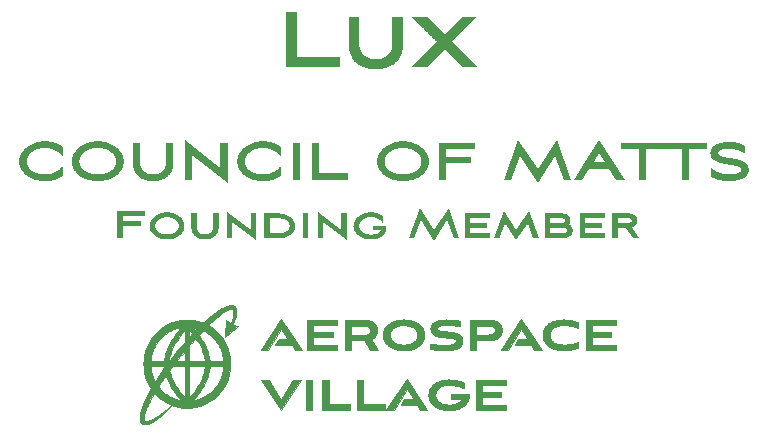
<source format=gbr>
G04 #@! TF.GenerationSoftware,KiCad,Pcbnew,(6.99.0-2452-gdb4f2d9dd8)*
G04 #@! TF.CreationDate,2022-08-01T20:20:20-05:00*
G04 #@! TF.ProjectId,council of matts,636f756e-6369-46c2-906f-66206d617474,rev?*
G04 #@! TF.SameCoordinates,Original*
G04 #@! TF.FileFunction,Legend,Top*
G04 #@! TF.FilePolarity,Positive*
%FSLAX46Y46*%
G04 Gerber Fmt 4.6, Leading zero omitted, Abs format (unit mm)*
G04 Created by KiCad (PCBNEW (6.99.0-2452-gdb4f2d9dd8)) date 2022-08-01 20:20:20*
%MOMM*%
%LPD*%
G01*
G04 APERTURE LIST*
%ADD10C,0.040000*%
%ADD11C,0.150000*%
%ADD12R,1.700000X1.700000*%
%ADD13O,1.700000X1.700000*%
G04 APERTURE END LIST*
D10*
G36*
X85964983Y-97803052D02*
G01*
X85894623Y-97897778D01*
X85824683Y-97992800D01*
X85755216Y-98088050D01*
X85753850Y-98082507D01*
X85720527Y-97897981D01*
X85720331Y-97896716D01*
X85720165Y-97895517D01*
X85699268Y-97708614D01*
X86035764Y-97708614D01*
X85964983Y-97803052D01*
G37*
X85964983Y-97803052D02*
X85894623Y-97897778D01*
X85824683Y-97992800D01*
X85755216Y-98088050D01*
X85753850Y-98082507D01*
X85720527Y-97897981D01*
X85720331Y-97896716D01*
X85720165Y-97895517D01*
X85699268Y-97708614D01*
X86035764Y-97708614D01*
X85964983Y-97803052D01*
G36*
X112909170Y-93806315D02*
G01*
X112975377Y-93807647D01*
X113038980Y-93811580D01*
X113100014Y-93818016D01*
X113158510Y-93826858D01*
X113214502Y-93838009D01*
X113268022Y-93851371D01*
X113319103Y-93866848D01*
X113367777Y-93884342D01*
X113414078Y-93903756D01*
X113458039Y-93924993D01*
X113499691Y-93947956D01*
X113539068Y-93972547D01*
X113576203Y-93998669D01*
X113611128Y-94026225D01*
X113643876Y-94055119D01*
X113674479Y-94085252D01*
X113702971Y-94116528D01*
X113729385Y-94148849D01*
X113753752Y-94182118D01*
X113776106Y-94216238D01*
X113796480Y-94251112D01*
X113814905Y-94286643D01*
X113831416Y-94322733D01*
X113846045Y-94359286D01*
X113858824Y-94396203D01*
X113869786Y-94433389D01*
X113878964Y-94470745D01*
X113886391Y-94508175D01*
X113896122Y-94582866D01*
X113899241Y-94656686D01*
X113896035Y-94730558D01*
X113886239Y-94805401D01*
X113869589Y-94880422D01*
X113845820Y-94954830D01*
X113814670Y-95027833D01*
X113796243Y-95063560D01*
X113775872Y-95098640D01*
X113753523Y-95132973D01*
X113729163Y-95166460D01*
X113702760Y-95199002D01*
X113674279Y-95230501D01*
X113643689Y-95260857D01*
X113610955Y-95289971D01*
X113576046Y-95317746D01*
X113538927Y-95344080D01*
X113499566Y-95368877D01*
X113457930Y-95392036D01*
X113413986Y-95413459D01*
X113367701Y-95433048D01*
X113319042Y-95450702D01*
X113267975Y-95466323D01*
X113214468Y-95479812D01*
X113158487Y-95491071D01*
X113100000Y-95500000D01*
X113038974Y-95506500D01*
X112975375Y-95510473D01*
X112909170Y-95511819D01*
X111728599Y-95511819D01*
X111728599Y-96317211D01*
X111183558Y-96317211D01*
X111183558Y-95036627D01*
X111729129Y-95036627D01*
X112794339Y-95036627D01*
X112834999Y-95036019D01*
X112873572Y-95034227D01*
X112910111Y-95031294D01*
X112944666Y-95027269D01*
X112977291Y-95022195D01*
X113008038Y-95016120D01*
X113036958Y-95009089D01*
X113064105Y-95001148D01*
X113089531Y-94992343D01*
X113113287Y-94982719D01*
X113135426Y-94972323D01*
X113155999Y-94961199D01*
X113175061Y-94949395D01*
X113192661Y-94936956D01*
X113208854Y-94923927D01*
X113223690Y-94910355D01*
X113237223Y-94896285D01*
X113249504Y-94881763D01*
X113260586Y-94866836D01*
X113270521Y-94851548D01*
X113279361Y-94835946D01*
X113287158Y-94820075D01*
X113293964Y-94803982D01*
X113299833Y-94787712D01*
X113304815Y-94771311D01*
X113308964Y-94754825D01*
X113314969Y-94721780D01*
X113318266Y-94688945D01*
X113319272Y-94656686D01*
X113318266Y-94625265D01*
X113314969Y-94593163D01*
X113308964Y-94560754D01*
X113299833Y-94528412D01*
X113287158Y-94496511D01*
X113270521Y-94465423D01*
X113260586Y-94450301D01*
X113249504Y-94435523D01*
X113237223Y-94421135D01*
X113223690Y-94407184D01*
X113208854Y-94393716D01*
X113192661Y-94380779D01*
X113175061Y-94368419D01*
X113155999Y-94356683D01*
X113135426Y-94345618D01*
X113113287Y-94335269D01*
X113089531Y-94325685D01*
X113064105Y-94316911D01*
X113036958Y-94308994D01*
X113008038Y-94301982D01*
X112977291Y-94295920D01*
X112944666Y-94290856D01*
X112910111Y-94286835D01*
X112873572Y-94283906D01*
X112834999Y-94282114D01*
X112794339Y-94281506D01*
X111729129Y-94281506D01*
X111729129Y-95036627D01*
X111183558Y-95036627D01*
X111183558Y-93806315D01*
X112909170Y-93806315D01*
G37*
X112909170Y-93806315D02*
X112975377Y-93807647D01*
X113038980Y-93811580D01*
X113100014Y-93818016D01*
X113158510Y-93826858D01*
X113214502Y-93838009D01*
X113268022Y-93851371D01*
X113319103Y-93866848D01*
X113367777Y-93884342D01*
X113414078Y-93903756D01*
X113458039Y-93924993D01*
X113499691Y-93947956D01*
X113539068Y-93972547D01*
X113576203Y-93998669D01*
X113611128Y-94026225D01*
X113643876Y-94055119D01*
X113674479Y-94085252D01*
X113702971Y-94116528D01*
X113729385Y-94148849D01*
X113753752Y-94182118D01*
X113776106Y-94216238D01*
X113796480Y-94251112D01*
X113814905Y-94286643D01*
X113831416Y-94322733D01*
X113846045Y-94359286D01*
X113858824Y-94396203D01*
X113869786Y-94433389D01*
X113878964Y-94470745D01*
X113886391Y-94508175D01*
X113896122Y-94582866D01*
X113899241Y-94656686D01*
X113896035Y-94730558D01*
X113886239Y-94805401D01*
X113869589Y-94880422D01*
X113845820Y-94954830D01*
X113814670Y-95027833D01*
X113796243Y-95063560D01*
X113775872Y-95098640D01*
X113753523Y-95132973D01*
X113729163Y-95166460D01*
X113702760Y-95199002D01*
X113674279Y-95230501D01*
X113643689Y-95260857D01*
X113610955Y-95289971D01*
X113576046Y-95317746D01*
X113538927Y-95344080D01*
X113499566Y-95368877D01*
X113457930Y-95392036D01*
X113413986Y-95413459D01*
X113367701Y-95433048D01*
X113319042Y-95450702D01*
X113267975Y-95466323D01*
X113214468Y-95479812D01*
X113158487Y-95491071D01*
X113100000Y-95500000D01*
X113038974Y-95506500D01*
X112975375Y-95510473D01*
X112909170Y-95511819D01*
X111728599Y-95511819D01*
X111728599Y-96317211D01*
X111183558Y-96317211D01*
X111183558Y-95036627D01*
X111729129Y-95036627D01*
X112794339Y-95036627D01*
X112834999Y-95036019D01*
X112873572Y-95034227D01*
X112910111Y-95031294D01*
X112944666Y-95027269D01*
X112977291Y-95022195D01*
X113008038Y-95016120D01*
X113036958Y-95009089D01*
X113064105Y-95001148D01*
X113089531Y-94992343D01*
X113113287Y-94982719D01*
X113135426Y-94972323D01*
X113155999Y-94961199D01*
X113175061Y-94949395D01*
X113192661Y-94936956D01*
X113208854Y-94923927D01*
X113223690Y-94910355D01*
X113237223Y-94896285D01*
X113249504Y-94881763D01*
X113260586Y-94866836D01*
X113270521Y-94851548D01*
X113279361Y-94835946D01*
X113287158Y-94820075D01*
X113293964Y-94803982D01*
X113299833Y-94787712D01*
X113304815Y-94771311D01*
X113308964Y-94754825D01*
X113314969Y-94721780D01*
X113318266Y-94688945D01*
X113319272Y-94656686D01*
X113318266Y-94625265D01*
X113314969Y-94593163D01*
X113308964Y-94560754D01*
X113299833Y-94528412D01*
X113287158Y-94496511D01*
X113270521Y-94465423D01*
X113260586Y-94450301D01*
X113249504Y-94435523D01*
X113237223Y-94421135D01*
X113223690Y-94407184D01*
X113208854Y-94393716D01*
X113192661Y-94380779D01*
X113175061Y-94368419D01*
X113155999Y-94356683D01*
X113135426Y-94345618D01*
X113113287Y-94335269D01*
X113089531Y-94325685D01*
X113064105Y-94316911D01*
X113036958Y-94308994D01*
X113008038Y-94301982D01*
X112977291Y-94295920D01*
X112944666Y-94290856D01*
X112910111Y-94286835D01*
X112873572Y-94283906D01*
X112834999Y-94282114D01*
X112794339Y-94281506D01*
X111729129Y-94281506D01*
X111729129Y-95036627D01*
X111183558Y-95036627D01*
X111183558Y-93806315D01*
X112909170Y-93806315D01*
G36*
X102175025Y-100926252D02*
G01*
X104005413Y-100926252D01*
X104005413Y-101396153D01*
X101629983Y-101396153D01*
X101629983Y-98885256D01*
X102175025Y-98885256D01*
X102175025Y-100926252D01*
G37*
X102175025Y-100926252D02*
X104005413Y-100926252D01*
X104005413Y-101396153D01*
X101629983Y-101396153D01*
X101629983Y-98885256D01*
X102175025Y-98885256D01*
X102175025Y-100926252D01*
G36*
X96982842Y-96317211D02*
G01*
X96372713Y-96317211D01*
X96092254Y-95891761D01*
X94725946Y-95891761D01*
X95018575Y-95446731D01*
X95802271Y-95446731D01*
X95242413Y-94591598D01*
X94682025Y-95446731D01*
X94682554Y-95446731D01*
X94389925Y-95891761D01*
X94386750Y-95891761D01*
X94111583Y-96317211D01*
X93501454Y-96317211D01*
X95242413Y-93766098D01*
X96982842Y-96317211D01*
G37*
X96982842Y-96317211D02*
X96372713Y-96317211D01*
X96092254Y-95891761D01*
X94725946Y-95891761D01*
X95018575Y-95446731D01*
X95802271Y-95446731D01*
X95242413Y-94591598D01*
X94682025Y-95446731D01*
X94682554Y-95446731D01*
X94389925Y-95891761D01*
X94386750Y-95891761D01*
X94111583Y-96317211D01*
X93501454Y-96317211D01*
X95242413Y-93766098D01*
X96982842Y-96317211D01*
G36*
X109501694Y-98846205D02*
G01*
X109589622Y-98849679D01*
X109676654Y-98855424D01*
X109762695Y-98863403D01*
X109847651Y-98873581D01*
X109931427Y-98885921D01*
X110013929Y-98900386D01*
X110095062Y-98916940D01*
X110174731Y-98935547D01*
X110252842Y-98956170D01*
X110329301Y-98978772D01*
X110404013Y-99003318D01*
X110476883Y-99029771D01*
X110547816Y-99058094D01*
X110616719Y-99088251D01*
X110683496Y-99120206D01*
X110683496Y-99605452D01*
X110550297Y-99545158D01*
X110412447Y-99488919D01*
X110341502Y-99462705D01*
X110269065Y-99437964D01*
X110195024Y-99414852D01*
X110119271Y-99393521D01*
X110041694Y-99374124D01*
X109962184Y-99356816D01*
X109880631Y-99341749D01*
X109796925Y-99329078D01*
X109710955Y-99318955D01*
X109622612Y-99311535D01*
X109531785Y-99306970D01*
X109438365Y-99305414D01*
X109341155Y-99307648D01*
X109241611Y-99314603D01*
X109140919Y-99326661D01*
X109040267Y-99344201D01*
X108940843Y-99367604D01*
X108891963Y-99381623D01*
X108843834Y-99397250D01*
X108796607Y-99414534D01*
X108750429Y-99433522D01*
X108705448Y-99454261D01*
X108661813Y-99476798D01*
X108619673Y-99501182D01*
X108579176Y-99527460D01*
X108540470Y-99555679D01*
X108503704Y-99585888D01*
X108469026Y-99618133D01*
X108436585Y-99652463D01*
X108406529Y-99688924D01*
X108379006Y-99727565D01*
X108354166Y-99768433D01*
X108332156Y-99811576D01*
X108313125Y-99857040D01*
X108297221Y-99904874D01*
X108284593Y-99955126D01*
X108275389Y-100007843D01*
X108269758Y-100063071D01*
X108267848Y-100120860D01*
X108269288Y-100170369D01*
X108273568Y-100218574D01*
X108280631Y-100265456D01*
X108290417Y-100311000D01*
X108302869Y-100355186D01*
X108317927Y-100397998D01*
X108335534Y-100439418D01*
X108355632Y-100479428D01*
X108378160Y-100518012D01*
X108403062Y-100555151D01*
X108430279Y-100590827D01*
X108459752Y-100625024D01*
X108491423Y-100657724D01*
X108525234Y-100688909D01*
X108561126Y-100718562D01*
X108599040Y-100746665D01*
X108638918Y-100773201D01*
X108680703Y-100798152D01*
X108769755Y-100843229D01*
X108865730Y-100881756D01*
X108968159Y-100913592D01*
X109076575Y-100938598D01*
X109190512Y-100956634D01*
X109309501Y-100967558D01*
X109433075Y-100971230D01*
X109507382Y-100969839D01*
X109583633Y-100965512D01*
X109661188Y-100958013D01*
X109739412Y-100947112D01*
X109817667Y-100932573D01*
X109895316Y-100914164D01*
X109971722Y-100891651D01*
X110046247Y-100864802D01*
X110082605Y-100849678D01*
X110118254Y-100833382D01*
X110153114Y-100815885D01*
X110187106Y-100797158D01*
X110220150Y-100777172D01*
X110252167Y-100755898D01*
X110283076Y-100733306D01*
X110312798Y-100709367D01*
X110341254Y-100684053D01*
X110368363Y-100657333D01*
X110394047Y-100629179D01*
X110418224Y-100599562D01*
X110440817Y-100568453D01*
X110461745Y-100535821D01*
X110480928Y-100501639D01*
X110498288Y-100465876D01*
X109633098Y-100465876D01*
X109633098Y-100060534D01*
X111108415Y-100060534D01*
X111108642Y-100076794D01*
X111109242Y-100092185D01*
X111111060Y-100122447D01*
X111112031Y-100138359D01*
X111112879Y-100155487D01*
X111113478Y-100174351D01*
X111113705Y-100195472D01*
X111111367Y-100270804D01*
X111104439Y-100343896D01*
X111093051Y-100414739D01*
X111077330Y-100483323D01*
X111057408Y-100549638D01*
X111033411Y-100613673D01*
X111005471Y-100675419D01*
X110973716Y-100734866D01*
X110938275Y-100792004D01*
X110899277Y-100846823D01*
X110856852Y-100899313D01*
X110811129Y-100949463D01*
X110762236Y-100997264D01*
X110710303Y-101042707D01*
X110655460Y-101085780D01*
X110597834Y-101126474D01*
X110474755Y-101200686D01*
X110342099Y-101265262D01*
X110200900Y-101320122D01*
X110052190Y-101365187D01*
X109897003Y-101400376D01*
X109736372Y-101425610D01*
X109571330Y-101440809D01*
X109402911Y-101445893D01*
X109317479Y-101444533D01*
X109232815Y-101440463D01*
X109149049Y-101433699D01*
X109066306Y-101424256D01*
X108984715Y-101412150D01*
X108904403Y-101397397D01*
X108825497Y-101380012D01*
X108748125Y-101360011D01*
X108672414Y-101337409D01*
X108598491Y-101312222D01*
X108526485Y-101284466D01*
X108456522Y-101254156D01*
X108388729Y-101221308D01*
X108323235Y-101185937D01*
X108260167Y-101148059D01*
X108199651Y-101107690D01*
X108141816Y-101064844D01*
X108086789Y-101019539D01*
X108034698Y-100971789D01*
X107985669Y-100921610D01*
X107939830Y-100869018D01*
X107897308Y-100814027D01*
X107858232Y-100756655D01*
X107822728Y-100696916D01*
X107790923Y-100634826D01*
X107762946Y-100570400D01*
X107738924Y-100503655D01*
X107718983Y-100434605D01*
X107703252Y-100363267D01*
X107691858Y-100289656D01*
X107684928Y-100213787D01*
X107682590Y-100135677D01*
X107685069Y-100054084D01*
X107692407Y-99975290D01*
X107704449Y-99899281D01*
X107721043Y-99826043D01*
X107742036Y-99755563D01*
X107767275Y-99687826D01*
X107796607Y-99622820D01*
X107829880Y-99560531D01*
X107866940Y-99500944D01*
X107907634Y-99444047D01*
X107951810Y-99389825D01*
X107999314Y-99338265D01*
X108049995Y-99289354D01*
X108103698Y-99243077D01*
X108160271Y-99199421D01*
X108219561Y-99158372D01*
X108345682Y-99084042D01*
X108480835Y-99019978D01*
X108623800Y-98966069D01*
X108773351Y-98922207D01*
X108928267Y-98888282D01*
X109087323Y-98864186D01*
X109249297Y-98849808D01*
X109412965Y-98845039D01*
X109501694Y-98846205D01*
G37*
X109501694Y-98846205D02*
X109589622Y-98849679D01*
X109676654Y-98855424D01*
X109762695Y-98863403D01*
X109847651Y-98873581D01*
X109931427Y-98885921D01*
X110013929Y-98900386D01*
X110095062Y-98916940D01*
X110174731Y-98935547D01*
X110252842Y-98956170D01*
X110329301Y-98978772D01*
X110404013Y-99003318D01*
X110476883Y-99029771D01*
X110547816Y-99058094D01*
X110616719Y-99088251D01*
X110683496Y-99120206D01*
X110683496Y-99605452D01*
X110550297Y-99545158D01*
X110412447Y-99488919D01*
X110341502Y-99462705D01*
X110269065Y-99437964D01*
X110195024Y-99414852D01*
X110119271Y-99393521D01*
X110041694Y-99374124D01*
X109962184Y-99356816D01*
X109880631Y-99341749D01*
X109796925Y-99329078D01*
X109710955Y-99318955D01*
X109622612Y-99311535D01*
X109531785Y-99306970D01*
X109438365Y-99305414D01*
X109341155Y-99307648D01*
X109241611Y-99314603D01*
X109140919Y-99326661D01*
X109040267Y-99344201D01*
X108940843Y-99367604D01*
X108891963Y-99381623D01*
X108843834Y-99397250D01*
X108796607Y-99414534D01*
X108750429Y-99433522D01*
X108705448Y-99454261D01*
X108661813Y-99476798D01*
X108619673Y-99501182D01*
X108579176Y-99527460D01*
X108540470Y-99555679D01*
X108503704Y-99585888D01*
X108469026Y-99618133D01*
X108436585Y-99652463D01*
X108406529Y-99688924D01*
X108379006Y-99727565D01*
X108354166Y-99768433D01*
X108332156Y-99811576D01*
X108313125Y-99857040D01*
X108297221Y-99904874D01*
X108284593Y-99955126D01*
X108275389Y-100007843D01*
X108269758Y-100063071D01*
X108267848Y-100120860D01*
X108269288Y-100170369D01*
X108273568Y-100218574D01*
X108280631Y-100265456D01*
X108290417Y-100311000D01*
X108302869Y-100355186D01*
X108317927Y-100397998D01*
X108335534Y-100439418D01*
X108355632Y-100479428D01*
X108378160Y-100518012D01*
X108403062Y-100555151D01*
X108430279Y-100590827D01*
X108459752Y-100625024D01*
X108491423Y-100657724D01*
X108525234Y-100688909D01*
X108561126Y-100718562D01*
X108599040Y-100746665D01*
X108638918Y-100773201D01*
X108680703Y-100798152D01*
X108769755Y-100843229D01*
X108865730Y-100881756D01*
X108968159Y-100913592D01*
X109076575Y-100938598D01*
X109190512Y-100956634D01*
X109309501Y-100967558D01*
X109433075Y-100971230D01*
X109507382Y-100969839D01*
X109583633Y-100965512D01*
X109661188Y-100958013D01*
X109739412Y-100947112D01*
X109817667Y-100932573D01*
X109895316Y-100914164D01*
X109971722Y-100891651D01*
X110046247Y-100864802D01*
X110082605Y-100849678D01*
X110118254Y-100833382D01*
X110153114Y-100815885D01*
X110187106Y-100797158D01*
X110220150Y-100777172D01*
X110252167Y-100755898D01*
X110283076Y-100733306D01*
X110312798Y-100709367D01*
X110341254Y-100684053D01*
X110368363Y-100657333D01*
X110394047Y-100629179D01*
X110418224Y-100599562D01*
X110440817Y-100568453D01*
X110461745Y-100535821D01*
X110480928Y-100501639D01*
X110498288Y-100465876D01*
X109633098Y-100465876D01*
X109633098Y-100060534D01*
X111108415Y-100060534D01*
X111108642Y-100076794D01*
X111109242Y-100092185D01*
X111111060Y-100122447D01*
X111112031Y-100138359D01*
X111112879Y-100155487D01*
X111113478Y-100174351D01*
X111113705Y-100195472D01*
X111111367Y-100270804D01*
X111104439Y-100343896D01*
X111093051Y-100414739D01*
X111077330Y-100483323D01*
X111057408Y-100549638D01*
X111033411Y-100613673D01*
X111005471Y-100675419D01*
X110973716Y-100734866D01*
X110938275Y-100792004D01*
X110899277Y-100846823D01*
X110856852Y-100899313D01*
X110811129Y-100949463D01*
X110762236Y-100997264D01*
X110710303Y-101042707D01*
X110655460Y-101085780D01*
X110597834Y-101126474D01*
X110474755Y-101200686D01*
X110342099Y-101265262D01*
X110200900Y-101320122D01*
X110052190Y-101365187D01*
X109897003Y-101400376D01*
X109736372Y-101425610D01*
X109571330Y-101440809D01*
X109402911Y-101445893D01*
X109317479Y-101444533D01*
X109232815Y-101440463D01*
X109149049Y-101433699D01*
X109066306Y-101424256D01*
X108984715Y-101412150D01*
X108904403Y-101397397D01*
X108825497Y-101380012D01*
X108748125Y-101360011D01*
X108672414Y-101337409D01*
X108598491Y-101312222D01*
X108526485Y-101284466D01*
X108456522Y-101254156D01*
X108388729Y-101221308D01*
X108323235Y-101185937D01*
X108260167Y-101148059D01*
X108199651Y-101107690D01*
X108141816Y-101064844D01*
X108086789Y-101019539D01*
X108034698Y-100971789D01*
X107985669Y-100921610D01*
X107939830Y-100869018D01*
X107897308Y-100814027D01*
X107858232Y-100756655D01*
X107822728Y-100696916D01*
X107790923Y-100634826D01*
X107762946Y-100570400D01*
X107738924Y-100503655D01*
X107718983Y-100434605D01*
X107703252Y-100363267D01*
X107691858Y-100289656D01*
X107684928Y-100213787D01*
X107682590Y-100135677D01*
X107685069Y-100054084D01*
X107692407Y-99975290D01*
X107704449Y-99899281D01*
X107721043Y-99826043D01*
X107742036Y-99755563D01*
X107767275Y-99687826D01*
X107796607Y-99622820D01*
X107829880Y-99560531D01*
X107866940Y-99500944D01*
X107907634Y-99444047D01*
X107951810Y-99389825D01*
X107999314Y-99338265D01*
X108049995Y-99289354D01*
X108103698Y-99243077D01*
X108160271Y-99199421D01*
X108219561Y-99158372D01*
X108345682Y-99084042D01*
X108480835Y-99019978D01*
X108623800Y-98966069D01*
X108773351Y-98922207D01*
X108928267Y-98888282D01*
X109087323Y-98864186D01*
X109249297Y-98849808D01*
X109412965Y-98845039D01*
X109501694Y-98846205D01*
G36*
X117271091Y-96317211D02*
G01*
X116660960Y-96317211D01*
X116380502Y-95891761D01*
X115008903Y-95891761D01*
X115301530Y-95446731D01*
X116090520Y-95446731D01*
X115530661Y-94591598D01*
X114400361Y-96317211D01*
X113789702Y-96317211D01*
X115530661Y-93766098D01*
X117271091Y-96317211D01*
G37*
X117271091Y-96317211D02*
X116660960Y-96317211D01*
X116380502Y-95891761D01*
X115008903Y-95891761D01*
X115301530Y-95446731D01*
X116090520Y-95446731D01*
X115530661Y-94591598D01*
X114400361Y-96317211D01*
X113789702Y-96317211D01*
X115530661Y-93766098D01*
X117271091Y-96317211D01*
G36*
X97858083Y-101396153D02*
G01*
X97313041Y-101396153D01*
X97313041Y-98885256D01*
X97858083Y-98885256D01*
X97858083Y-101396153D01*
G37*
X97858083Y-101396153D02*
X97313041Y-101396153D01*
X97313041Y-98885256D01*
X97858083Y-98885256D01*
X97858083Y-101396153D01*
G36*
X95192142Y-100585998D02*
G01*
X96252592Y-98885256D01*
X96892884Y-98885256D01*
X95192142Y-101446422D01*
X93501454Y-98885256D01*
X94147038Y-98885256D01*
X95192142Y-100585998D01*
G37*
X95192142Y-100585998D02*
X96252592Y-98885256D01*
X96892884Y-98885256D01*
X95192142Y-101446422D01*
X93501454Y-98885256D01*
X94147038Y-98885256D01*
X95192142Y-100585998D01*
G36*
X102329541Y-93806315D02*
G01*
X102395747Y-93807676D01*
X102459351Y-93811693D01*
X102520384Y-93818265D01*
X102578881Y-93827290D01*
X102634874Y-93838669D01*
X102688395Y-93852299D01*
X102739478Y-93868081D01*
X102788155Y-93885913D01*
X102834460Y-93905695D01*
X102878425Y-93927325D01*
X102920083Y-93950703D01*
X102959466Y-93975728D01*
X102996608Y-94002299D01*
X103031542Y-94030315D01*
X103064300Y-94059675D01*
X103094915Y-94090279D01*
X103123420Y-94122025D01*
X103149849Y-94154813D01*
X103174232Y-94188542D01*
X103196605Y-94223111D01*
X103216999Y-94258419D01*
X103235447Y-94294365D01*
X103251983Y-94330849D01*
X103266638Y-94367769D01*
X103279446Y-94405025D01*
X103290440Y-94442515D01*
X103307116Y-94517797D01*
X103316929Y-94592808D01*
X103320141Y-94666740D01*
X103318368Y-94724137D01*
X103312973Y-94781830D01*
X103303845Y-94839515D01*
X103290872Y-94896894D01*
X103273943Y-94953666D01*
X103263960Y-94981729D01*
X103252946Y-95009528D01*
X103240887Y-95037025D01*
X103227769Y-95064182D01*
X103213578Y-95090961D01*
X103198301Y-95117325D01*
X103181923Y-95143237D01*
X103164430Y-95168658D01*
X103145809Y-95193551D01*
X103126045Y-95217879D01*
X103105125Y-95241604D01*
X103083034Y-95264688D01*
X103059758Y-95287094D01*
X103035285Y-95308784D01*
X103009599Y-95329721D01*
X102982686Y-95349867D01*
X102954534Y-95369184D01*
X102925127Y-95387634D01*
X102894452Y-95405181D01*
X102862495Y-95421787D01*
X102829242Y-95437413D01*
X102794679Y-95452023D01*
X103374644Y-96317211D01*
X102764515Y-96317211D01*
X102234290Y-95531927D01*
X101159023Y-95531927D01*
X101159023Y-96317211D01*
X100613982Y-96317211D01*
X100613982Y-95051444D01*
X101159554Y-95051444D01*
X102250168Y-95051444D01*
X102288061Y-95050851D01*
X102323985Y-95049100D01*
X102357992Y-95046234D01*
X102390131Y-95042293D01*
X102420452Y-95037321D01*
X102449005Y-95031359D01*
X102475841Y-95024450D01*
X102501010Y-95016635D01*
X102524562Y-95007956D01*
X102546547Y-94998456D01*
X102567016Y-94988177D01*
X102586018Y-94977160D01*
X102603604Y-94965448D01*
X102619824Y-94953083D01*
X102634728Y-94940106D01*
X102648366Y-94926561D01*
X102660789Y-94912488D01*
X102672047Y-94897930D01*
X102682190Y-94882929D01*
X102691268Y-94867528D01*
X102699331Y-94851767D01*
X102706430Y-94835690D01*
X102712615Y-94819337D01*
X102717935Y-94802752D01*
X102722442Y-94785977D01*
X102726184Y-94769052D01*
X102731580Y-94734926D01*
X102734522Y-94700710D01*
X102735414Y-94666740D01*
X102734522Y-94635319D01*
X102731580Y-94603217D01*
X102726184Y-94570809D01*
X102717935Y-94538467D01*
X102706430Y-94506565D01*
X102699331Y-94490896D01*
X102691268Y-94475477D01*
X102682190Y-94460355D01*
X102672047Y-94445577D01*
X102660789Y-94431189D01*
X102648366Y-94417238D01*
X102634727Y-94403770D01*
X102619823Y-94390834D01*
X102603603Y-94378474D01*
X102586017Y-94366738D01*
X102567015Y-94355672D01*
X102546546Y-94345324D01*
X102524561Y-94335739D01*
X102501009Y-94326965D01*
X102475840Y-94319049D01*
X102449004Y-94312036D01*
X102420451Y-94305974D01*
X102390130Y-94300910D01*
X102357992Y-94296890D01*
X102323985Y-94293960D01*
X102288061Y-94292168D01*
X102250168Y-94291561D01*
X101159554Y-94291561D01*
X101159554Y-95051444D01*
X100613982Y-95051444D01*
X100613982Y-93806315D01*
X102329541Y-93806315D01*
G37*
X102329541Y-93806315D02*
X102395747Y-93807676D01*
X102459351Y-93811693D01*
X102520384Y-93818265D01*
X102578881Y-93827290D01*
X102634874Y-93838669D01*
X102688395Y-93852299D01*
X102739478Y-93868081D01*
X102788155Y-93885913D01*
X102834460Y-93905695D01*
X102878425Y-93927325D01*
X102920083Y-93950703D01*
X102959466Y-93975728D01*
X102996608Y-94002299D01*
X103031542Y-94030315D01*
X103064300Y-94059675D01*
X103094915Y-94090279D01*
X103123420Y-94122025D01*
X103149849Y-94154813D01*
X103174232Y-94188542D01*
X103196605Y-94223111D01*
X103216999Y-94258419D01*
X103235447Y-94294365D01*
X103251983Y-94330849D01*
X103266638Y-94367769D01*
X103279446Y-94405025D01*
X103290440Y-94442515D01*
X103307116Y-94517797D01*
X103316929Y-94592808D01*
X103320141Y-94666740D01*
X103318368Y-94724137D01*
X103312973Y-94781830D01*
X103303845Y-94839515D01*
X103290872Y-94896894D01*
X103273943Y-94953666D01*
X103263960Y-94981729D01*
X103252946Y-95009528D01*
X103240887Y-95037025D01*
X103227769Y-95064182D01*
X103213578Y-95090961D01*
X103198301Y-95117325D01*
X103181923Y-95143237D01*
X103164430Y-95168658D01*
X103145809Y-95193551D01*
X103126045Y-95217879D01*
X103105125Y-95241604D01*
X103083034Y-95264688D01*
X103059758Y-95287094D01*
X103035285Y-95308784D01*
X103009599Y-95329721D01*
X102982686Y-95349867D01*
X102954534Y-95369184D01*
X102925127Y-95387634D01*
X102894452Y-95405181D01*
X102862495Y-95421787D01*
X102829242Y-95437413D01*
X102794679Y-95452023D01*
X103374644Y-96317211D01*
X102764515Y-96317211D01*
X102234290Y-95531927D01*
X101159023Y-95531927D01*
X101159023Y-96317211D01*
X100613982Y-96317211D01*
X100613982Y-95051444D01*
X101159554Y-95051444D01*
X102250168Y-95051444D01*
X102288061Y-95050851D01*
X102323985Y-95049100D01*
X102357992Y-95046234D01*
X102390131Y-95042293D01*
X102420452Y-95037321D01*
X102449005Y-95031359D01*
X102475841Y-95024450D01*
X102501010Y-95016635D01*
X102524562Y-95007956D01*
X102546547Y-94998456D01*
X102567016Y-94988177D01*
X102586018Y-94977160D01*
X102603604Y-94965448D01*
X102619824Y-94953083D01*
X102634728Y-94940106D01*
X102648366Y-94926561D01*
X102660789Y-94912488D01*
X102672047Y-94897930D01*
X102682190Y-94882929D01*
X102691268Y-94867528D01*
X102699331Y-94851767D01*
X102706430Y-94835690D01*
X102712615Y-94819337D01*
X102717935Y-94802752D01*
X102722442Y-94785977D01*
X102726184Y-94769052D01*
X102731580Y-94734926D01*
X102734522Y-94700710D01*
X102735414Y-94666740D01*
X102734522Y-94635319D01*
X102731580Y-94603217D01*
X102726184Y-94570809D01*
X102717935Y-94538467D01*
X102706430Y-94506565D01*
X102699331Y-94490896D01*
X102691268Y-94475477D01*
X102682190Y-94460355D01*
X102672047Y-94445577D01*
X102660789Y-94431189D01*
X102648366Y-94417238D01*
X102634727Y-94403770D01*
X102619823Y-94390834D01*
X102603603Y-94378474D01*
X102586017Y-94366738D01*
X102567015Y-94355672D01*
X102546546Y-94345324D01*
X102524561Y-94335739D01*
X102501009Y-94326965D01*
X102475840Y-94319049D01*
X102449004Y-94312036D01*
X102420451Y-94305974D01*
X102390130Y-94300910D01*
X102357992Y-94296890D01*
X102323985Y-94293960D01*
X102288061Y-94292168D01*
X102250168Y-94291561D01*
X101159554Y-94291561D01*
X101159554Y-95051444D01*
X100613982Y-95051444D01*
X100613982Y-93806315D01*
X102329541Y-93806315D01*
G36*
X84194193Y-99603498D02*
G01*
X84216151Y-99635969D01*
X84240715Y-99671483D01*
X84265675Y-99706691D01*
X84291064Y-99741565D01*
X84317734Y-99777241D01*
X84344818Y-99812577D01*
X84372310Y-99847573D01*
X84400205Y-99882228D01*
X84421620Y-99908082D01*
X84443369Y-99933635D01*
X84465343Y-99958988D01*
X84487435Y-99984238D01*
X84470557Y-100012116D01*
X84453473Y-100039888D01*
X84436447Y-100067689D01*
X84419739Y-100095652D01*
X84285178Y-100329747D01*
X84153690Y-100565039D01*
X84089812Y-100683380D01*
X84027559Y-100802316D01*
X83967217Y-100921944D01*
X83909072Y-101042364D01*
X83853257Y-101163083D01*
X83799492Y-101284914D01*
X83748630Y-101407526D01*
X83701527Y-101530592D01*
X83659038Y-101653782D01*
X83639791Y-101715320D01*
X83622018Y-101776766D01*
X83605825Y-101838079D01*
X83591320Y-101899217D01*
X83578610Y-101960140D01*
X83567801Y-102020805D01*
X83564567Y-102050270D01*
X83562065Y-102079427D01*
X83560382Y-102108122D01*
X83559605Y-102136202D01*
X83559820Y-102163512D01*
X83560327Y-102176831D01*
X83561114Y-102189900D01*
X83562193Y-102202700D01*
X83563573Y-102215212D01*
X83565267Y-102227416D01*
X83567284Y-102239294D01*
X83570034Y-102250728D01*
X83572937Y-102261438D01*
X83576011Y-102271455D01*
X83579274Y-102280812D01*
X83582745Y-102289539D01*
X83586441Y-102297669D01*
X83588379Y-102301519D01*
X83590380Y-102305233D01*
X83592446Y-102308812D01*
X83594580Y-102312263D01*
X83596783Y-102315587D01*
X83599059Y-102318790D01*
X83601408Y-102321876D01*
X83603835Y-102324848D01*
X83606340Y-102327710D01*
X83608926Y-102330466D01*
X83611595Y-102333121D01*
X83614350Y-102335677D01*
X83617192Y-102338140D01*
X83620125Y-102340513D01*
X83623149Y-102342800D01*
X83626268Y-102345005D01*
X83632799Y-102349185D01*
X83639734Y-102353085D01*
X83647548Y-102356856D01*
X83656077Y-102360229D01*
X83665282Y-102363207D01*
X83675121Y-102365787D01*
X83685552Y-102367971D01*
X83696535Y-102369758D01*
X83708028Y-102371148D01*
X83719990Y-102372141D01*
X83732380Y-102372738D01*
X83745157Y-102372938D01*
X83758279Y-102372740D01*
X83771705Y-102372146D01*
X83785395Y-102371154D01*
X83799306Y-102369766D01*
X83813398Y-102367980D01*
X83827630Y-102365797D01*
X83856413Y-102360654D01*
X83885570Y-102354408D01*
X83915032Y-102347146D01*
X83944735Y-102338955D01*
X83974611Y-102329920D01*
X84004595Y-102320129D01*
X84034619Y-102309666D01*
X84064618Y-102298618D01*
X84124859Y-102274036D01*
X84184741Y-102247788D01*
X84244273Y-102219981D01*
X84303468Y-102190724D01*
X84362335Y-102160123D01*
X84420885Y-102128288D01*
X84537077Y-102061345D01*
X84652128Y-101990755D01*
X84766122Y-101917381D01*
X84879144Y-101842086D01*
X84991280Y-101765731D01*
X85102258Y-101686689D01*
X85212558Y-101606377D01*
X85322199Y-101524873D01*
X85431201Y-101442251D01*
X85647364Y-101273957D01*
X85861201Y-101102102D01*
X85767273Y-101202340D01*
X85672341Y-101301749D01*
X85576295Y-101400191D01*
X85479020Y-101497530D01*
X85380407Y-101593629D01*
X85280342Y-101688350D01*
X85178713Y-101781557D01*
X85075409Y-101873114D01*
X85023365Y-101918548D01*
X84970800Y-101963536D01*
X84917690Y-102008028D01*
X84864009Y-102051975D01*
X84809733Y-102095326D01*
X84754837Y-102138032D01*
X84699295Y-102180043D01*
X84643084Y-102221310D01*
X84586235Y-102262092D01*
X84528711Y-102302191D01*
X84470381Y-102341473D01*
X84411115Y-102379800D01*
X84350782Y-102417035D01*
X84289252Y-102453042D01*
X84226395Y-102487685D01*
X84162080Y-102520827D01*
X84129147Y-102536530D01*
X84095766Y-102551793D01*
X84061839Y-102566474D01*
X84027266Y-102580430D01*
X83991950Y-102593518D01*
X83955790Y-102605595D01*
X83918689Y-102616518D01*
X83899754Y-102621502D01*
X83880547Y-102626144D01*
X83841660Y-102634265D01*
X83801233Y-102641103D01*
X83780457Y-102643826D01*
X83759316Y-102645971D01*
X83737814Y-102647450D01*
X83715959Y-102648178D01*
X83693757Y-102648069D01*
X83671214Y-102647037D01*
X83648336Y-102644996D01*
X83625130Y-102641859D01*
X83601601Y-102637540D01*
X83577757Y-102631954D01*
X83553604Y-102625015D01*
X83529147Y-102616635D01*
X83517116Y-102611672D01*
X83505227Y-102606308D01*
X83493475Y-102600545D01*
X83481853Y-102594385D01*
X83470355Y-102587827D01*
X83458974Y-102580874D01*
X83447706Y-102573526D01*
X83436543Y-102565785D01*
X83426476Y-102557283D01*
X83416524Y-102548476D01*
X83406697Y-102539408D01*
X83397008Y-102530122D01*
X83387468Y-102520662D01*
X83378088Y-102511073D01*
X83368880Y-102501398D01*
X83359855Y-102491681D01*
X83345605Y-102470474D01*
X83338566Y-102459757D01*
X83331637Y-102448980D01*
X83324858Y-102438153D01*
X83318266Y-102427287D01*
X83311900Y-102416394D01*
X83305801Y-102405485D01*
X83301289Y-102394721D01*
X83296874Y-102383871D01*
X83288308Y-102361957D01*
X83280039Y-102339845D01*
X83272005Y-102317635D01*
X83266498Y-102296010D01*
X83261660Y-102274588D01*
X83257454Y-102253361D01*
X83253846Y-102232322D01*
X83250798Y-102211462D01*
X83248274Y-102190775D01*
X83246238Y-102170252D01*
X83244654Y-102149885D01*
X83242695Y-102109590D01*
X83242109Y-102069829D01*
X83242605Y-102030540D01*
X83243893Y-101991660D01*
X83250802Y-101915986D01*
X83260272Y-101841677D01*
X83272085Y-101768610D01*
X83286026Y-101696660D01*
X83301876Y-101625702D01*
X83319420Y-101555611D01*
X83338439Y-101486264D01*
X83358718Y-101417535D01*
X83379910Y-101349407D01*
X83402146Y-101281903D01*
X83425325Y-101214954D01*
X83449348Y-101148493D01*
X83474115Y-101082454D01*
X83499527Y-101016770D01*
X83551884Y-100886198D01*
X83622417Y-100719705D01*
X83696161Y-100555133D01*
X83772864Y-100392340D01*
X83852275Y-100231187D01*
X83934142Y-100071534D01*
X84018211Y-99913242D01*
X84104231Y-99756170D01*
X84191911Y-99600246D01*
X84194193Y-99603498D01*
G37*
X84194193Y-99603498D02*
X84216151Y-99635969D01*
X84240715Y-99671483D01*
X84265675Y-99706691D01*
X84291064Y-99741565D01*
X84317734Y-99777241D01*
X84344818Y-99812577D01*
X84372310Y-99847573D01*
X84400205Y-99882228D01*
X84421620Y-99908082D01*
X84443369Y-99933635D01*
X84465343Y-99958988D01*
X84487435Y-99984238D01*
X84470557Y-100012116D01*
X84453473Y-100039888D01*
X84436447Y-100067689D01*
X84419739Y-100095652D01*
X84285178Y-100329747D01*
X84153690Y-100565039D01*
X84089812Y-100683380D01*
X84027559Y-100802316D01*
X83967217Y-100921944D01*
X83909072Y-101042364D01*
X83853257Y-101163083D01*
X83799492Y-101284914D01*
X83748630Y-101407526D01*
X83701527Y-101530592D01*
X83659038Y-101653782D01*
X83639791Y-101715320D01*
X83622018Y-101776766D01*
X83605825Y-101838079D01*
X83591320Y-101899217D01*
X83578610Y-101960140D01*
X83567801Y-102020805D01*
X83564567Y-102050270D01*
X83562065Y-102079427D01*
X83560382Y-102108122D01*
X83559605Y-102136202D01*
X83559820Y-102163512D01*
X83560327Y-102176831D01*
X83561114Y-102189900D01*
X83562193Y-102202700D01*
X83563573Y-102215212D01*
X83565267Y-102227416D01*
X83567284Y-102239294D01*
X83570034Y-102250728D01*
X83572937Y-102261438D01*
X83576011Y-102271455D01*
X83579274Y-102280812D01*
X83582745Y-102289539D01*
X83586441Y-102297669D01*
X83588379Y-102301519D01*
X83590380Y-102305233D01*
X83592446Y-102308812D01*
X83594580Y-102312263D01*
X83596783Y-102315587D01*
X83599059Y-102318790D01*
X83601408Y-102321876D01*
X83603835Y-102324848D01*
X83606340Y-102327710D01*
X83608926Y-102330466D01*
X83611595Y-102333121D01*
X83614350Y-102335677D01*
X83617192Y-102338140D01*
X83620125Y-102340513D01*
X83623149Y-102342800D01*
X83626268Y-102345005D01*
X83632799Y-102349185D01*
X83639734Y-102353085D01*
X83647548Y-102356856D01*
X83656077Y-102360229D01*
X83665282Y-102363207D01*
X83675121Y-102365787D01*
X83685552Y-102367971D01*
X83696535Y-102369758D01*
X83708028Y-102371148D01*
X83719990Y-102372141D01*
X83732380Y-102372738D01*
X83745157Y-102372938D01*
X83758279Y-102372740D01*
X83771705Y-102372146D01*
X83785395Y-102371154D01*
X83799306Y-102369766D01*
X83813398Y-102367980D01*
X83827630Y-102365797D01*
X83856413Y-102360654D01*
X83885570Y-102354408D01*
X83915032Y-102347146D01*
X83944735Y-102338955D01*
X83974611Y-102329920D01*
X84004595Y-102320129D01*
X84034619Y-102309666D01*
X84064618Y-102298618D01*
X84124859Y-102274036D01*
X84184741Y-102247788D01*
X84244273Y-102219981D01*
X84303468Y-102190724D01*
X84362335Y-102160123D01*
X84420885Y-102128288D01*
X84537077Y-102061345D01*
X84652128Y-101990755D01*
X84766122Y-101917381D01*
X84879144Y-101842086D01*
X84991280Y-101765731D01*
X85102258Y-101686689D01*
X85212558Y-101606377D01*
X85322199Y-101524873D01*
X85431201Y-101442251D01*
X85647364Y-101273957D01*
X85861201Y-101102102D01*
X85767273Y-101202340D01*
X85672341Y-101301749D01*
X85576295Y-101400191D01*
X85479020Y-101497530D01*
X85380407Y-101593629D01*
X85280342Y-101688350D01*
X85178713Y-101781557D01*
X85075409Y-101873114D01*
X85023365Y-101918548D01*
X84970800Y-101963536D01*
X84917690Y-102008028D01*
X84864009Y-102051975D01*
X84809733Y-102095326D01*
X84754837Y-102138032D01*
X84699295Y-102180043D01*
X84643084Y-102221310D01*
X84586235Y-102262092D01*
X84528711Y-102302191D01*
X84470381Y-102341473D01*
X84411115Y-102379800D01*
X84350782Y-102417035D01*
X84289252Y-102453042D01*
X84226395Y-102487685D01*
X84162080Y-102520827D01*
X84129147Y-102536530D01*
X84095766Y-102551793D01*
X84061839Y-102566474D01*
X84027266Y-102580430D01*
X83991950Y-102593518D01*
X83955790Y-102605595D01*
X83918689Y-102616518D01*
X83899754Y-102621502D01*
X83880547Y-102626144D01*
X83841660Y-102634265D01*
X83801233Y-102641103D01*
X83780457Y-102643826D01*
X83759316Y-102645971D01*
X83737814Y-102647450D01*
X83715959Y-102648178D01*
X83693757Y-102648069D01*
X83671214Y-102647037D01*
X83648336Y-102644996D01*
X83625130Y-102641859D01*
X83601601Y-102637540D01*
X83577757Y-102631954D01*
X83553604Y-102625015D01*
X83529147Y-102616635D01*
X83517116Y-102611672D01*
X83505227Y-102606308D01*
X83493475Y-102600545D01*
X83481853Y-102594385D01*
X83470355Y-102587827D01*
X83458974Y-102580874D01*
X83447706Y-102573526D01*
X83436543Y-102565785D01*
X83426476Y-102557283D01*
X83416524Y-102548476D01*
X83406697Y-102539408D01*
X83397008Y-102530122D01*
X83387468Y-102520662D01*
X83378088Y-102511073D01*
X83368880Y-102501398D01*
X83359855Y-102491681D01*
X83345605Y-102470474D01*
X83338566Y-102459757D01*
X83331637Y-102448980D01*
X83324858Y-102438153D01*
X83318266Y-102427287D01*
X83311900Y-102416394D01*
X83305801Y-102405485D01*
X83301289Y-102394721D01*
X83296874Y-102383871D01*
X83288308Y-102361957D01*
X83280039Y-102339845D01*
X83272005Y-102317635D01*
X83266498Y-102296010D01*
X83261660Y-102274588D01*
X83257454Y-102253361D01*
X83253846Y-102232322D01*
X83250798Y-102211462D01*
X83248274Y-102190775D01*
X83246238Y-102170252D01*
X83244654Y-102149885D01*
X83242695Y-102109590D01*
X83242109Y-102069829D01*
X83242605Y-102030540D01*
X83243893Y-101991660D01*
X83250802Y-101915986D01*
X83260272Y-101841677D01*
X83272085Y-101768610D01*
X83286026Y-101696660D01*
X83301876Y-101625702D01*
X83319420Y-101555611D01*
X83338439Y-101486264D01*
X83358718Y-101417535D01*
X83379910Y-101349407D01*
X83402146Y-101281903D01*
X83425325Y-101214954D01*
X83449348Y-101148493D01*
X83474115Y-101082454D01*
X83499527Y-101016770D01*
X83551884Y-100886198D01*
X83622417Y-100719705D01*
X83696161Y-100555133D01*
X83772864Y-100392340D01*
X83852275Y-100231187D01*
X83934142Y-100071534D01*
X84018211Y-99913242D01*
X84104231Y-99756170D01*
X84191911Y-99600246D01*
X84194193Y-99603498D01*
G36*
X103823017Y-94990833D02*
G01*
X103829791Y-94917365D01*
X103840949Y-94845886D01*
X103856382Y-94776424D01*
X103875979Y-94709008D01*
X103899633Y-94643666D01*
X103927234Y-94580426D01*
X103958673Y-94519317D01*
X103993841Y-94460368D01*
X104032630Y-94403607D01*
X104074930Y-94349063D01*
X104120632Y-94296763D01*
X104169627Y-94246738D01*
X104221807Y-94199014D01*
X104277061Y-94153620D01*
X104335282Y-94110586D01*
X104460187Y-94031708D01*
X104595648Y-93962607D01*
X104740793Y-93903512D01*
X104894752Y-93854651D01*
X105056651Y-93816251D01*
X105225618Y-93788540D01*
X105400782Y-93771747D01*
X105581270Y-93766098D01*
X105672591Y-93767515D01*
X105762631Y-93771747D01*
X105851283Y-93778765D01*
X105938442Y-93788540D01*
X106024002Y-93801045D01*
X106107856Y-93816251D01*
X106189898Y-93834129D01*
X106270022Y-93854651D01*
X106348122Y-93877788D01*
X106424093Y-93903512D01*
X106497827Y-93931795D01*
X106569219Y-93962607D01*
X106638163Y-93995921D01*
X106704552Y-94031708D01*
X106768281Y-94069939D01*
X106829244Y-94110586D01*
X106887333Y-94153620D01*
X106942444Y-94199014D01*
X106994470Y-94246738D01*
X107043305Y-94296763D01*
X107088843Y-94349063D01*
X107130977Y-94403607D01*
X107169603Y-94460368D01*
X107204613Y-94519317D01*
X107235901Y-94580426D01*
X107263362Y-94643666D01*
X107286890Y-94709008D01*
X107306377Y-94776424D01*
X107321719Y-94845886D01*
X107332808Y-94917365D01*
X107339540Y-94990833D01*
X107341807Y-95066261D01*
X107339538Y-95140804D01*
X107332803Y-95213499D01*
X107321706Y-95284313D01*
X107306355Y-95353211D01*
X107286857Y-95420158D01*
X107263317Y-95485122D01*
X107235842Y-95548068D01*
X107204538Y-95608962D01*
X107169512Y-95667771D01*
X107130871Y-95724459D01*
X107088720Y-95778993D01*
X107043165Y-95831340D01*
X106994314Y-95881464D01*
X106942273Y-95929332D01*
X106887148Y-95974911D01*
X106829045Y-96018165D01*
X106704333Y-96097566D01*
X106568987Y-96167263D01*
X106423858Y-96226984D01*
X106269799Y-96276457D01*
X106107659Y-96315409D01*
X105938290Y-96343569D01*
X105762544Y-96360664D01*
X105581270Y-96366423D01*
X105490415Y-96364979D01*
X105400782Y-96360670D01*
X105312480Y-96353529D01*
X105225618Y-96343590D01*
X105140305Y-96330887D01*
X105056651Y-96315454D01*
X104974763Y-96297324D01*
X104894752Y-96276531D01*
X104816725Y-96253109D01*
X104740793Y-96227091D01*
X104667064Y-96198511D01*
X104595648Y-96167403D01*
X104526652Y-96133800D01*
X104460187Y-96097737D01*
X104396360Y-96059247D01*
X104335282Y-96018364D01*
X104277061Y-95975121D01*
X104221807Y-95929552D01*
X104169627Y-95881691D01*
X104120632Y-95831572D01*
X104074930Y-95779228D01*
X104032630Y-95724693D01*
X103993841Y-95668001D01*
X103958673Y-95609186D01*
X103927234Y-95548280D01*
X103899633Y-95485319D01*
X103875979Y-95420335D01*
X103856382Y-95353363D01*
X103840949Y-95284435D01*
X103829791Y-95213587D01*
X103823017Y-95140851D01*
X103820750Y-95066790D01*
X104405992Y-95066790D01*
X104407434Y-95113605D01*
X104411720Y-95159281D01*
X104418796Y-95203795D01*
X104428602Y-95247125D01*
X104441084Y-95289248D01*
X104456183Y-95330140D01*
X104473843Y-95369780D01*
X104494007Y-95408144D01*
X104516618Y-95445209D01*
X104541620Y-95480954D01*
X104568955Y-95515355D01*
X104598566Y-95548389D01*
X104630397Y-95580033D01*
X104664391Y-95610265D01*
X104700490Y-95639062D01*
X104738639Y-95666402D01*
X104820856Y-95716617D01*
X104910586Y-95760727D01*
X105007375Y-95798551D01*
X105110767Y-95829906D01*
X105220308Y-95854611D01*
X105335542Y-95872482D01*
X105456014Y-95883339D01*
X105581270Y-95886998D01*
X105644468Y-95886080D01*
X105706527Y-95883339D01*
X105767389Y-95878799D01*
X105826999Y-95872482D01*
X105885300Y-95864412D01*
X105942233Y-95854611D01*
X105997744Y-95843101D01*
X106051774Y-95829906D01*
X106104267Y-95815048D01*
X106155166Y-95798551D01*
X106204415Y-95780436D01*
X106251955Y-95760727D01*
X106297731Y-95739446D01*
X106341685Y-95716617D01*
X106383761Y-95692261D01*
X106423902Y-95666402D01*
X106462051Y-95639062D01*
X106498150Y-95610265D01*
X106532144Y-95580033D01*
X106563975Y-95548389D01*
X106593586Y-95515355D01*
X106620921Y-95480954D01*
X106645923Y-95445209D01*
X106668534Y-95408144D01*
X106688698Y-95369780D01*
X106706358Y-95330140D01*
X106721457Y-95289248D01*
X106733938Y-95247125D01*
X106743745Y-95203795D01*
X106750820Y-95159281D01*
X106755107Y-95113605D01*
X106756549Y-95066790D01*
X106755107Y-95019137D01*
X106750820Y-94972729D01*
X106743745Y-94927584D01*
X106733938Y-94883720D01*
X106721457Y-94841154D01*
X106706358Y-94799903D01*
X106688698Y-94759985D01*
X106668534Y-94721418D01*
X106645923Y-94684219D01*
X106620921Y-94648405D01*
X106593586Y-94613995D01*
X106563975Y-94581006D01*
X106532144Y-94549455D01*
X106498150Y-94519359D01*
X106462051Y-94490737D01*
X106423902Y-94463606D01*
X106341685Y-94413887D01*
X106251955Y-94370342D01*
X106155166Y-94333111D01*
X106051774Y-94302334D01*
X105942233Y-94278153D01*
X105826999Y-94260707D01*
X105706527Y-94250136D01*
X105581270Y-94246582D01*
X105518073Y-94247473D01*
X105456014Y-94250136D01*
X105395152Y-94254553D01*
X105335542Y-94260707D01*
X105277242Y-94268579D01*
X105220308Y-94278153D01*
X105164797Y-94289411D01*
X105110767Y-94302334D01*
X105058274Y-94316907D01*
X105007375Y-94333111D01*
X104958127Y-94350928D01*
X104910586Y-94370342D01*
X104864810Y-94391334D01*
X104820856Y-94413887D01*
X104778780Y-94437984D01*
X104738639Y-94463606D01*
X104700490Y-94490737D01*
X104664391Y-94519359D01*
X104630397Y-94549455D01*
X104598566Y-94581006D01*
X104568955Y-94613995D01*
X104541620Y-94648405D01*
X104516618Y-94684219D01*
X104494007Y-94721418D01*
X104473843Y-94759985D01*
X104456183Y-94799903D01*
X104441084Y-94841154D01*
X104428602Y-94883720D01*
X104418796Y-94927584D01*
X104411720Y-94972729D01*
X104407434Y-95019137D01*
X104405992Y-95066790D01*
X103820750Y-95066790D01*
X103820734Y-95066261D01*
X103823017Y-94990833D01*
G37*
X103823017Y-94990833D02*
X103829791Y-94917365D01*
X103840949Y-94845886D01*
X103856382Y-94776424D01*
X103875979Y-94709008D01*
X103899633Y-94643666D01*
X103927234Y-94580426D01*
X103958673Y-94519317D01*
X103993841Y-94460368D01*
X104032630Y-94403607D01*
X104074930Y-94349063D01*
X104120632Y-94296763D01*
X104169627Y-94246738D01*
X104221807Y-94199014D01*
X104277061Y-94153620D01*
X104335282Y-94110586D01*
X104460187Y-94031708D01*
X104595648Y-93962607D01*
X104740793Y-93903512D01*
X104894752Y-93854651D01*
X105056651Y-93816251D01*
X105225618Y-93788540D01*
X105400782Y-93771747D01*
X105581270Y-93766098D01*
X105672591Y-93767515D01*
X105762631Y-93771747D01*
X105851283Y-93778765D01*
X105938442Y-93788540D01*
X106024002Y-93801045D01*
X106107856Y-93816251D01*
X106189898Y-93834129D01*
X106270022Y-93854651D01*
X106348122Y-93877788D01*
X106424093Y-93903512D01*
X106497827Y-93931795D01*
X106569219Y-93962607D01*
X106638163Y-93995921D01*
X106704552Y-94031708D01*
X106768281Y-94069939D01*
X106829244Y-94110586D01*
X106887333Y-94153620D01*
X106942444Y-94199014D01*
X106994470Y-94246738D01*
X107043305Y-94296763D01*
X107088843Y-94349063D01*
X107130977Y-94403607D01*
X107169603Y-94460368D01*
X107204613Y-94519317D01*
X107235901Y-94580426D01*
X107263362Y-94643666D01*
X107286890Y-94709008D01*
X107306377Y-94776424D01*
X107321719Y-94845886D01*
X107332808Y-94917365D01*
X107339540Y-94990833D01*
X107341807Y-95066261D01*
X107339538Y-95140804D01*
X107332803Y-95213499D01*
X107321706Y-95284313D01*
X107306355Y-95353211D01*
X107286857Y-95420158D01*
X107263317Y-95485122D01*
X107235842Y-95548068D01*
X107204538Y-95608962D01*
X107169512Y-95667771D01*
X107130871Y-95724459D01*
X107088720Y-95778993D01*
X107043165Y-95831340D01*
X106994314Y-95881464D01*
X106942273Y-95929332D01*
X106887148Y-95974911D01*
X106829045Y-96018165D01*
X106704333Y-96097566D01*
X106568987Y-96167263D01*
X106423858Y-96226984D01*
X106269799Y-96276457D01*
X106107659Y-96315409D01*
X105938290Y-96343569D01*
X105762544Y-96360664D01*
X105581270Y-96366423D01*
X105490415Y-96364979D01*
X105400782Y-96360670D01*
X105312480Y-96353529D01*
X105225618Y-96343590D01*
X105140305Y-96330887D01*
X105056651Y-96315454D01*
X104974763Y-96297324D01*
X104894752Y-96276531D01*
X104816725Y-96253109D01*
X104740793Y-96227091D01*
X104667064Y-96198511D01*
X104595648Y-96167403D01*
X104526652Y-96133800D01*
X104460187Y-96097737D01*
X104396360Y-96059247D01*
X104335282Y-96018364D01*
X104277061Y-95975121D01*
X104221807Y-95929552D01*
X104169627Y-95881691D01*
X104120632Y-95831572D01*
X104074930Y-95779228D01*
X104032630Y-95724693D01*
X103993841Y-95668001D01*
X103958673Y-95609186D01*
X103927234Y-95548280D01*
X103899633Y-95485319D01*
X103875979Y-95420335D01*
X103856382Y-95353363D01*
X103840949Y-95284435D01*
X103829791Y-95213587D01*
X103823017Y-95140851D01*
X103820750Y-95066790D01*
X104405992Y-95066790D01*
X104407434Y-95113605D01*
X104411720Y-95159281D01*
X104418796Y-95203795D01*
X104428602Y-95247125D01*
X104441084Y-95289248D01*
X104456183Y-95330140D01*
X104473843Y-95369780D01*
X104494007Y-95408144D01*
X104516618Y-95445209D01*
X104541620Y-95480954D01*
X104568955Y-95515355D01*
X104598566Y-95548389D01*
X104630397Y-95580033D01*
X104664391Y-95610265D01*
X104700490Y-95639062D01*
X104738639Y-95666402D01*
X104820856Y-95716617D01*
X104910586Y-95760727D01*
X105007375Y-95798551D01*
X105110767Y-95829906D01*
X105220308Y-95854611D01*
X105335542Y-95872482D01*
X105456014Y-95883339D01*
X105581270Y-95886998D01*
X105644468Y-95886080D01*
X105706527Y-95883339D01*
X105767389Y-95878799D01*
X105826999Y-95872482D01*
X105885300Y-95864412D01*
X105942233Y-95854611D01*
X105997744Y-95843101D01*
X106051774Y-95829906D01*
X106104267Y-95815048D01*
X106155166Y-95798551D01*
X106204415Y-95780436D01*
X106251955Y-95760727D01*
X106297731Y-95739446D01*
X106341685Y-95716617D01*
X106383761Y-95692261D01*
X106423902Y-95666402D01*
X106462051Y-95639062D01*
X106498150Y-95610265D01*
X106532144Y-95580033D01*
X106563975Y-95548389D01*
X106593586Y-95515355D01*
X106620921Y-95480954D01*
X106645923Y-95445209D01*
X106668534Y-95408144D01*
X106688698Y-95369780D01*
X106706358Y-95330140D01*
X106721457Y-95289248D01*
X106733938Y-95247125D01*
X106743745Y-95203795D01*
X106750820Y-95159281D01*
X106755107Y-95113605D01*
X106756549Y-95066790D01*
X106755107Y-95019137D01*
X106750820Y-94972729D01*
X106743745Y-94927584D01*
X106733938Y-94883720D01*
X106721457Y-94841154D01*
X106706358Y-94799903D01*
X106688698Y-94759985D01*
X106668534Y-94721418D01*
X106645923Y-94684219D01*
X106620921Y-94648405D01*
X106593586Y-94613995D01*
X106563975Y-94581006D01*
X106532144Y-94549455D01*
X106498150Y-94519359D01*
X106462051Y-94490737D01*
X106423902Y-94463606D01*
X106341685Y-94413887D01*
X106251955Y-94370342D01*
X106155166Y-94333111D01*
X106051774Y-94302334D01*
X105942233Y-94278153D01*
X105826999Y-94260707D01*
X105706527Y-94250136D01*
X105581270Y-94246582D01*
X105518073Y-94247473D01*
X105456014Y-94250136D01*
X105395152Y-94254553D01*
X105335542Y-94260707D01*
X105277242Y-94268579D01*
X105220308Y-94278153D01*
X105164797Y-94289411D01*
X105110767Y-94302334D01*
X105058274Y-94316907D01*
X105007375Y-94333111D01*
X104958127Y-94350928D01*
X104910586Y-94370342D01*
X104864810Y-94391334D01*
X104820856Y-94413887D01*
X104778780Y-94437984D01*
X104738639Y-94463606D01*
X104700490Y-94490737D01*
X104664391Y-94519359D01*
X104630397Y-94549455D01*
X104598566Y-94581006D01*
X104568955Y-94613995D01*
X104541620Y-94648405D01*
X104516618Y-94684219D01*
X104494007Y-94721418D01*
X104473843Y-94759985D01*
X104456183Y-94799903D01*
X104441084Y-94841154D01*
X104428602Y-94883720D01*
X104418796Y-94927584D01*
X104411720Y-94972729D01*
X104407434Y-95019137D01*
X104405992Y-95066790D01*
X103820750Y-95066790D01*
X103820734Y-95066261D01*
X103823017Y-94990833D01*
G36*
X119250511Y-93766451D02*
G01*
X119332131Y-93769100D01*
X119412020Y-93773525D01*
X119490242Y-93779732D01*
X119566860Y-93787728D01*
X119641940Y-93797520D01*
X119715546Y-93809115D01*
X119787741Y-93822520D01*
X119858591Y-93837742D01*
X119928160Y-93854788D01*
X119996511Y-93873665D01*
X120063710Y-93894380D01*
X120129821Y-93916939D01*
X120194908Y-93941350D01*
X120259035Y-93967621D01*
X120322267Y-93995756D01*
X120322267Y-94511165D01*
X120274432Y-94484240D01*
X120223055Y-94457940D01*
X120168216Y-94432418D01*
X120109996Y-94407829D01*
X120048473Y-94384324D01*
X119983728Y-94362058D01*
X119915841Y-94341184D01*
X119844891Y-94321856D01*
X119770959Y-94304226D01*
X119694123Y-94288450D01*
X119614464Y-94274679D01*
X119532062Y-94263068D01*
X119446997Y-94253771D01*
X119359348Y-94246939D01*
X119269195Y-94242728D01*
X119176619Y-94241290D01*
X119104868Y-94242195D01*
X119034989Y-94244898D01*
X118967008Y-94249379D01*
X118900952Y-94255620D01*
X118836847Y-94263600D01*
X118774720Y-94273301D01*
X118714598Y-94284703D01*
X118656508Y-94297787D01*
X118600475Y-94312533D01*
X118546527Y-94328923D01*
X118494690Y-94346938D01*
X118444991Y-94366557D01*
X118397457Y-94387761D01*
X118352114Y-94410532D01*
X118308989Y-94434850D01*
X118268108Y-94460696D01*
X118229499Y-94488050D01*
X118193187Y-94516893D01*
X118159200Y-94547206D01*
X118127564Y-94578970D01*
X118098306Y-94612164D01*
X118071452Y-94646771D01*
X118047029Y-94682771D01*
X118025064Y-94720144D01*
X118005583Y-94758872D01*
X117988613Y-94798934D01*
X117974181Y-94840312D01*
X117962313Y-94882986D01*
X117953036Y-94926937D01*
X117946376Y-94972146D01*
X117942361Y-95018594D01*
X117941017Y-95066261D01*
X117942347Y-95113976D01*
X117946322Y-95160468D01*
X117952922Y-95205719D01*
X117962125Y-95249710D01*
X117973910Y-95292421D01*
X117988257Y-95333833D01*
X118005144Y-95373926D01*
X118024551Y-95412683D01*
X118046456Y-95450083D01*
X118070838Y-95486107D01*
X118097676Y-95520736D01*
X118126950Y-95553952D01*
X118158637Y-95585734D01*
X118192718Y-95616063D01*
X118229171Y-95644921D01*
X118267976Y-95672289D01*
X118352553Y-95722474D01*
X118446283Y-95766466D01*
X118548997Y-95804111D01*
X118660526Y-95835255D01*
X118780704Y-95859746D01*
X118909360Y-95877430D01*
X119046328Y-95888152D01*
X119191438Y-95891761D01*
X119279970Y-95890494D01*
X119367213Y-95886787D01*
X119452932Y-95880780D01*
X119536892Y-95872611D01*
X119618859Y-95862421D01*
X119698597Y-95850349D01*
X119775872Y-95836534D01*
X119850448Y-95821117D01*
X119922091Y-95804236D01*
X119990567Y-95786030D01*
X120055639Y-95766641D01*
X120117074Y-95746207D01*
X120174635Y-95724867D01*
X120228090Y-95702761D01*
X120277202Y-95680029D01*
X120321736Y-95656810D01*
X120321736Y-96142585D01*
X120258452Y-96169790D01*
X120194182Y-96195245D01*
X120128883Y-96218949D01*
X120062511Y-96240903D01*
X119995022Y-96261105D01*
X119926374Y-96279554D01*
X119856523Y-96296250D01*
X119785425Y-96311191D01*
X119713038Y-96324378D01*
X119639317Y-96335809D01*
X119564220Y-96345483D01*
X119487703Y-96353401D01*
X119409722Y-96359560D01*
X119330235Y-96363960D01*
X119249197Y-96366601D01*
X119166566Y-96367481D01*
X119063277Y-96366121D01*
X118962497Y-96362054D01*
X118864277Y-96355295D01*
X118768667Y-96345863D01*
X118675717Y-96333775D01*
X118585479Y-96319048D01*
X118498003Y-96301700D01*
X118413338Y-96281748D01*
X118331536Y-96259209D01*
X118252648Y-96234101D01*
X118176722Y-96206441D01*
X118103811Y-96176246D01*
X118033965Y-96143535D01*
X117967233Y-96108323D01*
X117903667Y-96070628D01*
X117843317Y-96030468D01*
X117786234Y-95987861D01*
X117732467Y-95942822D01*
X117682068Y-95895371D01*
X117635087Y-95845524D01*
X117591574Y-95793298D01*
X117551580Y-95738711D01*
X117515156Y-95681780D01*
X117482351Y-95622522D01*
X117453216Y-95560956D01*
X117427803Y-95497097D01*
X117406160Y-95430964D01*
X117388340Y-95362574D01*
X117374392Y-95291944D01*
X117364366Y-95219092D01*
X117358314Y-95144035D01*
X117356285Y-95066790D01*
X117356288Y-95066790D01*
X117358317Y-94989545D01*
X117364369Y-94914487D01*
X117374395Y-94841634D01*
X117388344Y-94771004D01*
X117406165Y-94702613D01*
X117427809Y-94636479D01*
X117453225Y-94572618D01*
X117482362Y-94511049D01*
X117515170Y-94451788D01*
X117551599Y-94394853D01*
X117591598Y-94340260D01*
X117635117Y-94288028D01*
X117682106Y-94238173D01*
X117732513Y-94190713D01*
X117786290Y-94145664D01*
X117843385Y-94103045D01*
X117903748Y-94062872D01*
X117967329Y-94025163D01*
X118034077Y-93989934D01*
X118103941Y-93957204D01*
X118252820Y-93899306D01*
X118413561Y-93851608D01*
X118585763Y-93814247D01*
X118769021Y-93787362D01*
X118962932Y-93771090D01*
X119167094Y-93765569D01*
X119250511Y-93766451D01*
G37*
X119250511Y-93766451D02*
X119332131Y-93769100D01*
X119412020Y-93773525D01*
X119490242Y-93779732D01*
X119566860Y-93787728D01*
X119641940Y-93797520D01*
X119715546Y-93809115D01*
X119787741Y-93822520D01*
X119858591Y-93837742D01*
X119928160Y-93854788D01*
X119996511Y-93873665D01*
X120063710Y-93894380D01*
X120129821Y-93916939D01*
X120194908Y-93941350D01*
X120259035Y-93967621D01*
X120322267Y-93995756D01*
X120322267Y-94511165D01*
X120274432Y-94484240D01*
X120223055Y-94457940D01*
X120168216Y-94432418D01*
X120109996Y-94407829D01*
X120048473Y-94384324D01*
X119983728Y-94362058D01*
X119915841Y-94341184D01*
X119844891Y-94321856D01*
X119770959Y-94304226D01*
X119694123Y-94288450D01*
X119614464Y-94274679D01*
X119532062Y-94263068D01*
X119446997Y-94253771D01*
X119359348Y-94246939D01*
X119269195Y-94242728D01*
X119176619Y-94241290D01*
X119104868Y-94242195D01*
X119034989Y-94244898D01*
X118967008Y-94249379D01*
X118900952Y-94255620D01*
X118836847Y-94263600D01*
X118774720Y-94273301D01*
X118714598Y-94284703D01*
X118656508Y-94297787D01*
X118600475Y-94312533D01*
X118546527Y-94328923D01*
X118494690Y-94346938D01*
X118444991Y-94366557D01*
X118397457Y-94387761D01*
X118352114Y-94410532D01*
X118308989Y-94434850D01*
X118268108Y-94460696D01*
X118229499Y-94488050D01*
X118193187Y-94516893D01*
X118159200Y-94547206D01*
X118127564Y-94578970D01*
X118098306Y-94612164D01*
X118071452Y-94646771D01*
X118047029Y-94682771D01*
X118025064Y-94720144D01*
X118005583Y-94758872D01*
X117988613Y-94798934D01*
X117974181Y-94840312D01*
X117962313Y-94882986D01*
X117953036Y-94926937D01*
X117946376Y-94972146D01*
X117942361Y-95018594D01*
X117941017Y-95066261D01*
X117942347Y-95113976D01*
X117946322Y-95160468D01*
X117952922Y-95205719D01*
X117962125Y-95249710D01*
X117973910Y-95292421D01*
X117988257Y-95333833D01*
X118005144Y-95373926D01*
X118024551Y-95412683D01*
X118046456Y-95450083D01*
X118070838Y-95486107D01*
X118097676Y-95520736D01*
X118126950Y-95553952D01*
X118158637Y-95585734D01*
X118192718Y-95616063D01*
X118229171Y-95644921D01*
X118267976Y-95672289D01*
X118352553Y-95722474D01*
X118446283Y-95766466D01*
X118548997Y-95804111D01*
X118660526Y-95835255D01*
X118780704Y-95859746D01*
X118909360Y-95877430D01*
X119046328Y-95888152D01*
X119191438Y-95891761D01*
X119279970Y-95890494D01*
X119367213Y-95886787D01*
X119452932Y-95880780D01*
X119536892Y-95872611D01*
X119618859Y-95862421D01*
X119698597Y-95850349D01*
X119775872Y-95836534D01*
X119850448Y-95821117D01*
X119922091Y-95804236D01*
X119990567Y-95786030D01*
X120055639Y-95766641D01*
X120117074Y-95746207D01*
X120174635Y-95724867D01*
X120228090Y-95702761D01*
X120277202Y-95680029D01*
X120321736Y-95656810D01*
X120321736Y-96142585D01*
X120258452Y-96169790D01*
X120194182Y-96195245D01*
X120128883Y-96218949D01*
X120062511Y-96240903D01*
X119995022Y-96261105D01*
X119926374Y-96279554D01*
X119856523Y-96296250D01*
X119785425Y-96311191D01*
X119713038Y-96324378D01*
X119639317Y-96335809D01*
X119564220Y-96345483D01*
X119487703Y-96353401D01*
X119409722Y-96359560D01*
X119330235Y-96363960D01*
X119249197Y-96366601D01*
X119166566Y-96367481D01*
X119063277Y-96366121D01*
X118962497Y-96362054D01*
X118864277Y-96355295D01*
X118768667Y-96345863D01*
X118675717Y-96333775D01*
X118585479Y-96319048D01*
X118498003Y-96301700D01*
X118413338Y-96281748D01*
X118331536Y-96259209D01*
X118252648Y-96234101D01*
X118176722Y-96206441D01*
X118103811Y-96176246D01*
X118033965Y-96143535D01*
X117967233Y-96108323D01*
X117903667Y-96070628D01*
X117843317Y-96030468D01*
X117786234Y-95987861D01*
X117732467Y-95942822D01*
X117682068Y-95895371D01*
X117635087Y-95845524D01*
X117591574Y-95793298D01*
X117551580Y-95738711D01*
X117515156Y-95681780D01*
X117482351Y-95622522D01*
X117453216Y-95560956D01*
X117427803Y-95497097D01*
X117406160Y-95430964D01*
X117388340Y-95362574D01*
X117374392Y-95291944D01*
X117364366Y-95219092D01*
X117358314Y-95144035D01*
X117356285Y-95066790D01*
X117356288Y-95066790D01*
X117358317Y-94989545D01*
X117364369Y-94914487D01*
X117374395Y-94841634D01*
X117388344Y-94771004D01*
X117406165Y-94702613D01*
X117427809Y-94636479D01*
X117453225Y-94572618D01*
X117482362Y-94511049D01*
X117515170Y-94451788D01*
X117551599Y-94394853D01*
X117591598Y-94340260D01*
X117635117Y-94288028D01*
X117682106Y-94238173D01*
X117732513Y-94190713D01*
X117786290Y-94145664D01*
X117843385Y-94103045D01*
X117903748Y-94062872D01*
X117967329Y-94025163D01*
X118034077Y-93989934D01*
X118103941Y-93957204D01*
X118252820Y-93899306D01*
X118413561Y-93851608D01*
X118585763Y-93814247D01*
X118769021Y-93787362D01*
X118962932Y-93771090D01*
X119167094Y-93765569D01*
X119250511Y-93766451D01*
G36*
X109287952Y-93766953D02*
G01*
X109381758Y-93769415D01*
X109473870Y-93773329D01*
X109563904Y-93778542D01*
X109736215Y-93792245D01*
X109895634Y-93809291D01*
X110039103Y-93828446D01*
X110163566Y-93848474D01*
X110265964Y-93868144D01*
X110343242Y-93886219D01*
X110318373Y-94341302D01*
X110228036Y-94317454D01*
X110126202Y-94295075D01*
X110013033Y-94274692D01*
X109888689Y-94256834D01*
X109753332Y-94242027D01*
X109607123Y-94230797D01*
X109450222Y-94223673D01*
X109282793Y-94221182D01*
X109200297Y-94221806D01*
X109118348Y-94223820D01*
X109037605Y-94227436D01*
X108958727Y-94232865D01*
X108882373Y-94240318D01*
X108809202Y-94250008D01*
X108739873Y-94262145D01*
X108706854Y-94269198D01*
X108675044Y-94276942D01*
X108644523Y-94285404D01*
X108615374Y-94294611D01*
X108587680Y-94304588D01*
X108561522Y-94315362D01*
X108536984Y-94326960D01*
X108514148Y-94339407D01*
X108493096Y-94352731D01*
X108473910Y-94366959D01*
X108456672Y-94382115D01*
X108441466Y-94398228D01*
X108428374Y-94415322D01*
X108417477Y-94433426D01*
X108408858Y-94452565D01*
X108402600Y-94472765D01*
X108398784Y-94494054D01*
X108397494Y-94516457D01*
X108397497Y-94516457D01*
X108403668Y-94561913D01*
X108421655Y-94601113D01*
X108450670Y-94634600D01*
X108489925Y-94662916D01*
X108538633Y-94686604D01*
X108596005Y-94706208D01*
X108661255Y-94722270D01*
X108733593Y-94735333D01*
X108896385Y-94754636D01*
X109078080Y-94768460D01*
X109472964Y-94797047D01*
X109673547Y-94820498D01*
X109867822Y-94855847D01*
X109960624Y-94879339D01*
X110049486Y-94907436D01*
X110133618Y-94940678D01*
X110212235Y-94979610D01*
X110284546Y-95024773D01*
X110349766Y-95076712D01*
X110407106Y-95135969D01*
X110455778Y-95203087D01*
X110494995Y-95278610D01*
X110523967Y-95363079D01*
X110541909Y-95457039D01*
X110548031Y-95561031D01*
X110545873Y-95624518D01*
X110539492Y-95684662D01*
X110529033Y-95741551D01*
X110514639Y-95795272D01*
X110496455Y-95845912D01*
X110474623Y-95893558D01*
X110449288Y-95938296D01*
X110420593Y-95980214D01*
X110388682Y-96019399D01*
X110353699Y-96055938D01*
X110315787Y-96089918D01*
X110275090Y-96121425D01*
X110231752Y-96150548D01*
X110185916Y-96177372D01*
X110087326Y-96224474D01*
X109980470Y-96263428D01*
X109866497Y-96294930D01*
X109746558Y-96319675D01*
X109621800Y-96338361D01*
X109493375Y-96351682D01*
X109362432Y-96360336D01*
X109230119Y-96365017D01*
X109097587Y-96366423D01*
X108934215Y-96364591D01*
X108768016Y-96359205D01*
X108600873Y-96350433D01*
X108434674Y-96338443D01*
X108271302Y-96323402D01*
X108112643Y-96305478D01*
X107960582Y-96284837D01*
X107817004Y-96261648D01*
X107837112Y-95806565D01*
X107984302Y-95831296D01*
X108129997Y-95852710D01*
X108275085Y-95870812D01*
X108420451Y-95885609D01*
X108566984Y-95897107D01*
X108715569Y-95905312D01*
X108867093Y-95910231D01*
X109022444Y-95911869D01*
X109119285Y-95911125D01*
X109214332Y-95908750D01*
X109306972Y-95904523D01*
X109396590Y-95898226D01*
X109482571Y-95889641D01*
X109564300Y-95878550D01*
X109641163Y-95864733D01*
X109677577Y-95856734D01*
X109712544Y-95847972D01*
X109745987Y-95838419D01*
X109777830Y-95828048D01*
X109807995Y-95816832D01*
X109836405Y-95804744D01*
X109862984Y-95791755D01*
X109887655Y-95777839D01*
X109910341Y-95762969D01*
X109930966Y-95747116D01*
X109949451Y-95730254D01*
X109965722Y-95712356D01*
X109979699Y-95693394D01*
X109991308Y-95673341D01*
X110000471Y-95652169D01*
X110007111Y-95629851D01*
X110011151Y-95606360D01*
X110012515Y-95581669D01*
X110006332Y-95532184D01*
X109988310Y-95489326D01*
X109959238Y-95452541D01*
X109919905Y-95421275D01*
X109871100Y-95394972D01*
X109813613Y-95373080D01*
X109748233Y-95355045D01*
X109675750Y-95340311D01*
X109512629Y-95318533D01*
X109330565Y-95303314D01*
X108934866Y-95274818D01*
X108733859Y-95252676D01*
X108539167Y-95219360D01*
X108446162Y-95197127D01*
X108357103Y-95170438D01*
X108272780Y-95138738D01*
X108193983Y-95101475D01*
X108121499Y-95058093D01*
X108056119Y-95008040D01*
X107998632Y-94950759D01*
X107949828Y-94885698D01*
X107910495Y-94812302D01*
X107881422Y-94730017D01*
X107863400Y-94638290D01*
X107857217Y-94536565D01*
X107859445Y-94474482D01*
X107866008Y-94415768D01*
X107876728Y-94360330D01*
X107891427Y-94308078D01*
X107909926Y-94258920D01*
X107932045Y-94212764D01*
X107957607Y-94169517D01*
X107986433Y-94129090D01*
X108018344Y-94091389D01*
X108053161Y-94056324D01*
X108090706Y-94023802D01*
X108130801Y-93993733D01*
X108173265Y-93966023D01*
X108217921Y-93940583D01*
X108313094Y-93896141D01*
X108414890Y-93859674D01*
X108521880Y-93830448D01*
X108632633Y-93807730D01*
X108745721Y-93790787D01*
X108859715Y-93778886D01*
X108973185Y-93771293D01*
X109084701Y-93767274D01*
X109192834Y-93766098D01*
X109287952Y-93766953D01*
G37*
X109287952Y-93766953D02*
X109381758Y-93769415D01*
X109473870Y-93773329D01*
X109563904Y-93778542D01*
X109736215Y-93792245D01*
X109895634Y-93809291D01*
X110039103Y-93828446D01*
X110163566Y-93848474D01*
X110265964Y-93868144D01*
X110343242Y-93886219D01*
X110318373Y-94341302D01*
X110228036Y-94317454D01*
X110126202Y-94295075D01*
X110013033Y-94274692D01*
X109888689Y-94256834D01*
X109753332Y-94242027D01*
X109607123Y-94230797D01*
X109450222Y-94223673D01*
X109282793Y-94221182D01*
X109200297Y-94221806D01*
X109118348Y-94223820D01*
X109037605Y-94227436D01*
X108958727Y-94232865D01*
X108882373Y-94240318D01*
X108809202Y-94250008D01*
X108739873Y-94262145D01*
X108706854Y-94269198D01*
X108675044Y-94276942D01*
X108644523Y-94285404D01*
X108615374Y-94294611D01*
X108587680Y-94304588D01*
X108561522Y-94315362D01*
X108536984Y-94326960D01*
X108514148Y-94339407D01*
X108493096Y-94352731D01*
X108473910Y-94366959D01*
X108456672Y-94382115D01*
X108441466Y-94398228D01*
X108428374Y-94415322D01*
X108417477Y-94433426D01*
X108408858Y-94452565D01*
X108402600Y-94472765D01*
X108398784Y-94494054D01*
X108397494Y-94516457D01*
X108397497Y-94516457D01*
X108403668Y-94561913D01*
X108421655Y-94601113D01*
X108450670Y-94634600D01*
X108489925Y-94662916D01*
X108538633Y-94686604D01*
X108596005Y-94706208D01*
X108661255Y-94722270D01*
X108733593Y-94735333D01*
X108896385Y-94754636D01*
X109078080Y-94768460D01*
X109472964Y-94797047D01*
X109673547Y-94820498D01*
X109867822Y-94855847D01*
X109960624Y-94879339D01*
X110049486Y-94907436D01*
X110133618Y-94940678D01*
X110212235Y-94979610D01*
X110284546Y-95024773D01*
X110349766Y-95076712D01*
X110407106Y-95135969D01*
X110455778Y-95203087D01*
X110494995Y-95278610D01*
X110523967Y-95363079D01*
X110541909Y-95457039D01*
X110548031Y-95561031D01*
X110545873Y-95624518D01*
X110539492Y-95684662D01*
X110529033Y-95741551D01*
X110514639Y-95795272D01*
X110496455Y-95845912D01*
X110474623Y-95893558D01*
X110449288Y-95938296D01*
X110420593Y-95980214D01*
X110388682Y-96019399D01*
X110353699Y-96055938D01*
X110315787Y-96089918D01*
X110275090Y-96121425D01*
X110231752Y-96150548D01*
X110185916Y-96177372D01*
X110087326Y-96224474D01*
X109980470Y-96263428D01*
X109866497Y-96294930D01*
X109746558Y-96319675D01*
X109621800Y-96338361D01*
X109493375Y-96351682D01*
X109362432Y-96360336D01*
X109230119Y-96365017D01*
X109097587Y-96366423D01*
X108934215Y-96364591D01*
X108768016Y-96359205D01*
X108600873Y-96350433D01*
X108434674Y-96338443D01*
X108271302Y-96323402D01*
X108112643Y-96305478D01*
X107960582Y-96284837D01*
X107817004Y-96261648D01*
X107837112Y-95806565D01*
X107984302Y-95831296D01*
X108129997Y-95852710D01*
X108275085Y-95870812D01*
X108420451Y-95885609D01*
X108566984Y-95897107D01*
X108715569Y-95905312D01*
X108867093Y-95910231D01*
X109022444Y-95911869D01*
X109119285Y-95911125D01*
X109214332Y-95908750D01*
X109306972Y-95904523D01*
X109396590Y-95898226D01*
X109482571Y-95889641D01*
X109564300Y-95878550D01*
X109641163Y-95864733D01*
X109677577Y-95856734D01*
X109712544Y-95847972D01*
X109745987Y-95838419D01*
X109777830Y-95828048D01*
X109807995Y-95816832D01*
X109836405Y-95804744D01*
X109862984Y-95791755D01*
X109887655Y-95777839D01*
X109910341Y-95762969D01*
X109930966Y-95747116D01*
X109949451Y-95730254D01*
X109965722Y-95712356D01*
X109979699Y-95693394D01*
X109991308Y-95673341D01*
X110000471Y-95652169D01*
X110007111Y-95629851D01*
X110011151Y-95606360D01*
X110012515Y-95581669D01*
X110006332Y-95532184D01*
X109988310Y-95489326D01*
X109959238Y-95452541D01*
X109919905Y-95421275D01*
X109871100Y-95394972D01*
X109813613Y-95373080D01*
X109748233Y-95355045D01*
X109675750Y-95340311D01*
X109512629Y-95318533D01*
X109330565Y-95303314D01*
X108934866Y-95274818D01*
X108733859Y-95252676D01*
X108539167Y-95219360D01*
X108446162Y-95197127D01*
X108357103Y-95170438D01*
X108272780Y-95138738D01*
X108193983Y-95101475D01*
X108121499Y-95058093D01*
X108056119Y-95008040D01*
X107998632Y-94950759D01*
X107949828Y-94885698D01*
X107910495Y-94812302D01*
X107881422Y-94730017D01*
X107863400Y-94638290D01*
X107857217Y-94536565D01*
X107859445Y-94474482D01*
X107866008Y-94415768D01*
X107876728Y-94360330D01*
X107891427Y-94308078D01*
X107909926Y-94258920D01*
X107932045Y-94212764D01*
X107957607Y-94169517D01*
X107986433Y-94129090D01*
X108018344Y-94091389D01*
X108053161Y-94056324D01*
X108090706Y-94023802D01*
X108130801Y-93993733D01*
X108173265Y-93966023D01*
X108217921Y-93940583D01*
X108313094Y-93896141D01*
X108414890Y-93859674D01*
X108521880Y-93830448D01*
X108632633Y-93807730D01*
X108745721Y-93790787D01*
X108859715Y-93778886D01*
X108973185Y-93771293D01*
X109084701Y-93767274D01*
X109192834Y-93766098D01*
X109287952Y-93766953D01*
G36*
X87044384Y-96427555D02*
G01*
X86864793Y-96648057D01*
X86686823Y-96869908D01*
X86510331Y-97092947D01*
X86335190Y-97316994D01*
X85699263Y-97316994D01*
X85699785Y-97312331D01*
X85776113Y-97208996D01*
X85852726Y-97105861D01*
X86141438Y-96734656D01*
X86288053Y-96550776D01*
X86436196Y-96368092D01*
X86585884Y-96186640D01*
X86737134Y-96006456D01*
X86889962Y-95827574D01*
X87044384Y-95650032D01*
X87044384Y-96427555D01*
G37*
X87044384Y-96427555D02*
X86864793Y-96648057D01*
X86686823Y-96869908D01*
X86510331Y-97092947D01*
X86335190Y-97316994D01*
X85699263Y-97316994D01*
X85699785Y-97312331D01*
X85776113Y-97208996D01*
X85852726Y-97105861D01*
X86141438Y-96734656D01*
X86288053Y-96550776D01*
X86436196Y-96368092D01*
X86585884Y-96186640D01*
X86737134Y-96006456D01*
X86889962Y-95827574D01*
X87044384Y-95650032D01*
X87044384Y-96427555D01*
G36*
X114224678Y-99320760D02*
G01*
X112233954Y-99320760D01*
X112233954Y-99930890D01*
X113864845Y-99930890D01*
X113864845Y-100326177D01*
X112233954Y-100326177D01*
X112233954Y-100965940D01*
X114224678Y-100965940D01*
X114224678Y-101396153D01*
X111688911Y-101396153D01*
X111688911Y-98885256D01*
X114224678Y-98885256D01*
X114224678Y-99320760D01*
G37*
X114224678Y-99320760D02*
X112233954Y-99320760D01*
X112233954Y-99930890D01*
X113864845Y-99930890D01*
X113864845Y-100326177D01*
X112233954Y-100326177D01*
X112233954Y-100965940D01*
X114224678Y-100965940D01*
X114224678Y-101396153D01*
X111688911Y-101396153D01*
X111688911Y-98885256D01*
X114224678Y-98885256D01*
X114224678Y-99320760D01*
G36*
X87891669Y-95225645D02*
G01*
X87891981Y-95226079D01*
X87892608Y-95226970D01*
X87911716Y-95254432D01*
X87913008Y-95256309D01*
X87933605Y-95286896D01*
X87954087Y-95317589D01*
X87974767Y-95348138D01*
X87803487Y-95539657D01*
X87633392Y-95732094D01*
X87582467Y-95790443D01*
X87531936Y-95849159D01*
X87431234Y-95966912D01*
X87431234Y-95220084D01*
X87557876Y-95083243D01*
X87621574Y-95015157D01*
X87685682Y-94947446D01*
X87891669Y-95225645D01*
G37*
X87891669Y-95225645D02*
X87891981Y-95226079D01*
X87892608Y-95226970D01*
X87911716Y-95254432D01*
X87913008Y-95256309D01*
X87933605Y-95286896D01*
X87954087Y-95317589D01*
X87974767Y-95348138D01*
X87803487Y-95539657D01*
X87633392Y-95732094D01*
X87582467Y-95790443D01*
X87531936Y-95849159D01*
X87431234Y-95966912D01*
X87431234Y-95220084D01*
X87557876Y-95083243D01*
X87621574Y-95015157D01*
X87685682Y-94947446D01*
X87891669Y-95225645D01*
G36*
X99254025Y-100926252D02*
G01*
X101084412Y-100926252D01*
X101084412Y-101396153D01*
X98708454Y-101396153D01*
X98708454Y-98885256D01*
X99254025Y-98885256D01*
X99254025Y-100926252D01*
G37*
X99254025Y-100926252D02*
X101084412Y-100926252D01*
X101084412Y-101396153D01*
X98708454Y-101396153D01*
X98708454Y-98885256D01*
X99254025Y-98885256D01*
X99254025Y-100926252D01*
G36*
X107602159Y-101396153D02*
G01*
X106992029Y-101396153D01*
X106711571Y-100971232D01*
X105340499Y-100971232D01*
X105633128Y-100526202D01*
X106421588Y-100526202D01*
X105861729Y-99670540D01*
X104731429Y-101396153D01*
X104120771Y-101396153D01*
X105861729Y-98845569D01*
X107602159Y-101396153D01*
G37*
X107602159Y-101396153D02*
X106992029Y-101396153D01*
X106711571Y-100971232D01*
X105340499Y-100971232D01*
X105633128Y-100526202D01*
X106421588Y-100526202D01*
X105861729Y-99670540D01*
X104731429Y-101396153D01*
X104120771Y-101396153D01*
X105861729Y-98845569D01*
X107602159Y-101396153D01*
G36*
X88123069Y-94510185D02*
G01*
X88126175Y-94511091D01*
X88127151Y-94511367D01*
X88150594Y-94518157D01*
X88152844Y-94518835D01*
X88154194Y-94519265D01*
X88276116Y-94560305D01*
X88394172Y-94605723D01*
X88397066Y-94606892D01*
X88399945Y-94608086D01*
X88515562Y-94658282D01*
X88586284Y-94692594D01*
X88500259Y-94782007D01*
X88414655Y-94871884D01*
X88329533Y-94962253D01*
X88244931Y-95053169D01*
X88244930Y-95053168D01*
X88243505Y-95051086D01*
X88242450Y-95049646D01*
X88185138Y-94968950D01*
X88126300Y-94887894D01*
X88067091Y-94807956D01*
X88007633Y-94729158D01*
X87995380Y-94713308D01*
X87983144Y-94697796D01*
X87973637Y-94685785D01*
X87961474Y-94670255D01*
X87958644Y-94666630D01*
X87998113Y-94626921D01*
X88037742Y-94587359D01*
X88117281Y-94508509D01*
X88123069Y-94510185D01*
G37*
X88123069Y-94510185D02*
X88126175Y-94511091D01*
X88127151Y-94511367D01*
X88150594Y-94518157D01*
X88152844Y-94518835D01*
X88154194Y-94519265D01*
X88276116Y-94560305D01*
X88394172Y-94605723D01*
X88397066Y-94606892D01*
X88399945Y-94608086D01*
X88515562Y-94658282D01*
X88586284Y-94692594D01*
X88500259Y-94782007D01*
X88414655Y-94871884D01*
X88329533Y-94962253D01*
X88244931Y-95053169D01*
X88244930Y-95053168D01*
X88243505Y-95051086D01*
X88242450Y-95049646D01*
X88185138Y-94968950D01*
X88126300Y-94887894D01*
X88067091Y-94807956D01*
X88007633Y-94729158D01*
X87995380Y-94713308D01*
X87983144Y-94697796D01*
X87973637Y-94685785D01*
X87961474Y-94670255D01*
X87958644Y-94666630D01*
X87998113Y-94626921D01*
X88037742Y-94587359D01*
X88117281Y-94508509D01*
X88123069Y-94510185D01*
G36*
X83783902Y-98793744D02*
G01*
X83726121Y-98620668D01*
X83676597Y-98443896D01*
X83635561Y-98263664D01*
X83603243Y-98080203D01*
X83579873Y-97893747D01*
X83565986Y-97708577D01*
X84151451Y-97708577D01*
X84162459Y-97844674D01*
X84179131Y-97979040D01*
X84201344Y-98111552D01*
X84228975Y-98242090D01*
X84261902Y-98370530D01*
X84300004Y-98496751D01*
X84343156Y-98620631D01*
X84391238Y-98742048D01*
X84444126Y-98860880D01*
X84501699Y-98977004D01*
X84529424Y-99027557D01*
X84592751Y-98922494D01*
X84679958Y-98782706D01*
X84768606Y-98643909D01*
X84858588Y-98506036D01*
X84949800Y-98369019D01*
X85135482Y-98097291D01*
X85324795Y-97828200D01*
X85324939Y-97829588D01*
X85327004Y-97850302D01*
X85329042Y-97872446D01*
X85331232Y-97894556D01*
X85332484Y-97905576D01*
X85333895Y-97916560D01*
X85341388Y-97968067D01*
X85349706Y-98019377D01*
X85358825Y-98070490D01*
X85368641Y-98120976D01*
X85368708Y-98121371D01*
X85368799Y-98121762D01*
X85379388Y-98172121D01*
X85390808Y-98222634D01*
X85402967Y-98272943D01*
X85415801Y-98322842D01*
X85415841Y-98323015D01*
X85415891Y-98323183D01*
X85415853Y-98323047D01*
X85415801Y-98322842D01*
X85368799Y-98121762D01*
X85368724Y-98121406D01*
X85368641Y-98120976D01*
X85333915Y-97916520D01*
X85324939Y-97829588D01*
X85324800Y-97828194D01*
X85324795Y-97828200D01*
X85312447Y-97708614D01*
X85699247Y-97708614D01*
X85703292Y-97755862D01*
X85708170Y-97802957D01*
X85713857Y-97849906D01*
X85720165Y-97895517D01*
X85720300Y-97896723D01*
X85720527Y-97897981D01*
X85727570Y-97943393D01*
X85735565Y-97989930D01*
X85744315Y-98036317D01*
X85753817Y-98082545D01*
X85755161Y-98088126D01*
X85755216Y-98088050D01*
X85799034Y-98265870D01*
X85854971Y-98446756D01*
X85920780Y-98625110D01*
X85995580Y-98800873D01*
X86078492Y-98973990D01*
X86168634Y-99144405D01*
X86265127Y-99312059D01*
X86367088Y-99476898D01*
X86473639Y-99638864D01*
X86583898Y-99797901D01*
X86696984Y-99953951D01*
X86812018Y-100106960D01*
X87044405Y-100403622D01*
X87431226Y-100403622D01*
X87663764Y-100106960D01*
X87891956Y-99797901D01*
X88002226Y-99638864D01*
X88108775Y-99476898D01*
X88210724Y-99312059D01*
X88307195Y-99144405D01*
X88397310Y-98973990D01*
X88480190Y-98800873D01*
X88554958Y-98625110D01*
X88620734Y-98446756D01*
X88676642Y-98265870D01*
X88721802Y-98082507D01*
X88755337Y-97896723D01*
X88776367Y-97708577D01*
X87431226Y-97708577D01*
X87431226Y-100403622D01*
X87044405Y-100403622D01*
X87044405Y-97708577D01*
X85699263Y-97708577D01*
X85699268Y-97708614D01*
X85699247Y-97708614D01*
X85312447Y-97708614D01*
X85312443Y-97708577D01*
X84151451Y-97708577D01*
X83565986Y-97708577D01*
X83565682Y-97704530D01*
X83560901Y-97512785D01*
X83565682Y-97321041D01*
X83565985Y-97317010D01*
X85699245Y-97317010D01*
X86335177Y-97317010D01*
X86335190Y-97316994D01*
X87044405Y-97316994D01*
X87431226Y-97316994D01*
X88776367Y-97316994D01*
X88755337Y-97127190D01*
X88721802Y-96940176D01*
X88676642Y-96755964D01*
X88620734Y-96574565D01*
X88554958Y-96395990D01*
X88480190Y-96220251D01*
X88397310Y-96047361D01*
X88307195Y-95877330D01*
X88210724Y-95710170D01*
X88108775Y-95545893D01*
X88002226Y-95384510D01*
X87911716Y-95254432D01*
X87902568Y-95241134D01*
X87892608Y-95226970D01*
X87891956Y-95226033D01*
X87891669Y-95225645D01*
X87841104Y-95155476D01*
X87789673Y-95085562D01*
X87737822Y-95016247D01*
X87685689Y-94947439D01*
X87685682Y-94947446D01*
X87663764Y-94917844D01*
X87431226Y-94621419D01*
X87431226Y-97316994D01*
X87044405Y-97316994D01*
X87044405Y-94621948D01*
X86811866Y-94918611D01*
X86583675Y-95227670D01*
X86473404Y-95386707D01*
X86366856Y-95548673D01*
X86264907Y-95713511D01*
X86168436Y-95881166D01*
X86078321Y-96051580D01*
X85995441Y-96224698D01*
X85920673Y-96400461D01*
X85854896Y-96578814D01*
X85798989Y-96759701D01*
X85753829Y-96943064D01*
X85720294Y-97128847D01*
X85699785Y-97312331D01*
X85699764Y-97312359D01*
X85699245Y-97317010D01*
X83565985Y-97317010D01*
X83565986Y-97316994D01*
X84151451Y-97316994D01*
X85312443Y-97316994D01*
X85320613Y-97212596D01*
X85332340Y-97108963D01*
X85365952Y-96904047D01*
X85412259Y-96702359D01*
X85470242Y-96504012D01*
X85538882Y-96309119D01*
X85617159Y-96117793D01*
X85704054Y-95930147D01*
X85798548Y-95746295D01*
X85899622Y-95566350D01*
X86006255Y-95390424D01*
X86117430Y-95218632D01*
X86232126Y-95051086D01*
X86349324Y-94887899D01*
X86468005Y-94729185D01*
X86552403Y-94621419D01*
X86705738Y-94425627D01*
X87769893Y-94425627D01*
X87961474Y-94670255D01*
X87970904Y-94682333D01*
X87973637Y-94685785D01*
X88007626Y-94729185D01*
X88242450Y-95049646D01*
X88243484Y-95051102D01*
X88244930Y-95053168D01*
X88358201Y-95218632D01*
X88469375Y-95390424D01*
X88576009Y-95566350D01*
X88677082Y-95746295D01*
X88771577Y-95930147D01*
X88858472Y-96117793D01*
X88936749Y-96309119D01*
X89005389Y-96504012D01*
X89063372Y-96702359D01*
X89109679Y-96904047D01*
X89143291Y-97108963D01*
X89163188Y-97316994D01*
X90324180Y-97316994D01*
X90313172Y-97180897D01*
X90296500Y-97046531D01*
X90274287Y-96914018D01*
X90246656Y-96783481D01*
X90213729Y-96655041D01*
X90175628Y-96528820D01*
X90132475Y-96404940D01*
X90084393Y-96283523D01*
X90031505Y-96164691D01*
X89973932Y-96048567D01*
X89911797Y-95935271D01*
X89845223Y-95824927D01*
X89774332Y-95717655D01*
X89699246Y-95613579D01*
X89620087Y-95512820D01*
X89536978Y-95415500D01*
X89450042Y-95321740D01*
X89359400Y-95231664D01*
X89265176Y-95145393D01*
X89167491Y-95063049D01*
X89066468Y-94984754D01*
X88962229Y-94910629D01*
X88854896Y-94840798D01*
X88744593Y-94775382D01*
X88631440Y-94714502D01*
X88586284Y-94692594D01*
X88586306Y-94692571D01*
X88551082Y-94675194D01*
X88533409Y-94666617D01*
X88515612Y-94658258D01*
X88486221Y-94644957D01*
X88456657Y-94631970D01*
X88426934Y-94619285D01*
X88399945Y-94608086D01*
X88397080Y-94606842D01*
X88394172Y-94605723D01*
X88367060Y-94594781D01*
X88336908Y-94582965D01*
X88306604Y-94571459D01*
X88276144Y-94560279D01*
X88245533Y-94549436D01*
X88214781Y-94538921D01*
X88183885Y-94528725D01*
X88154194Y-94519265D01*
X88152793Y-94518794D01*
X88150594Y-94518157D01*
X88143992Y-94516166D01*
X88135089Y-94513616D01*
X88127151Y-94511367D01*
X88123069Y-94510185D01*
X88117290Y-94508500D01*
X88117281Y-94508509D01*
X88027233Y-94482429D01*
X87899559Y-94451333D01*
X87769893Y-94425627D01*
X86705738Y-94425627D01*
X86576073Y-94451379D01*
X86448403Y-94482516D01*
X86322851Y-94518916D01*
X86199537Y-94560457D01*
X86078584Y-94607019D01*
X85960114Y-94658478D01*
X85844250Y-94714714D01*
X85731113Y-94775605D01*
X85620825Y-94841029D01*
X85513509Y-94910864D01*
X85308280Y-95063281D01*
X85116401Y-95231884D01*
X84938851Y-95415698D01*
X84776605Y-95613750D01*
X84630640Y-95825066D01*
X84564069Y-95935394D01*
X84501934Y-96048673D01*
X84444357Y-96164782D01*
X84391461Y-96283597D01*
X84343368Y-96404999D01*
X84300200Y-96528865D01*
X84262079Y-96655074D01*
X84229127Y-96783503D01*
X84201466Y-96914031D01*
X84179218Y-97046537D01*
X84162506Y-97180898D01*
X84151451Y-97316994D01*
X83565986Y-97316994D01*
X83579873Y-97131824D01*
X83603243Y-96945368D01*
X83635561Y-96761907D01*
X83676597Y-96581674D01*
X83726121Y-96404903D01*
X83783902Y-96231827D01*
X83849710Y-96062679D01*
X83923315Y-95897692D01*
X84004485Y-95737101D01*
X84092991Y-95581139D01*
X84188602Y-95430038D01*
X84291088Y-95284033D01*
X84400218Y-95143357D01*
X84515763Y-95008243D01*
X84637490Y-94878925D01*
X84765171Y-94755635D01*
X84898575Y-94638609D01*
X85037471Y-94528078D01*
X85181629Y-94424276D01*
X85330818Y-94327438D01*
X85484808Y-94237795D01*
X85643369Y-94155582D01*
X85806271Y-94081032D01*
X85973282Y-94014379D01*
X86144172Y-93955855D01*
X86318712Y-93905695D01*
X86496670Y-93864131D01*
X86677816Y-93831397D01*
X86861920Y-93807727D01*
X87048752Y-93793354D01*
X87238080Y-93788511D01*
X87427407Y-93793354D01*
X87614234Y-93807727D01*
X87798331Y-93831397D01*
X87979467Y-93864131D01*
X88157413Y-93905695D01*
X88331939Y-93955855D01*
X88502813Y-94014379D01*
X88669806Y-94081032D01*
X88832688Y-94155582D01*
X88990544Y-94237440D01*
X88991242Y-94237819D01*
X88991945Y-94238212D01*
X89009060Y-94248177D01*
X89015020Y-94251722D01*
X89018983Y-94254040D01*
X89022971Y-94256319D01*
X89022998Y-94256292D01*
X89009060Y-94248177D01*
X89007131Y-94247029D01*
X88999229Y-94242356D01*
X88995251Y-94240063D01*
X88991945Y-94238212D01*
X88991229Y-94237795D01*
X88990544Y-94237440D01*
X88952026Y-94216551D01*
X88912527Y-94195741D01*
X88872750Y-94175402D01*
X88832699Y-94155550D01*
X88792376Y-94136190D01*
X88751785Y-94117319D01*
X88710930Y-94098934D01*
X88669814Y-94081032D01*
X88660675Y-94077185D01*
X88651488Y-94073431D01*
X88633017Y-94066111D01*
X88596021Y-94051577D01*
X88711396Y-93944460D01*
X88769308Y-93891116D01*
X88827737Y-93838256D01*
X88932596Y-93747063D01*
X89038468Y-93656892D01*
X89145427Y-93567824D01*
X89253551Y-93479940D01*
X89362915Y-93393322D01*
X89473596Y-93308049D01*
X89585668Y-93224203D01*
X89699208Y-93141865D01*
X89815179Y-93062086D01*
X89932341Y-92983458D01*
X90051636Y-92907137D01*
X90174008Y-92834274D01*
X90236641Y-92799501D01*
X90300397Y-92766026D01*
X90365394Y-92733992D01*
X90431748Y-92703545D01*
X90499578Y-92674828D01*
X90569002Y-92647986D01*
X90640137Y-92623163D01*
X90713101Y-92600503D01*
X90740820Y-92592901D01*
X90769208Y-92585945D01*
X90798266Y-92579741D01*
X90827994Y-92574400D01*
X90858391Y-92570028D01*
X90889459Y-92566734D01*
X90921196Y-92564626D01*
X90937316Y-92564050D01*
X90953603Y-92563812D01*
X90964555Y-92563846D01*
X90975582Y-92564036D01*
X90986685Y-92564389D01*
X90997863Y-92564910D01*
X91009115Y-92565603D01*
X91020441Y-92566475D01*
X91031840Y-92567530D01*
X91043313Y-92568773D01*
X91054673Y-92570096D01*
X91066130Y-92571718D01*
X91077685Y-92573687D01*
X91089338Y-92576053D01*
X91101091Y-92578866D01*
X91112944Y-92582175D01*
X91118908Y-92584030D01*
X91124897Y-92586029D01*
X91130911Y-92588176D01*
X91136951Y-92590477D01*
X91183563Y-92607427D01*
X91189315Y-92610475D01*
X91195059Y-92613651D01*
X91200789Y-92616939D01*
X91206499Y-92620319D01*
X91212185Y-92623774D01*
X91217840Y-92627285D01*
X91229039Y-92634402D01*
X91240137Y-92641493D01*
X91251140Y-92648638D01*
X91256573Y-92652307D01*
X91261944Y-92656081D01*
X91267239Y-92659990D01*
X91272447Y-92664065D01*
X91309447Y-92701582D01*
X91314270Y-92706206D01*
X91318832Y-92710947D01*
X91323157Y-92715793D01*
X91327268Y-92720735D01*
X91331187Y-92725765D01*
X91334937Y-92730873D01*
X91338543Y-92736049D01*
X91342026Y-92741284D01*
X91348717Y-92751893D01*
X91355196Y-92762626D01*
X91361647Y-92773406D01*
X91368254Y-92784161D01*
X91379111Y-92806135D01*
X91388711Y-92828000D01*
X91397123Y-92849744D01*
X91404417Y-92871358D01*
X91410664Y-92892832D01*
X91415932Y-92914156D01*
X91420292Y-92935319D01*
X91423813Y-92956313D01*
X91426566Y-92977127D01*
X91428619Y-92997752D01*
X91430043Y-93018177D01*
X91430907Y-93038392D01*
X91431236Y-93078153D01*
X91430163Y-93116957D01*
X91427770Y-93155362D01*
X91424226Y-93193206D01*
X91419625Y-93230520D01*
X91414061Y-93267333D01*
X91407629Y-93303675D01*
X91400423Y-93339575D01*
X91392538Y-93375063D01*
X91384068Y-93410169D01*
X91353390Y-93521173D01*
X91319113Y-93630067D01*
X91281551Y-93737026D01*
X91241021Y-93842223D01*
X91197837Y-93945833D01*
X91152313Y-94048029D01*
X91104766Y-94148986D01*
X91055509Y-94248877D01*
X91603176Y-94287015D01*
X90478180Y-95235794D01*
X90583496Y-93767873D01*
X90930555Y-94181698D01*
X90967647Y-94080528D01*
X91003258Y-93979063D01*
X91036997Y-93877362D01*
X91068472Y-93775480D01*
X91097294Y-93673474D01*
X91123070Y-93571400D01*
X91145411Y-93469316D01*
X91163925Y-93367278D01*
X91168582Y-93335165D01*
X91172596Y-93303162D01*
X91175916Y-93271331D01*
X91178493Y-93239736D01*
X91180275Y-93208438D01*
X91181214Y-93177501D01*
X91181259Y-93146986D01*
X91180359Y-93116957D01*
X91179626Y-93102219D01*
X91178615Y-93087600D01*
X91177322Y-93073144D01*
X91175741Y-93058893D01*
X91173869Y-93044892D01*
X91171701Y-93031182D01*
X91169232Y-93017808D01*
X91166457Y-93004813D01*
X91163372Y-92992239D01*
X91159973Y-92980130D01*
X91156255Y-92968529D01*
X91152212Y-92957479D01*
X91147842Y-92947024D01*
X91143138Y-92937206D01*
X91138096Y-92928069D01*
X91132713Y-92919656D01*
X91127126Y-92912136D01*
X91121453Y-92905234D01*
X91115657Y-92898925D01*
X91109700Y-92893184D01*
X91103545Y-92887986D01*
X91097154Y-92883304D01*
X91090491Y-92879113D01*
X91083519Y-92875388D01*
X91076198Y-92872103D01*
X91068494Y-92869234D01*
X91060367Y-92866753D01*
X91051781Y-92864636D01*
X91042699Y-92862858D01*
X91033083Y-92861392D01*
X91022896Y-92860214D01*
X91012100Y-92859298D01*
X91000817Y-92859075D01*
X90989208Y-92859202D01*
X90977293Y-92859681D01*
X90965091Y-92860514D01*
X90952623Y-92861703D01*
X90939909Y-92863251D01*
X90926968Y-92865161D01*
X90913822Y-92867434D01*
X90900489Y-92870073D01*
X90886990Y-92873080D01*
X90873346Y-92876458D01*
X90859575Y-92880209D01*
X90845699Y-92884334D01*
X90831738Y-92888837D01*
X90817710Y-92893720D01*
X90803637Y-92898986D01*
X90775442Y-92909216D01*
X90747220Y-92920237D01*
X90718984Y-92932007D01*
X90690744Y-92944486D01*
X90634302Y-92971411D01*
X90577989Y-93000691D01*
X90521900Y-93032005D01*
X90466128Y-93065032D01*
X90410768Y-93099451D01*
X90355913Y-93134940D01*
X90301120Y-93171296D01*
X90246671Y-93208493D01*
X90192557Y-93246473D01*
X90138773Y-93285180D01*
X90085312Y-93324557D01*
X90032165Y-93364546D01*
X89979328Y-93405091D01*
X89926792Y-93446136D01*
X89822753Y-93530179D01*
X89719764Y-93615936D01*
X89617791Y-93703281D01*
X89516795Y-93792091D01*
X89416743Y-93882240D01*
X89317596Y-93973604D01*
X89219321Y-94066058D01*
X89121880Y-94159477D01*
X89109368Y-94171417D01*
X89096956Y-94183468D01*
X89072318Y-94207776D01*
X89047733Y-94232145D01*
X89022998Y-94256292D01*
X89145197Y-94327438D01*
X89294364Y-94424276D01*
X89438498Y-94528078D01*
X89577370Y-94638609D01*
X89710749Y-94755635D01*
X89838405Y-94878925D01*
X89960108Y-95008243D01*
X90075628Y-95143357D01*
X90184734Y-95284033D01*
X90287196Y-95430038D01*
X90382785Y-95581139D01*
X90471269Y-95737101D01*
X90552419Y-95897692D01*
X90626004Y-96062679D01*
X90691794Y-96231827D01*
X90749559Y-96404903D01*
X90799069Y-96581674D01*
X90840093Y-96761907D01*
X90872402Y-96945368D01*
X90895764Y-97131824D01*
X90909951Y-97321041D01*
X90914730Y-97512785D01*
X90909951Y-97704530D01*
X90895764Y-97893747D01*
X90872402Y-98080202D01*
X90840093Y-98263663D01*
X90799069Y-98443896D01*
X90749559Y-98620667D01*
X90691794Y-98793744D01*
X90626004Y-98962892D01*
X90552419Y-99127878D01*
X90471269Y-99288469D01*
X90382785Y-99444432D01*
X90287196Y-99595532D01*
X90184734Y-99741537D01*
X90075628Y-99882213D01*
X89960108Y-100017327D01*
X89838405Y-100146646D01*
X89710749Y-100269935D01*
X89577370Y-100386962D01*
X89438498Y-100497492D01*
X89294364Y-100601294D01*
X89145197Y-100698133D01*
X88991229Y-100787775D01*
X88832688Y-100869988D01*
X88669806Y-100944538D01*
X88502813Y-101011192D01*
X88331939Y-101069715D01*
X88157413Y-101119876D01*
X87979467Y-101161440D01*
X87798331Y-101194173D01*
X87614234Y-101217844D01*
X87427407Y-101232217D01*
X87238080Y-101237060D01*
X87048752Y-101232217D01*
X86861920Y-101217844D01*
X86677816Y-101194173D01*
X86496670Y-101161440D01*
X86318712Y-101119876D01*
X86144172Y-101069715D01*
X85973282Y-101011192D01*
X85806271Y-100944538D01*
X85643369Y-100869988D01*
X85484808Y-100787775D01*
X85330818Y-100698133D01*
X85181629Y-100601294D01*
X85037471Y-100497493D01*
X84898575Y-100386962D01*
X84765171Y-100269935D01*
X84637491Y-100146646D01*
X84515763Y-100017328D01*
X84400218Y-99882214D01*
X84291088Y-99741538D01*
X84194193Y-99603498D01*
X84191949Y-99600179D01*
X84191911Y-99600246D01*
X84188602Y-99595532D01*
X84092991Y-99444432D01*
X84004485Y-99288469D01*
X83923315Y-99127878D01*
X83878579Y-99027603D01*
X84529396Y-99027603D01*
X84546433Y-99059082D01*
X84555030Y-99074774D01*
X84563812Y-99090338D01*
X84580042Y-99118195D01*
X84596545Y-99145854D01*
X84613321Y-99173324D01*
X84630372Y-99200616D01*
X84647696Y-99227728D01*
X84665290Y-99254648D01*
X84683149Y-99281372D01*
X84701272Y-99307896D01*
X84719663Y-99334220D01*
X84738324Y-99360341D01*
X84757243Y-99386260D01*
X84775242Y-99410408D01*
X84776385Y-99411992D01*
X84777976Y-99414017D01*
X84785482Y-99423807D01*
X84794697Y-99435524D01*
X84813203Y-99458895D01*
X84813217Y-99458874D01*
X84855544Y-99512751D01*
X84938653Y-99610071D01*
X85025589Y-99703830D01*
X85116230Y-99793907D01*
X85210455Y-99880178D01*
X85308140Y-99962522D01*
X85409163Y-100040817D01*
X85513402Y-100114942D01*
X85620735Y-100184773D01*
X85731038Y-100250189D01*
X85844190Y-100311069D01*
X85960069Y-100367289D01*
X86078551Y-100418729D01*
X86199515Y-100465265D01*
X86322838Y-100506777D01*
X86448398Y-100543142D01*
X86576072Y-100574238D01*
X86705738Y-100599944D01*
X87769892Y-100599944D01*
X87769893Y-100599944D01*
X87769893Y-100599943D01*
X87899558Y-100574238D01*
X88027233Y-100543142D01*
X88152792Y-100506777D01*
X88276115Y-100465265D01*
X88397079Y-100418729D01*
X88515562Y-100367289D01*
X88631440Y-100311069D01*
X88744592Y-100250189D01*
X88854896Y-100184773D01*
X88962228Y-100114942D01*
X89167491Y-99962522D01*
X89359400Y-99793907D01*
X89536978Y-99610071D01*
X89699245Y-99411992D01*
X89845223Y-99200644D01*
X89911797Y-99090300D01*
X89973932Y-98977004D01*
X90031505Y-98860880D01*
X90084393Y-98742048D01*
X90132475Y-98620631D01*
X90175627Y-98496751D01*
X90213729Y-98370530D01*
X90246656Y-98242090D01*
X90274287Y-98111552D01*
X90296500Y-97979040D01*
X90313172Y-97844674D01*
X90324180Y-97708577D01*
X89163188Y-97708577D01*
X89155018Y-97812974D01*
X89143291Y-97916607D01*
X89109679Y-98121523D01*
X89063372Y-98323212D01*
X89005389Y-98521559D01*
X88936749Y-98716452D01*
X88858472Y-98907778D01*
X88771576Y-99095424D01*
X88677082Y-99279276D01*
X88576009Y-99459221D01*
X88469375Y-99635147D01*
X88358201Y-99806939D01*
X88243505Y-99974485D01*
X88126307Y-100137672D01*
X88007626Y-100296386D01*
X87769893Y-100599943D01*
X87769892Y-100599944D01*
X86705738Y-100599944D01*
X86468548Y-100296364D01*
X86233689Y-99974411D01*
X86119583Y-99806833D01*
X86009000Y-99635007D01*
X85902918Y-99459051D01*
X85802319Y-99279078D01*
X85708181Y-99095204D01*
X85621484Y-98907546D01*
X85543209Y-98716218D01*
X85474335Y-98521336D01*
X85415891Y-98323183D01*
X85427566Y-98365800D01*
X85439911Y-98408364D01*
X85452759Y-98450774D01*
X85465979Y-98493062D01*
X85346771Y-98663620D01*
X85228372Y-98834699D01*
X85110877Y-99006345D01*
X84994380Y-99178602D01*
X84948530Y-99248367D01*
X84903229Y-99318435D01*
X84813217Y-99458874D01*
X84777976Y-99414017D01*
X84776409Y-99411973D01*
X84775242Y-99410408D01*
X84701299Y-99307915D01*
X84630408Y-99200644D01*
X84563834Y-99090300D01*
X84529424Y-99027557D01*
X84529396Y-99027603D01*
X83878579Y-99027603D01*
X83849710Y-98962892D01*
X83783902Y-98793744D01*
G37*
X83783902Y-98793744D02*
X83726121Y-98620668D01*
X83676597Y-98443896D01*
X83635561Y-98263664D01*
X83603243Y-98080203D01*
X83579873Y-97893747D01*
X83565986Y-97708577D01*
X84151451Y-97708577D01*
X84162459Y-97844674D01*
X84179131Y-97979040D01*
X84201344Y-98111552D01*
X84228975Y-98242090D01*
X84261902Y-98370530D01*
X84300004Y-98496751D01*
X84343156Y-98620631D01*
X84391238Y-98742048D01*
X84444126Y-98860880D01*
X84501699Y-98977004D01*
X84529424Y-99027557D01*
X84592751Y-98922494D01*
X84679958Y-98782706D01*
X84768606Y-98643909D01*
X84858588Y-98506036D01*
X84949800Y-98369019D01*
X85135482Y-98097291D01*
X85324795Y-97828200D01*
X85324939Y-97829588D01*
X85327004Y-97850302D01*
X85329042Y-97872446D01*
X85331232Y-97894556D01*
X85332484Y-97905576D01*
X85333895Y-97916560D01*
X85341388Y-97968067D01*
X85349706Y-98019377D01*
X85358825Y-98070490D01*
X85368641Y-98120976D01*
X85368708Y-98121371D01*
X85368799Y-98121762D01*
X85379388Y-98172121D01*
X85390808Y-98222634D01*
X85402967Y-98272943D01*
X85415801Y-98322842D01*
X85415841Y-98323015D01*
X85415891Y-98323183D01*
X85415853Y-98323047D01*
X85415801Y-98322842D01*
X85368799Y-98121762D01*
X85368724Y-98121406D01*
X85368641Y-98120976D01*
X85333915Y-97916520D01*
X85324939Y-97829588D01*
X85324800Y-97828194D01*
X85324795Y-97828200D01*
X85312447Y-97708614D01*
X85699247Y-97708614D01*
X85703292Y-97755862D01*
X85708170Y-97802957D01*
X85713857Y-97849906D01*
X85720165Y-97895517D01*
X85720300Y-97896723D01*
X85720527Y-97897981D01*
X85727570Y-97943393D01*
X85735565Y-97989930D01*
X85744315Y-98036317D01*
X85753817Y-98082545D01*
X85755161Y-98088126D01*
X85755216Y-98088050D01*
X85799034Y-98265870D01*
X85854971Y-98446756D01*
X85920780Y-98625110D01*
X85995580Y-98800873D01*
X86078492Y-98973990D01*
X86168634Y-99144405D01*
X86265127Y-99312059D01*
X86367088Y-99476898D01*
X86473639Y-99638864D01*
X86583898Y-99797901D01*
X86696984Y-99953951D01*
X86812018Y-100106960D01*
X87044405Y-100403622D01*
X87431226Y-100403622D01*
X87663764Y-100106960D01*
X87891956Y-99797901D01*
X88002226Y-99638864D01*
X88108775Y-99476898D01*
X88210724Y-99312059D01*
X88307195Y-99144405D01*
X88397310Y-98973990D01*
X88480190Y-98800873D01*
X88554958Y-98625110D01*
X88620734Y-98446756D01*
X88676642Y-98265870D01*
X88721802Y-98082507D01*
X88755337Y-97896723D01*
X88776367Y-97708577D01*
X87431226Y-97708577D01*
X87431226Y-100403622D01*
X87044405Y-100403622D01*
X87044405Y-97708577D01*
X85699263Y-97708577D01*
X85699268Y-97708614D01*
X85699247Y-97708614D01*
X85312447Y-97708614D01*
X85312443Y-97708577D01*
X84151451Y-97708577D01*
X83565986Y-97708577D01*
X83565682Y-97704530D01*
X83560901Y-97512785D01*
X83565682Y-97321041D01*
X83565985Y-97317010D01*
X85699245Y-97317010D01*
X86335177Y-97317010D01*
X86335190Y-97316994D01*
X87044405Y-97316994D01*
X87431226Y-97316994D01*
X88776367Y-97316994D01*
X88755337Y-97127190D01*
X88721802Y-96940176D01*
X88676642Y-96755964D01*
X88620734Y-96574565D01*
X88554958Y-96395990D01*
X88480190Y-96220251D01*
X88397310Y-96047361D01*
X88307195Y-95877330D01*
X88210724Y-95710170D01*
X88108775Y-95545893D01*
X88002226Y-95384510D01*
X87911716Y-95254432D01*
X87902568Y-95241134D01*
X87892608Y-95226970D01*
X87891956Y-95226033D01*
X87891669Y-95225645D01*
X87841104Y-95155476D01*
X87789673Y-95085562D01*
X87737822Y-95016247D01*
X87685689Y-94947439D01*
X87685682Y-94947446D01*
X87663764Y-94917844D01*
X87431226Y-94621419D01*
X87431226Y-97316994D01*
X87044405Y-97316994D01*
X87044405Y-94621948D01*
X86811866Y-94918611D01*
X86583675Y-95227670D01*
X86473404Y-95386707D01*
X86366856Y-95548673D01*
X86264907Y-95713511D01*
X86168436Y-95881166D01*
X86078321Y-96051580D01*
X85995441Y-96224698D01*
X85920673Y-96400461D01*
X85854896Y-96578814D01*
X85798989Y-96759701D01*
X85753829Y-96943064D01*
X85720294Y-97128847D01*
X85699785Y-97312331D01*
X85699764Y-97312359D01*
X85699245Y-97317010D01*
X83565985Y-97317010D01*
X83565986Y-97316994D01*
X84151451Y-97316994D01*
X85312443Y-97316994D01*
X85320613Y-97212596D01*
X85332340Y-97108963D01*
X85365952Y-96904047D01*
X85412259Y-96702359D01*
X85470242Y-96504012D01*
X85538882Y-96309119D01*
X85617159Y-96117793D01*
X85704054Y-95930147D01*
X85798548Y-95746295D01*
X85899622Y-95566350D01*
X86006255Y-95390424D01*
X86117430Y-95218632D01*
X86232126Y-95051086D01*
X86349324Y-94887899D01*
X86468005Y-94729185D01*
X86552403Y-94621419D01*
X86705738Y-94425627D01*
X87769893Y-94425627D01*
X87961474Y-94670255D01*
X87970904Y-94682333D01*
X87973637Y-94685785D01*
X88007626Y-94729185D01*
X88242450Y-95049646D01*
X88243484Y-95051102D01*
X88244930Y-95053168D01*
X88358201Y-95218632D01*
X88469375Y-95390424D01*
X88576009Y-95566350D01*
X88677082Y-95746295D01*
X88771577Y-95930147D01*
X88858472Y-96117793D01*
X88936749Y-96309119D01*
X89005389Y-96504012D01*
X89063372Y-96702359D01*
X89109679Y-96904047D01*
X89143291Y-97108963D01*
X89163188Y-97316994D01*
X90324180Y-97316994D01*
X90313172Y-97180897D01*
X90296500Y-97046531D01*
X90274287Y-96914018D01*
X90246656Y-96783481D01*
X90213729Y-96655041D01*
X90175628Y-96528820D01*
X90132475Y-96404940D01*
X90084393Y-96283523D01*
X90031505Y-96164691D01*
X89973932Y-96048567D01*
X89911797Y-95935271D01*
X89845223Y-95824927D01*
X89774332Y-95717655D01*
X89699246Y-95613579D01*
X89620087Y-95512820D01*
X89536978Y-95415500D01*
X89450042Y-95321740D01*
X89359400Y-95231664D01*
X89265176Y-95145393D01*
X89167491Y-95063049D01*
X89066468Y-94984754D01*
X88962229Y-94910629D01*
X88854896Y-94840798D01*
X88744593Y-94775382D01*
X88631440Y-94714502D01*
X88586284Y-94692594D01*
X88586306Y-94692571D01*
X88551082Y-94675194D01*
X88533409Y-94666617D01*
X88515612Y-94658258D01*
X88486221Y-94644957D01*
X88456657Y-94631970D01*
X88426934Y-94619285D01*
X88399945Y-94608086D01*
X88397080Y-94606842D01*
X88394172Y-94605723D01*
X88367060Y-94594781D01*
X88336908Y-94582965D01*
X88306604Y-94571459D01*
X88276144Y-94560279D01*
X88245533Y-94549436D01*
X88214781Y-94538921D01*
X88183885Y-94528725D01*
X88154194Y-94519265D01*
X88152793Y-94518794D01*
X88150594Y-94518157D01*
X88143992Y-94516166D01*
X88135089Y-94513616D01*
X88127151Y-94511367D01*
X88123069Y-94510185D01*
X88117290Y-94508500D01*
X88117281Y-94508509D01*
X88027233Y-94482429D01*
X87899559Y-94451333D01*
X87769893Y-94425627D01*
X86705738Y-94425627D01*
X86576073Y-94451379D01*
X86448403Y-94482516D01*
X86322851Y-94518916D01*
X86199537Y-94560457D01*
X86078584Y-94607019D01*
X85960114Y-94658478D01*
X85844250Y-94714714D01*
X85731113Y-94775605D01*
X85620825Y-94841029D01*
X85513509Y-94910864D01*
X85308280Y-95063281D01*
X85116401Y-95231884D01*
X84938851Y-95415698D01*
X84776605Y-95613750D01*
X84630640Y-95825066D01*
X84564069Y-95935394D01*
X84501934Y-96048673D01*
X84444357Y-96164782D01*
X84391461Y-96283597D01*
X84343368Y-96404999D01*
X84300200Y-96528865D01*
X84262079Y-96655074D01*
X84229127Y-96783503D01*
X84201466Y-96914031D01*
X84179218Y-97046537D01*
X84162506Y-97180898D01*
X84151451Y-97316994D01*
X83565986Y-97316994D01*
X83579873Y-97131824D01*
X83603243Y-96945368D01*
X83635561Y-96761907D01*
X83676597Y-96581674D01*
X83726121Y-96404903D01*
X83783902Y-96231827D01*
X83849710Y-96062679D01*
X83923315Y-95897692D01*
X84004485Y-95737101D01*
X84092991Y-95581139D01*
X84188602Y-95430038D01*
X84291088Y-95284033D01*
X84400218Y-95143357D01*
X84515763Y-95008243D01*
X84637490Y-94878925D01*
X84765171Y-94755635D01*
X84898575Y-94638609D01*
X85037471Y-94528078D01*
X85181629Y-94424276D01*
X85330818Y-94327438D01*
X85484808Y-94237795D01*
X85643369Y-94155582D01*
X85806271Y-94081032D01*
X85973282Y-94014379D01*
X86144172Y-93955855D01*
X86318712Y-93905695D01*
X86496670Y-93864131D01*
X86677816Y-93831397D01*
X86861920Y-93807727D01*
X87048752Y-93793354D01*
X87238080Y-93788511D01*
X87427407Y-93793354D01*
X87614234Y-93807727D01*
X87798331Y-93831397D01*
X87979467Y-93864131D01*
X88157413Y-93905695D01*
X88331939Y-93955855D01*
X88502813Y-94014379D01*
X88669806Y-94081032D01*
X88832688Y-94155582D01*
X88990544Y-94237440D01*
X88991242Y-94237819D01*
X88991945Y-94238212D01*
X89009060Y-94248177D01*
X89015020Y-94251722D01*
X89018983Y-94254040D01*
X89022971Y-94256319D01*
X89022998Y-94256292D01*
X89009060Y-94248177D01*
X89007131Y-94247029D01*
X88999229Y-94242356D01*
X88995251Y-94240063D01*
X88991945Y-94238212D01*
X88991229Y-94237795D01*
X88990544Y-94237440D01*
X88952026Y-94216551D01*
X88912527Y-94195741D01*
X88872750Y-94175402D01*
X88832699Y-94155550D01*
X88792376Y-94136190D01*
X88751785Y-94117319D01*
X88710930Y-94098934D01*
X88669814Y-94081032D01*
X88660675Y-94077185D01*
X88651488Y-94073431D01*
X88633017Y-94066111D01*
X88596021Y-94051577D01*
X88711396Y-93944460D01*
X88769308Y-93891116D01*
X88827737Y-93838256D01*
X88932596Y-93747063D01*
X89038468Y-93656892D01*
X89145427Y-93567824D01*
X89253551Y-93479940D01*
X89362915Y-93393322D01*
X89473596Y-93308049D01*
X89585668Y-93224203D01*
X89699208Y-93141865D01*
X89815179Y-93062086D01*
X89932341Y-92983458D01*
X90051636Y-92907137D01*
X90174008Y-92834274D01*
X90236641Y-92799501D01*
X90300397Y-92766026D01*
X90365394Y-92733992D01*
X90431748Y-92703545D01*
X90499578Y-92674828D01*
X90569002Y-92647986D01*
X90640137Y-92623163D01*
X90713101Y-92600503D01*
X90740820Y-92592901D01*
X90769208Y-92585945D01*
X90798266Y-92579741D01*
X90827994Y-92574400D01*
X90858391Y-92570028D01*
X90889459Y-92566734D01*
X90921196Y-92564626D01*
X90937316Y-92564050D01*
X90953603Y-92563812D01*
X90964555Y-92563846D01*
X90975582Y-92564036D01*
X90986685Y-92564389D01*
X90997863Y-92564910D01*
X91009115Y-92565603D01*
X91020441Y-92566475D01*
X91031840Y-92567530D01*
X91043313Y-92568773D01*
X91054673Y-92570096D01*
X91066130Y-92571718D01*
X91077685Y-92573687D01*
X91089338Y-92576053D01*
X91101091Y-92578866D01*
X91112944Y-92582175D01*
X91118908Y-92584030D01*
X91124897Y-92586029D01*
X91130911Y-92588176D01*
X91136951Y-92590477D01*
X91183563Y-92607427D01*
X91189315Y-92610475D01*
X91195059Y-92613651D01*
X91200789Y-92616939D01*
X91206499Y-92620319D01*
X91212185Y-92623774D01*
X91217840Y-92627285D01*
X91229039Y-92634402D01*
X91240137Y-92641493D01*
X91251140Y-92648638D01*
X91256573Y-92652307D01*
X91261944Y-92656081D01*
X91267239Y-92659990D01*
X91272447Y-92664065D01*
X91309447Y-92701582D01*
X91314270Y-92706206D01*
X91318832Y-92710947D01*
X91323157Y-92715793D01*
X91327268Y-92720735D01*
X91331187Y-92725765D01*
X91334937Y-92730873D01*
X91338543Y-92736049D01*
X91342026Y-92741284D01*
X91348717Y-92751893D01*
X91355196Y-92762626D01*
X91361647Y-92773406D01*
X91368254Y-92784161D01*
X91379111Y-92806135D01*
X91388711Y-92828000D01*
X91397123Y-92849744D01*
X91404417Y-92871358D01*
X91410664Y-92892832D01*
X91415932Y-92914156D01*
X91420292Y-92935319D01*
X91423813Y-92956313D01*
X91426566Y-92977127D01*
X91428619Y-92997752D01*
X91430043Y-93018177D01*
X91430907Y-93038392D01*
X91431236Y-93078153D01*
X91430163Y-93116957D01*
X91427770Y-93155362D01*
X91424226Y-93193206D01*
X91419625Y-93230520D01*
X91414061Y-93267333D01*
X91407629Y-93303675D01*
X91400423Y-93339575D01*
X91392538Y-93375063D01*
X91384068Y-93410169D01*
X91353390Y-93521173D01*
X91319113Y-93630067D01*
X91281551Y-93737026D01*
X91241021Y-93842223D01*
X91197837Y-93945833D01*
X91152313Y-94048029D01*
X91104766Y-94148986D01*
X91055509Y-94248877D01*
X91603176Y-94287015D01*
X90478180Y-95235794D01*
X90583496Y-93767873D01*
X90930555Y-94181698D01*
X90967647Y-94080528D01*
X91003258Y-93979063D01*
X91036997Y-93877362D01*
X91068472Y-93775480D01*
X91097294Y-93673474D01*
X91123070Y-93571400D01*
X91145411Y-93469316D01*
X91163925Y-93367278D01*
X91168582Y-93335165D01*
X91172596Y-93303162D01*
X91175916Y-93271331D01*
X91178493Y-93239736D01*
X91180275Y-93208438D01*
X91181214Y-93177501D01*
X91181259Y-93146986D01*
X91180359Y-93116957D01*
X91179626Y-93102219D01*
X91178615Y-93087600D01*
X91177322Y-93073144D01*
X91175741Y-93058893D01*
X91173869Y-93044892D01*
X91171701Y-93031182D01*
X91169232Y-93017808D01*
X91166457Y-93004813D01*
X91163372Y-92992239D01*
X91159973Y-92980130D01*
X91156255Y-92968529D01*
X91152212Y-92957479D01*
X91147842Y-92947024D01*
X91143138Y-92937206D01*
X91138096Y-92928069D01*
X91132713Y-92919656D01*
X91127126Y-92912136D01*
X91121453Y-92905234D01*
X91115657Y-92898925D01*
X91109700Y-92893184D01*
X91103545Y-92887986D01*
X91097154Y-92883304D01*
X91090491Y-92879113D01*
X91083519Y-92875388D01*
X91076198Y-92872103D01*
X91068494Y-92869234D01*
X91060367Y-92866753D01*
X91051781Y-92864636D01*
X91042699Y-92862858D01*
X91033083Y-92861392D01*
X91022896Y-92860214D01*
X91012100Y-92859298D01*
X91000817Y-92859075D01*
X90989208Y-92859202D01*
X90977293Y-92859681D01*
X90965091Y-92860514D01*
X90952623Y-92861703D01*
X90939909Y-92863251D01*
X90926968Y-92865161D01*
X90913822Y-92867434D01*
X90900489Y-92870073D01*
X90886990Y-92873080D01*
X90873346Y-92876458D01*
X90859575Y-92880209D01*
X90845699Y-92884334D01*
X90831738Y-92888837D01*
X90817710Y-92893720D01*
X90803637Y-92898986D01*
X90775442Y-92909216D01*
X90747220Y-92920237D01*
X90718984Y-92932007D01*
X90690744Y-92944486D01*
X90634302Y-92971411D01*
X90577989Y-93000691D01*
X90521900Y-93032005D01*
X90466128Y-93065032D01*
X90410768Y-93099451D01*
X90355913Y-93134940D01*
X90301120Y-93171296D01*
X90246671Y-93208493D01*
X90192557Y-93246473D01*
X90138773Y-93285180D01*
X90085312Y-93324557D01*
X90032165Y-93364546D01*
X89979328Y-93405091D01*
X89926792Y-93446136D01*
X89822753Y-93530179D01*
X89719764Y-93615936D01*
X89617791Y-93703281D01*
X89516795Y-93792091D01*
X89416743Y-93882240D01*
X89317596Y-93973604D01*
X89219321Y-94066058D01*
X89121880Y-94159477D01*
X89109368Y-94171417D01*
X89096956Y-94183468D01*
X89072318Y-94207776D01*
X89047733Y-94232145D01*
X89022998Y-94256292D01*
X89145197Y-94327438D01*
X89294364Y-94424276D01*
X89438498Y-94528078D01*
X89577370Y-94638609D01*
X89710749Y-94755635D01*
X89838405Y-94878925D01*
X89960108Y-95008243D01*
X90075628Y-95143357D01*
X90184734Y-95284033D01*
X90287196Y-95430038D01*
X90382785Y-95581139D01*
X90471269Y-95737101D01*
X90552419Y-95897692D01*
X90626004Y-96062679D01*
X90691794Y-96231827D01*
X90749559Y-96404903D01*
X90799069Y-96581674D01*
X90840093Y-96761907D01*
X90872402Y-96945368D01*
X90895764Y-97131824D01*
X90909951Y-97321041D01*
X90914730Y-97512785D01*
X90909951Y-97704530D01*
X90895764Y-97893747D01*
X90872402Y-98080202D01*
X90840093Y-98263663D01*
X90799069Y-98443896D01*
X90749559Y-98620667D01*
X90691794Y-98793744D01*
X90626004Y-98962892D01*
X90552419Y-99127878D01*
X90471269Y-99288469D01*
X90382785Y-99444432D01*
X90287196Y-99595532D01*
X90184734Y-99741537D01*
X90075628Y-99882213D01*
X89960108Y-100017327D01*
X89838405Y-100146646D01*
X89710749Y-100269935D01*
X89577370Y-100386962D01*
X89438498Y-100497492D01*
X89294364Y-100601294D01*
X89145197Y-100698133D01*
X88991229Y-100787775D01*
X88832688Y-100869988D01*
X88669806Y-100944538D01*
X88502813Y-101011192D01*
X88331939Y-101069715D01*
X88157413Y-101119876D01*
X87979467Y-101161440D01*
X87798331Y-101194173D01*
X87614234Y-101217844D01*
X87427407Y-101232217D01*
X87238080Y-101237060D01*
X87048752Y-101232217D01*
X86861920Y-101217844D01*
X86677816Y-101194173D01*
X86496670Y-101161440D01*
X86318712Y-101119876D01*
X86144172Y-101069715D01*
X85973282Y-101011192D01*
X85806271Y-100944538D01*
X85643369Y-100869988D01*
X85484808Y-100787775D01*
X85330818Y-100698133D01*
X85181629Y-100601294D01*
X85037471Y-100497493D01*
X84898575Y-100386962D01*
X84765171Y-100269935D01*
X84637491Y-100146646D01*
X84515763Y-100017328D01*
X84400218Y-99882214D01*
X84291088Y-99741538D01*
X84194193Y-99603498D01*
X84191949Y-99600179D01*
X84191911Y-99600246D01*
X84188602Y-99595532D01*
X84092991Y-99444432D01*
X84004485Y-99288469D01*
X83923315Y-99127878D01*
X83878579Y-99027603D01*
X84529396Y-99027603D01*
X84546433Y-99059082D01*
X84555030Y-99074774D01*
X84563812Y-99090338D01*
X84580042Y-99118195D01*
X84596545Y-99145854D01*
X84613321Y-99173324D01*
X84630372Y-99200616D01*
X84647696Y-99227728D01*
X84665290Y-99254648D01*
X84683149Y-99281372D01*
X84701272Y-99307896D01*
X84719663Y-99334220D01*
X84738324Y-99360341D01*
X84757243Y-99386260D01*
X84775242Y-99410408D01*
X84776385Y-99411992D01*
X84777976Y-99414017D01*
X84785482Y-99423807D01*
X84794697Y-99435524D01*
X84813203Y-99458895D01*
X84813217Y-99458874D01*
X84855544Y-99512751D01*
X84938653Y-99610071D01*
X85025589Y-99703830D01*
X85116230Y-99793907D01*
X85210455Y-99880178D01*
X85308140Y-99962522D01*
X85409163Y-100040817D01*
X85513402Y-100114942D01*
X85620735Y-100184773D01*
X85731038Y-100250189D01*
X85844190Y-100311069D01*
X85960069Y-100367289D01*
X86078551Y-100418729D01*
X86199515Y-100465265D01*
X86322838Y-100506777D01*
X86448398Y-100543142D01*
X86576072Y-100574238D01*
X86705738Y-100599944D01*
X87769892Y-100599944D01*
X87769893Y-100599944D01*
X87769893Y-100599943D01*
X87899558Y-100574238D01*
X88027233Y-100543142D01*
X88152792Y-100506777D01*
X88276115Y-100465265D01*
X88397079Y-100418729D01*
X88515562Y-100367289D01*
X88631440Y-100311069D01*
X88744592Y-100250189D01*
X88854896Y-100184773D01*
X88962228Y-100114942D01*
X89167491Y-99962522D01*
X89359400Y-99793907D01*
X89536978Y-99610071D01*
X89699245Y-99411992D01*
X89845223Y-99200644D01*
X89911797Y-99090300D01*
X89973932Y-98977004D01*
X90031505Y-98860880D01*
X90084393Y-98742048D01*
X90132475Y-98620631D01*
X90175627Y-98496751D01*
X90213729Y-98370530D01*
X90246656Y-98242090D01*
X90274287Y-98111552D01*
X90296500Y-97979040D01*
X90313172Y-97844674D01*
X90324180Y-97708577D01*
X89163188Y-97708577D01*
X89155018Y-97812974D01*
X89143291Y-97916607D01*
X89109679Y-98121523D01*
X89063372Y-98323212D01*
X89005389Y-98521559D01*
X88936749Y-98716452D01*
X88858472Y-98907778D01*
X88771576Y-99095424D01*
X88677082Y-99279276D01*
X88576009Y-99459221D01*
X88469375Y-99635147D01*
X88358201Y-99806939D01*
X88243505Y-99974485D01*
X88126307Y-100137672D01*
X88007626Y-100296386D01*
X87769893Y-100599943D01*
X87769892Y-100599944D01*
X86705738Y-100599944D01*
X86468548Y-100296364D01*
X86233689Y-99974411D01*
X86119583Y-99806833D01*
X86009000Y-99635007D01*
X85902918Y-99459051D01*
X85802319Y-99279078D01*
X85708181Y-99095204D01*
X85621484Y-98907546D01*
X85543209Y-98716218D01*
X85474335Y-98521336D01*
X85415891Y-98323183D01*
X85427566Y-98365800D01*
X85439911Y-98408364D01*
X85452759Y-98450774D01*
X85465979Y-98493062D01*
X85346771Y-98663620D01*
X85228372Y-98834699D01*
X85110877Y-99006345D01*
X84994380Y-99178602D01*
X84948530Y-99248367D01*
X84903229Y-99318435D01*
X84813217Y-99458874D01*
X84777976Y-99414017D01*
X84776409Y-99411973D01*
X84775242Y-99410408D01*
X84701299Y-99307915D01*
X84630408Y-99200644D01*
X84563834Y-99090300D01*
X84529424Y-99027557D01*
X84529396Y-99027603D01*
X83878579Y-99027603D01*
X83849710Y-98962892D01*
X83783902Y-98793744D01*
G36*
X123543831Y-94241290D02*
G01*
X121553105Y-94241290D01*
X121553105Y-94851419D01*
X123183467Y-94851419D01*
X123183467Y-95246706D01*
X121553105Y-95246706D01*
X121553105Y-95886998D01*
X123543831Y-95886998D01*
X123543831Y-96317211D01*
X121007536Y-96317211D01*
X121007536Y-93806315D01*
X123543831Y-93806315D01*
X123543831Y-94241290D01*
G37*
X123543831Y-94241290D02*
X121553105Y-94241290D01*
X121553105Y-94851419D01*
X123183467Y-94851419D01*
X123183467Y-95246706D01*
X121553105Y-95246706D01*
X121553105Y-95886998D01*
X123543831Y-95886998D01*
X123543831Y-96317211D01*
X121007536Y-96317211D01*
X121007536Y-93806315D01*
X123543831Y-93806315D01*
X123543831Y-94241290D01*
G36*
X99938766Y-94241290D02*
G01*
X97948041Y-94241290D01*
X97948041Y-94851419D01*
X99578932Y-94851419D01*
X99578932Y-95246706D01*
X97948041Y-95246706D01*
X97948041Y-95886998D01*
X99938766Y-95886998D01*
X99938766Y-96317211D01*
X97403000Y-96317211D01*
X97403000Y-93806315D01*
X99938766Y-93806315D01*
X99938766Y-94241290D01*
G37*
X99938766Y-94241290D02*
X97948041Y-94241290D01*
X97948041Y-94851419D01*
X99578932Y-94851419D01*
X99578932Y-95246706D01*
X97948041Y-95246706D01*
X97948041Y-95886998D01*
X99938766Y-95886998D01*
X99938766Y-96317211D01*
X97403000Y-96317211D01*
X97403000Y-93806315D01*
X99938766Y-93806315D01*
X99938766Y-94241290D01*
D11*
G36*
X81335345Y-86890000D02*
G01*
X81793301Y-86890000D01*
X81793301Y-85858318D01*
X83372331Y-85858318D01*
X83372331Y-85438464D01*
X81796964Y-85438464D01*
X81796964Y-84965854D01*
X83666155Y-84965854D01*
X83666155Y-84545268D01*
X81335345Y-84545268D01*
X81335345Y-86890000D01*
G37*
G36*
X85635429Y-84687449D02*
G01*
X85710306Y-84691892D01*
X85784066Y-84699209D01*
X85856618Y-84709328D01*
X85927871Y-84722176D01*
X85997735Y-84737681D01*
X86066118Y-84755772D01*
X86132931Y-84776375D01*
X86198082Y-84799420D01*
X86261481Y-84824832D01*
X86323038Y-84852542D01*
X86382660Y-84882475D01*
X86440258Y-84914560D01*
X86495741Y-84948726D01*
X86549019Y-84984899D01*
X86600000Y-85023007D01*
X86648594Y-85062979D01*
X86694710Y-85104742D01*
X86738258Y-85148224D01*
X86779146Y-85193352D01*
X86817285Y-85240055D01*
X86852583Y-85288261D01*
X86884950Y-85337897D01*
X86914295Y-85388891D01*
X86940527Y-85441170D01*
X86963556Y-85494664D01*
X86983290Y-85549298D01*
X86999640Y-85605003D01*
X87012515Y-85661704D01*
X87021823Y-85719330D01*
X87027475Y-85777809D01*
X87029379Y-85837069D01*
X87027475Y-85896380D01*
X87021823Y-85954878D01*
X87012515Y-86012494D01*
X86999640Y-86069156D01*
X86983290Y-86124795D01*
X86963556Y-86179340D01*
X86940527Y-86232721D01*
X86914295Y-86284869D01*
X86884950Y-86335712D01*
X86852583Y-86385181D01*
X86817285Y-86433206D01*
X86779146Y-86479716D01*
X86738258Y-86524641D01*
X86694710Y-86567911D01*
X86648594Y-86609457D01*
X86600000Y-86649207D01*
X86549019Y-86687091D01*
X86495741Y-86723040D01*
X86440258Y-86756983D01*
X86382660Y-86788850D01*
X86323038Y-86818571D01*
X86261481Y-86846076D01*
X86198082Y-86871294D01*
X86132931Y-86894155D01*
X86066118Y-86914590D01*
X85997735Y-86932528D01*
X85927871Y-86947899D01*
X85856618Y-86960632D01*
X85784066Y-86970658D01*
X85710306Y-86977906D01*
X85635429Y-86982306D01*
X85559525Y-86983789D01*
X85483929Y-86982306D01*
X85409290Y-86977906D01*
X85335704Y-86970658D01*
X85263264Y-86960632D01*
X85192065Y-86947899D01*
X85122203Y-86932528D01*
X85053771Y-86914590D01*
X84986864Y-86894155D01*
X84921576Y-86871294D01*
X84858003Y-86846076D01*
X84796239Y-86818571D01*
X84736378Y-86788850D01*
X84678515Y-86756983D01*
X84622745Y-86723040D01*
X84569161Y-86687091D01*
X84517860Y-86649207D01*
X84468935Y-86609457D01*
X84422481Y-86567911D01*
X84378593Y-86524641D01*
X84337364Y-86479716D01*
X84298891Y-86433206D01*
X84263266Y-86385181D01*
X84230586Y-86335712D01*
X84200944Y-86284869D01*
X84174435Y-86232721D01*
X84151153Y-86179340D01*
X84131194Y-86124795D01*
X84114652Y-86069156D01*
X84101621Y-86012494D01*
X84092196Y-85954878D01*
X84086472Y-85896380D01*
X84084543Y-85837069D01*
X84554955Y-85837069D01*
X84556250Y-85874752D01*
X84560094Y-85911935D01*
X84566428Y-85948571D01*
X84575189Y-85984616D01*
X84586318Y-86020023D01*
X84599753Y-86054747D01*
X84615434Y-86088742D01*
X84633299Y-86121963D01*
X84653289Y-86154363D01*
X84675342Y-86185898D01*
X84699398Y-86216522D01*
X84725395Y-86246189D01*
X84753274Y-86274853D01*
X84782973Y-86302469D01*
X84814431Y-86328992D01*
X84847588Y-86354375D01*
X84882383Y-86378573D01*
X84918755Y-86401541D01*
X84956643Y-86423232D01*
X84995987Y-86443602D01*
X85036726Y-86462604D01*
X85078798Y-86480193D01*
X85122144Y-86496324D01*
X85166703Y-86510950D01*
X85212413Y-86524026D01*
X85259214Y-86535507D01*
X85307045Y-86545347D01*
X85355845Y-86553500D01*
X85405554Y-86559920D01*
X85456111Y-86564563D01*
X85507455Y-86567382D01*
X85559525Y-86568332D01*
X85611142Y-86567382D01*
X85662086Y-86564563D01*
X85712293Y-86559920D01*
X85761701Y-86553500D01*
X85810246Y-86545347D01*
X85857865Y-86535507D01*
X85904494Y-86524026D01*
X85950070Y-86510950D01*
X85994529Y-86496324D01*
X86037810Y-86480193D01*
X86079847Y-86462604D01*
X86120578Y-86443602D01*
X86159939Y-86423232D01*
X86197868Y-86401541D01*
X86234300Y-86378573D01*
X86269173Y-86354375D01*
X86302423Y-86328992D01*
X86333986Y-86302469D01*
X86363801Y-86274853D01*
X86391802Y-86246189D01*
X86417927Y-86216522D01*
X86442113Y-86185898D01*
X86464295Y-86154363D01*
X86484412Y-86121963D01*
X86502399Y-86088742D01*
X86518193Y-86054747D01*
X86531731Y-86020023D01*
X86542950Y-85984616D01*
X86551786Y-85948571D01*
X86558176Y-85911935D01*
X86562056Y-85874752D01*
X86563363Y-85837069D01*
X86562056Y-85799052D01*
X86558176Y-85761557D01*
X86551786Y-85724629D01*
X86542950Y-85688312D01*
X86531731Y-85652651D01*
X86518193Y-85617692D01*
X86502399Y-85583479D01*
X86484412Y-85550057D01*
X86464295Y-85517471D01*
X86442113Y-85485766D01*
X86417927Y-85454987D01*
X86391802Y-85425179D01*
X86363801Y-85396387D01*
X86333986Y-85368656D01*
X86302423Y-85342031D01*
X86269173Y-85316557D01*
X86234300Y-85292278D01*
X86197868Y-85269240D01*
X86159939Y-85247487D01*
X86120578Y-85227065D01*
X86079847Y-85208018D01*
X86037810Y-85190392D01*
X85994529Y-85174231D01*
X85950070Y-85159581D01*
X85904494Y-85146486D01*
X85857865Y-85134991D01*
X85810246Y-85125141D01*
X85761701Y-85116981D01*
X85712293Y-85110556D01*
X85662086Y-85105912D01*
X85611142Y-85103092D01*
X85559525Y-85102142D01*
X85507455Y-85103092D01*
X85456111Y-85105912D01*
X85405554Y-85110556D01*
X85355845Y-85116981D01*
X85307045Y-85125141D01*
X85259214Y-85134991D01*
X85212413Y-85146486D01*
X85166703Y-85159581D01*
X85122144Y-85174231D01*
X85078798Y-85190392D01*
X85036726Y-85208018D01*
X84995987Y-85227065D01*
X84956643Y-85247487D01*
X84918755Y-85269240D01*
X84882383Y-85292278D01*
X84847588Y-85316557D01*
X84814431Y-85342031D01*
X84782973Y-85368656D01*
X84753274Y-85396387D01*
X84725395Y-85425179D01*
X84699398Y-85454987D01*
X84675342Y-85485766D01*
X84653289Y-85517471D01*
X84633299Y-85550057D01*
X84615434Y-85583479D01*
X84599753Y-85617692D01*
X84586318Y-85652651D01*
X84575189Y-85688312D01*
X84566428Y-85724629D01*
X84560094Y-85761557D01*
X84556250Y-85799052D01*
X84554955Y-85837069D01*
X84084543Y-85837069D01*
X84086472Y-85777809D01*
X84092196Y-85719330D01*
X84101621Y-85661704D01*
X84114652Y-85605003D01*
X84131194Y-85549298D01*
X84151153Y-85494664D01*
X84174435Y-85441170D01*
X84200944Y-85388891D01*
X84230586Y-85337897D01*
X84263266Y-85288261D01*
X84298891Y-85240055D01*
X84337364Y-85193352D01*
X84378593Y-85148224D01*
X84422481Y-85104742D01*
X84468935Y-85062979D01*
X84517860Y-85023007D01*
X84569161Y-84984899D01*
X84622745Y-84948726D01*
X84678515Y-84914560D01*
X84736378Y-84882475D01*
X84796239Y-84852542D01*
X84858003Y-84824832D01*
X84921576Y-84799420D01*
X84986864Y-84776375D01*
X85053771Y-84755772D01*
X85122203Y-84737681D01*
X85192065Y-84722176D01*
X85263264Y-84709328D01*
X85335704Y-84699209D01*
X85409290Y-84691892D01*
X85483929Y-84687449D01*
X85559525Y-84685952D01*
X85635429Y-84687449D01*
G37*
G36*
X89463503Y-85880300D02*
G01*
X89462481Y-85923726D01*
X89459460Y-85965669D01*
X89454504Y-86006136D01*
X89447678Y-86045133D01*
X89439048Y-86082669D01*
X89428679Y-86118749D01*
X89416636Y-86153380D01*
X89402984Y-86186569D01*
X89387789Y-86218323D01*
X89371116Y-86248649D01*
X89353030Y-86277553D01*
X89333595Y-86305043D01*
X89312879Y-86331125D01*
X89290944Y-86355807D01*
X89267858Y-86379094D01*
X89243684Y-86400995D01*
X89218489Y-86421515D01*
X89192337Y-86440661D01*
X89165294Y-86458441D01*
X89137424Y-86474862D01*
X89108794Y-86489929D01*
X89079468Y-86503650D01*
X89049511Y-86516032D01*
X89018989Y-86527081D01*
X88987966Y-86536805D01*
X88956509Y-86545210D01*
X88924682Y-86552304D01*
X88892550Y-86558092D01*
X88860179Y-86562582D01*
X88827634Y-86565781D01*
X88794980Y-86567695D01*
X88762282Y-86568332D01*
X88729584Y-86567695D01*
X88696930Y-86565781D01*
X88664385Y-86562582D01*
X88632014Y-86558092D01*
X88599882Y-86552304D01*
X88568055Y-86545210D01*
X88536597Y-86536805D01*
X88505575Y-86527081D01*
X88475053Y-86516032D01*
X88445096Y-86503650D01*
X88415770Y-86489929D01*
X88387139Y-86474862D01*
X88359270Y-86458441D01*
X88332226Y-86440661D01*
X88306074Y-86421515D01*
X88280879Y-86400995D01*
X88256706Y-86379094D01*
X88233619Y-86355807D01*
X88211685Y-86331125D01*
X88190968Y-86305043D01*
X88171534Y-86277553D01*
X88153448Y-86248649D01*
X88136774Y-86218323D01*
X88121579Y-86186569D01*
X88107928Y-86153380D01*
X88095885Y-86118749D01*
X88085516Y-86082669D01*
X88076886Y-86045133D01*
X88070060Y-86006136D01*
X88065104Y-85965669D01*
X88062082Y-85923726D01*
X88061061Y-85880300D01*
X88061061Y-84779741D01*
X87615562Y-84779741D01*
X87615562Y-85935254D01*
X87617219Y-86002084D01*
X87622121Y-86066572D01*
X87630163Y-86128732D01*
X87641243Y-86188578D01*
X87655255Y-86246125D01*
X87672097Y-86301387D01*
X87691663Y-86354380D01*
X87713850Y-86405116D01*
X87738555Y-86453612D01*
X87765672Y-86499881D01*
X87795098Y-86543938D01*
X87826729Y-86585797D01*
X87860461Y-86625473D01*
X87896191Y-86662980D01*
X87933813Y-86698333D01*
X87973225Y-86731547D01*
X88014321Y-86762635D01*
X88056999Y-86791613D01*
X88101154Y-86818494D01*
X88146682Y-86843294D01*
X88193480Y-86866026D01*
X88241443Y-86886706D01*
X88290466Y-86905347D01*
X88340448Y-86921965D01*
X88391282Y-86936573D01*
X88442866Y-86949187D01*
X88495095Y-86959820D01*
X88547866Y-86968487D01*
X88601074Y-86975203D01*
X88654615Y-86979983D01*
X88708386Y-86982840D01*
X88762282Y-86983789D01*
X88816201Y-86982840D01*
X88870039Y-86979983D01*
X88923689Y-86975203D01*
X88977044Y-86968487D01*
X89029997Y-86959820D01*
X89082441Y-86949187D01*
X89134270Y-86936573D01*
X89185375Y-86921965D01*
X89235651Y-86905347D01*
X89284990Y-86886706D01*
X89333286Y-86866026D01*
X89380431Y-86843294D01*
X89426319Y-86818494D01*
X89470843Y-86791613D01*
X89513895Y-86762635D01*
X89555369Y-86731547D01*
X89595158Y-86698333D01*
X89633155Y-86662980D01*
X89669252Y-86625473D01*
X89703344Y-86585797D01*
X89735323Y-86543938D01*
X89765083Y-86499881D01*
X89792515Y-86453612D01*
X89817514Y-86405116D01*
X89839972Y-86354380D01*
X89859783Y-86301387D01*
X89876839Y-86246125D01*
X89891034Y-86188578D01*
X89902261Y-86128732D01*
X89910413Y-86066572D01*
X89915382Y-86002084D01*
X89917062Y-85935254D01*
X89917062Y-84779741D01*
X89463503Y-84779741D01*
X89463503Y-85880300D01*
G37*
G36*
X91070377Y-86890000D02*
G01*
X91070377Y-85519797D01*
X93074389Y-87030683D01*
X93074389Y-84786336D01*
X92628890Y-84786336D01*
X92628890Y-86148478D01*
X90629274Y-84639057D01*
X90629274Y-86890000D01*
X91070377Y-86890000D01*
G37*
G36*
X95019261Y-84780597D02*
G01*
X95079673Y-84783187D01*
X95140756Y-84787544D01*
X95202330Y-84793703D01*
X95264216Y-84801698D01*
X95326232Y-84811561D01*
X95388201Y-84823328D01*
X95449941Y-84837032D01*
X95511273Y-84852706D01*
X95572018Y-84870384D01*
X95631996Y-84890101D01*
X95691026Y-84911890D01*
X95748929Y-84935785D01*
X95805525Y-84961819D01*
X95860635Y-84990027D01*
X95914079Y-85020443D01*
X95965676Y-85053099D01*
X96015248Y-85088030D01*
X96062613Y-85125270D01*
X96107593Y-85164853D01*
X96150008Y-85206812D01*
X96189678Y-85251181D01*
X96226423Y-85297994D01*
X96260064Y-85347285D01*
X96290420Y-85399088D01*
X96317312Y-85453436D01*
X96340560Y-85510363D01*
X96359984Y-85569903D01*
X96375405Y-85632090D01*
X96386642Y-85696958D01*
X96393516Y-85764540D01*
X96395848Y-85834870D01*
X96393516Y-85905265D01*
X96386642Y-85972904D01*
X96375405Y-86037820D01*
X96359984Y-86100048D01*
X96340560Y-86159622D01*
X96317312Y-86216577D01*
X96290420Y-86270946D01*
X96260064Y-86322765D01*
X96226423Y-86372066D01*
X96189678Y-86418884D01*
X96150008Y-86463254D01*
X96107593Y-86505210D01*
X96062613Y-86544785D01*
X96015248Y-86582015D01*
X95965676Y-86616933D01*
X95914079Y-86649573D01*
X95860635Y-86679970D01*
X95805525Y-86708158D01*
X95748929Y-86734171D01*
X95691026Y-86758044D01*
X95631996Y-86779810D01*
X95572018Y-86799504D01*
X95511273Y-86817160D01*
X95449941Y-86832812D01*
X95388201Y-86846495D01*
X95326232Y-86858242D01*
X95264216Y-86868088D01*
X95202330Y-86876068D01*
X95140756Y-86882214D01*
X95079673Y-86886562D01*
X95019261Y-86889146D01*
X94959700Y-86890000D01*
X93800523Y-86890000D01*
X93800523Y-86478939D01*
X94254082Y-86478939D01*
X94930391Y-86478939D01*
X94970197Y-86478561D01*
X95010805Y-86477397D01*
X95052077Y-86475397D01*
X95093879Y-86472512D01*
X95136076Y-86468693D01*
X95178532Y-86463893D01*
X95221111Y-86458063D01*
X95263679Y-86451152D01*
X95306100Y-86443114D01*
X95348238Y-86433899D01*
X95389959Y-86423459D01*
X95431126Y-86411744D01*
X95471605Y-86398706D01*
X95511260Y-86384297D01*
X95549956Y-86368468D01*
X95587557Y-86351169D01*
X95623928Y-86332353D01*
X95658933Y-86311971D01*
X95692438Y-86289973D01*
X95724306Y-86266312D01*
X95754403Y-86240938D01*
X95782593Y-86213803D01*
X95808741Y-86184857D01*
X95832712Y-86154054D01*
X95854369Y-86121343D01*
X95873577Y-86086676D01*
X95890202Y-86050004D01*
X95904108Y-86011279D01*
X95915159Y-85970452D01*
X95923221Y-85927474D01*
X95928157Y-85882296D01*
X95929832Y-85834870D01*
X95928157Y-85787511D01*
X95923221Y-85742396D01*
X95915159Y-85699476D01*
X95904108Y-85658704D01*
X95890202Y-85620029D01*
X95873577Y-85583405D01*
X95854369Y-85548781D01*
X95832712Y-85516111D01*
X95808741Y-85485344D01*
X95782593Y-85456433D01*
X95754403Y-85429329D01*
X95724306Y-85403983D01*
X95692438Y-85380347D01*
X95658933Y-85358373D01*
X95623928Y-85338011D01*
X95587557Y-85319213D01*
X95549956Y-85301930D01*
X95511260Y-85286115D01*
X95471605Y-85271718D01*
X95431126Y-85258691D01*
X95389959Y-85246985D01*
X95348238Y-85236552D01*
X95306100Y-85227343D01*
X95263679Y-85219310D01*
X95221111Y-85212403D01*
X95178532Y-85206575D01*
X95136076Y-85201777D01*
X95093879Y-85197960D01*
X95052077Y-85195076D01*
X95010805Y-85193076D01*
X94970197Y-85191912D01*
X94930391Y-85191535D01*
X94254082Y-85191535D01*
X94254082Y-86478939D01*
X93800523Y-86478939D01*
X93800523Y-84779741D01*
X94959700Y-84779741D01*
X95019261Y-84780597D01*
G37*
G36*
X97511793Y-86890000D02*
G01*
X97511793Y-84779741D01*
X97067027Y-84779741D01*
X97067027Y-86890000D01*
X97511793Y-86890000D01*
G37*
G36*
X98749372Y-86890000D02*
G01*
X98749372Y-85519797D01*
X100753384Y-87030683D01*
X100753384Y-84786336D01*
X100307885Y-84786336D01*
X100307885Y-86148478D01*
X98308269Y-84639057D01*
X98308269Y-86890000D01*
X98749372Y-86890000D01*
G37*
G36*
X104121005Y-85811423D02*
G01*
X103016783Y-85811423D01*
X103016783Y-86215157D01*
X103642533Y-86215157D01*
X103623954Y-86264253D01*
X103598519Y-86309148D01*
X103566758Y-86349983D01*
X103529201Y-86386901D01*
X103486375Y-86420046D01*
X103438810Y-86449560D01*
X103387036Y-86475585D01*
X103359736Y-86487334D01*
X103331581Y-86498265D01*
X103302639Y-86508394D01*
X103272975Y-86517741D01*
X103242656Y-86526323D01*
X103211747Y-86534158D01*
X103180315Y-86541264D01*
X103148426Y-86547658D01*
X103116146Y-86553358D01*
X103083541Y-86558383D01*
X103050678Y-86562749D01*
X103017622Y-86566476D01*
X102984439Y-86569580D01*
X102951196Y-86572080D01*
X102917960Y-86573993D01*
X102884795Y-86575337D01*
X102851768Y-86576131D01*
X102818946Y-86576392D01*
X102766223Y-86575419D01*
X102714292Y-86572532D01*
X102663210Y-86567781D01*
X102613037Y-86561213D01*
X102563828Y-86552878D01*
X102515643Y-86542823D01*
X102468539Y-86531098D01*
X102422574Y-86517751D01*
X102377806Y-86502830D01*
X102334293Y-86486384D01*
X102292091Y-86468462D01*
X102251260Y-86449112D01*
X102211858Y-86428382D01*
X102173941Y-86406322D01*
X102137567Y-86382980D01*
X102102796Y-86358405D01*
X102069683Y-86332644D01*
X102038288Y-86305748D01*
X102008668Y-86277763D01*
X101980881Y-86248739D01*
X101954984Y-86218724D01*
X101931036Y-86187768D01*
X101909094Y-86155917D01*
X101889217Y-86123222D01*
X101871461Y-86089730D01*
X101855885Y-86055491D01*
X101842547Y-86020552D01*
X101831504Y-85984962D01*
X101822815Y-85948771D01*
X101816536Y-85912025D01*
X101812727Y-85874775D01*
X101811444Y-85837069D01*
X101812727Y-85798642D01*
X101816536Y-85760742D01*
X101822815Y-85723414D01*
X101831504Y-85686703D01*
X101842547Y-85650655D01*
X101855885Y-85615315D01*
X101871461Y-85580729D01*
X101889217Y-85546942D01*
X101909094Y-85514000D01*
X101931036Y-85481948D01*
X101954984Y-85450832D01*
X101980881Y-85420697D01*
X102008668Y-85391589D01*
X102038288Y-85363552D01*
X102069683Y-85336634D01*
X102102796Y-85310878D01*
X102137567Y-85286331D01*
X102173941Y-85263038D01*
X102211858Y-85241044D01*
X102251260Y-85220396D01*
X102292091Y-85201138D01*
X102334293Y-85183316D01*
X102377806Y-85166976D01*
X102422574Y-85152162D01*
X102468539Y-85138921D01*
X102515643Y-85127298D01*
X102563828Y-85117338D01*
X102613037Y-85109087D01*
X102663210Y-85102590D01*
X102714292Y-85097894D01*
X102766223Y-85095042D01*
X102818946Y-85094082D01*
X102854065Y-85094510D01*
X102889201Y-85095797D01*
X102924327Y-85097948D01*
X102959415Y-85100968D01*
X102994441Y-85104862D01*
X103029376Y-85109634D01*
X103064195Y-85115290D01*
X103098871Y-85121834D01*
X103133378Y-85129271D01*
X103167688Y-85137605D01*
X103201776Y-85146843D01*
X103235614Y-85156988D01*
X103269176Y-85168045D01*
X103302436Y-85180019D01*
X103335367Y-85192916D01*
X103367943Y-85206739D01*
X103400136Y-85221494D01*
X103431921Y-85237185D01*
X103463271Y-85253818D01*
X103494158Y-85271396D01*
X103524558Y-85289926D01*
X103554442Y-85309412D01*
X103583785Y-85329858D01*
X103612560Y-85351270D01*
X103640740Y-85373652D01*
X103668299Y-85397009D01*
X103695210Y-85421346D01*
X103721447Y-85446667D01*
X103746983Y-85472979D01*
X103771792Y-85500285D01*
X103795847Y-85528590D01*
X103819121Y-85557899D01*
X103819121Y-84997362D01*
X103792534Y-84979449D01*
X103765537Y-84961986D01*
X103738141Y-84944982D01*
X103710358Y-84928442D01*
X103682197Y-84912376D01*
X103653669Y-84896791D01*
X103624786Y-84881696D01*
X103595558Y-84867096D01*
X103565997Y-84853001D01*
X103536112Y-84839419D01*
X103505916Y-84826356D01*
X103475418Y-84813822D01*
X103444630Y-84801823D01*
X103413562Y-84790367D01*
X103382226Y-84779462D01*
X103350632Y-84769117D01*
X103318792Y-84759338D01*
X103286715Y-84750133D01*
X103254413Y-84741511D01*
X103221897Y-84733479D01*
X103189177Y-84726045D01*
X103156265Y-84719216D01*
X103123171Y-84713001D01*
X103089907Y-84707407D01*
X103056482Y-84702442D01*
X103022909Y-84698114D01*
X102989197Y-84694430D01*
X102955358Y-84691399D01*
X102921403Y-84689028D01*
X102887342Y-84687324D01*
X102853186Y-84686296D01*
X102818946Y-84685952D01*
X102742697Y-84687437D01*
X102667471Y-84691844D01*
X102593360Y-84699104D01*
X102520455Y-84709147D01*
X102448849Y-84721904D01*
X102378632Y-84737305D01*
X102309897Y-84755279D01*
X102242735Y-84775757D01*
X102177238Y-84798670D01*
X102113497Y-84823947D01*
X102051604Y-84851519D01*
X101991651Y-84881316D01*
X101933729Y-84913268D01*
X101877930Y-84947306D01*
X101824346Y-84983359D01*
X101773068Y-85021359D01*
X101724187Y-85061234D01*
X101677796Y-85102916D01*
X101633987Y-85146335D01*
X101592849Y-85191420D01*
X101554477Y-85238103D01*
X101518960Y-85286313D01*
X101486391Y-85335980D01*
X101456861Y-85387036D01*
X101430462Y-85439409D01*
X101407286Y-85493031D01*
X101387424Y-85547831D01*
X101370967Y-85603740D01*
X101358008Y-85660688D01*
X101348638Y-85718606D01*
X101342949Y-85777422D01*
X101341033Y-85837069D01*
X101342949Y-85896122D01*
X101348638Y-85954395D01*
X101358008Y-86011817D01*
X101370967Y-86068315D01*
X101387424Y-86123817D01*
X101407286Y-86178252D01*
X101430462Y-86231547D01*
X101456861Y-86283632D01*
X101486391Y-86334435D01*
X101518960Y-86383882D01*
X101554477Y-86431904D01*
X101592849Y-86478428D01*
X101633987Y-86523382D01*
X101677796Y-86566694D01*
X101724187Y-86608293D01*
X101773068Y-86648107D01*
X101824346Y-86686065D01*
X101877930Y-86722093D01*
X101933729Y-86756121D01*
X101991651Y-86788077D01*
X102051604Y-86817889D01*
X102113497Y-86845485D01*
X102177238Y-86870794D01*
X102242735Y-86893743D01*
X102309897Y-86914261D01*
X102378632Y-86932277D01*
X102448849Y-86947718D01*
X102520455Y-86960512D01*
X102593360Y-86970588D01*
X102667471Y-86977874D01*
X102742697Y-86982298D01*
X102818946Y-86983789D01*
X102885537Y-86982804D01*
X102951300Y-86979846D01*
X103016152Y-86974908D01*
X103080008Y-86967981D01*
X103142784Y-86959058D01*
X103204394Y-86948134D01*
X103264756Y-86935199D01*
X103323785Y-86920247D01*
X103381395Y-86903271D01*
X103437503Y-86884264D01*
X103492025Y-86863218D01*
X103544875Y-86840125D01*
X103595971Y-86814980D01*
X103645226Y-86787773D01*
X103692557Y-86758500D01*
X103737879Y-86727151D01*
X103781109Y-86693719D01*
X103822161Y-86658199D01*
X103860951Y-86620581D01*
X103897395Y-86580860D01*
X103931409Y-86539027D01*
X103962907Y-86495076D01*
X103991807Y-86448999D01*
X104018022Y-86400789D01*
X104041469Y-86350439D01*
X104062064Y-86297941D01*
X104079722Y-86243289D01*
X104094359Y-86186474D01*
X104105890Y-86127491D01*
X104114231Y-86066331D01*
X104119297Y-86002987D01*
X104121005Y-85937452D01*
X104121005Y-85811423D01*
G37*
G36*
X107059979Y-85365191D02*
G01*
X108164201Y-87077578D01*
X109261095Y-85369588D01*
X109819435Y-86890000D01*
X110306699Y-86890000D01*
X109386392Y-84362086D01*
X108160537Y-86221751D01*
X106937613Y-84357690D01*
X106022435Y-86890000D01*
X106500907Y-86890000D01*
X107059979Y-85365191D01*
G37*
G36*
X110767585Y-86890000D02*
G01*
X112871982Y-86890000D01*
X112871982Y-86478939D01*
X111221144Y-86478939D01*
X111221144Y-85999002D01*
X112607467Y-85999002D01*
X112607467Y-85583545D01*
X111225541Y-85583545D01*
X111225541Y-85191535D01*
X112871982Y-85191535D01*
X112871982Y-84779741D01*
X110767585Y-84779741D01*
X110767585Y-86890000D01*
G37*
G36*
X116570063Y-86890000D02*
G01*
X117032414Y-86890000D01*
X116200767Y-84592163D01*
X115129518Y-86209295D01*
X114058269Y-84592163D01*
X113226622Y-86890000D01*
X113693370Y-86890000D01*
X113707582Y-86849865D01*
X113721913Y-86809565D01*
X113736355Y-86769109D01*
X113750904Y-86728507D01*
X113765552Y-86687771D01*
X113780294Y-86646909D01*
X113795124Y-86605932D01*
X113810035Y-86564851D01*
X113825020Y-86523676D01*
X113840075Y-86482416D01*
X113855193Y-86441082D01*
X113870367Y-86399684D01*
X113885592Y-86358232D01*
X113900861Y-86316737D01*
X113916168Y-86275209D01*
X113931507Y-86233658D01*
X113946872Y-86192094D01*
X113962256Y-86150527D01*
X113977654Y-86108967D01*
X113993059Y-86067426D01*
X114008465Y-86025912D01*
X114023866Y-85984436D01*
X114039256Y-85943009D01*
X114054628Y-85901640D01*
X114069977Y-85860340D01*
X114085296Y-85819119D01*
X114100579Y-85777987D01*
X114115820Y-85736954D01*
X114131012Y-85696030D01*
X114146151Y-85655227D01*
X114161228Y-85614553D01*
X114176239Y-85574019D01*
X115129518Y-87030683D01*
X116087195Y-85574019D01*
X116570063Y-86890000D01*
G37*
G36*
X118872216Y-84780012D02*
G01*
X118909274Y-84780864D01*
X118946723Y-84782362D01*
X118984455Y-84784567D01*
X119022361Y-84787543D01*
X119060331Y-84791353D01*
X119098258Y-84796058D01*
X119136032Y-84801723D01*
X119173544Y-84808410D01*
X119210685Y-84816181D01*
X119247347Y-84825100D01*
X119283419Y-84835228D01*
X119318794Y-84846630D01*
X119353363Y-84859368D01*
X119387016Y-84873504D01*
X119419644Y-84889101D01*
X119451139Y-84906223D01*
X119481391Y-84924931D01*
X119510293Y-84945289D01*
X119537733Y-84967360D01*
X119563605Y-84991206D01*
X119587799Y-85016890D01*
X119610205Y-85044475D01*
X119630716Y-85074023D01*
X119649221Y-85105598D01*
X119665613Y-85139263D01*
X119679781Y-85175079D01*
X119691618Y-85213110D01*
X119701014Y-85253419D01*
X119707860Y-85296068D01*
X119712048Y-85341120D01*
X119713468Y-85388639D01*
X119712980Y-85410814D01*
X119710423Y-85443730D01*
X119705694Y-85476154D01*
X119698811Y-85507998D01*
X119689792Y-85539176D01*
X119678655Y-85569600D01*
X119665419Y-85599184D01*
X119650100Y-85627840D01*
X119632718Y-85655482D01*
X119613290Y-85682023D01*
X119591835Y-85707376D01*
X119624425Y-85729037D01*
X119655885Y-85752965D01*
X119686080Y-85778988D01*
X119714876Y-85806935D01*
X119742140Y-85836634D01*
X119767737Y-85867912D01*
X119791533Y-85900598D01*
X119813394Y-85934521D01*
X119833185Y-85969509D01*
X119850773Y-86005390D01*
X119866023Y-86041992D01*
X119878801Y-86079144D01*
X119888974Y-86116673D01*
X119896406Y-86154409D01*
X119900963Y-86192179D01*
X119902512Y-86229811D01*
X119901138Y-86273222D01*
X119897084Y-86314988D01*
X119890453Y-86355128D01*
X119881347Y-86393659D01*
X119869869Y-86430598D01*
X119856120Y-86465963D01*
X119840203Y-86499770D01*
X119822221Y-86532039D01*
X119802276Y-86562785D01*
X119780470Y-86592027D01*
X119756905Y-86619782D01*
X119731685Y-86646067D01*
X119704911Y-86670900D01*
X119676685Y-86694298D01*
X119647111Y-86716278D01*
X119616290Y-86736859D01*
X119584325Y-86756058D01*
X119551318Y-86773891D01*
X119517372Y-86790377D01*
X119482589Y-86805533D01*
X119447070Y-86819375D01*
X119410920Y-86831923D01*
X119374240Y-86843193D01*
X119337132Y-86853203D01*
X119299699Y-86861969D01*
X119262043Y-86869511D01*
X119224266Y-86875844D01*
X119186472Y-86880986D01*
X119148761Y-86884956D01*
X119111238Y-86887769D01*
X119074003Y-86889445D01*
X119037160Y-86890000D01*
X117571703Y-86890000D01*
X117571703Y-86478939D01*
X118016469Y-86478939D01*
X119029100Y-86478939D01*
X119062726Y-86478429D01*
X119097116Y-86476785D01*
X119131864Y-86473833D01*
X119166566Y-86469402D01*
X119200818Y-86463317D01*
X119234214Y-86455407D01*
X119266349Y-86445498D01*
X119296820Y-86433418D01*
X119325222Y-86418994D01*
X119351150Y-86402052D01*
X119374199Y-86382421D01*
X119393964Y-86359928D01*
X119410042Y-86334399D01*
X119422027Y-86305661D01*
X119429515Y-86273543D01*
X119432100Y-86237871D01*
X119429654Y-86202109D01*
X119422562Y-86169734D01*
X119411191Y-86140600D01*
X119395910Y-86114555D01*
X119377088Y-86091452D01*
X119355091Y-86071140D01*
X119330288Y-86053470D01*
X119303049Y-86038294D01*
X119273739Y-86025462D01*
X119242729Y-86014825D01*
X119210385Y-86006234D01*
X119177076Y-85999540D01*
X119143171Y-85994593D01*
X119109037Y-85991244D01*
X119075043Y-85989344D01*
X119041556Y-85988743D01*
X118016469Y-85988743D01*
X118016469Y-86478939D01*
X117571703Y-86478939D01*
X117571703Y-85576950D01*
X118016469Y-85576950D01*
X118903070Y-85576950D01*
X118916255Y-85576884D01*
X118957817Y-85575719D01*
X119001307Y-85572642D01*
X119030682Y-85569234D01*
X119059880Y-85564536D01*
X119102443Y-85554685D01*
X119142284Y-85540942D01*
X119178008Y-85522711D01*
X119208222Y-85499399D01*
X119231529Y-85470412D01*
X119246537Y-85435155D01*
X119251849Y-85393035D01*
X119248977Y-85359015D01*
X119240689Y-85329049D01*
X119219178Y-85291139D01*
X119188245Y-85260909D01*
X119163209Y-85244593D01*
X119135215Y-85231049D01*
X119104754Y-85220020D01*
X119072318Y-85211248D01*
X119038399Y-85204479D01*
X119003488Y-85199455D01*
X118968077Y-85195920D01*
X118932657Y-85193616D01*
X118897721Y-85192289D01*
X118863759Y-85191681D01*
X118831263Y-85191535D01*
X118016469Y-85191535D01*
X118016469Y-85576950D01*
X117571703Y-85576950D01*
X117571703Y-84779741D01*
X118835659Y-84779741D01*
X118872216Y-84780012D01*
G37*
G36*
X120509944Y-86890000D02*
G01*
X122614340Y-86890000D01*
X122614340Y-86478939D01*
X120963503Y-86478939D01*
X120963503Y-85999002D01*
X122349825Y-85999002D01*
X122349825Y-85583545D01*
X120967899Y-85583545D01*
X120967899Y-85191535D01*
X122614340Y-85191535D01*
X122614340Y-84779741D01*
X120509944Y-84779741D01*
X120509944Y-86890000D01*
G37*
G36*
X124576762Y-84780178D02*
G01*
X124613771Y-84781508D01*
X124650889Y-84783762D01*
X124688025Y-84786970D01*
X124725091Y-84791163D01*
X124761996Y-84796371D01*
X124798651Y-84802625D01*
X124834966Y-84809955D01*
X124870852Y-84818392D01*
X124906219Y-84827965D01*
X124940977Y-84838706D01*
X124975037Y-84850646D01*
X125008310Y-84863813D01*
X125040704Y-84878240D01*
X125072132Y-84893956D01*
X125102503Y-84910991D01*
X125131728Y-84929377D01*
X125159717Y-84949144D01*
X125186380Y-84970322D01*
X125211628Y-84992941D01*
X125235372Y-85017032D01*
X125257521Y-85042626D01*
X125277985Y-85069753D01*
X125296676Y-85098444D01*
X125313504Y-85128728D01*
X125328379Y-85160637D01*
X125341211Y-85194200D01*
X125351912Y-85229449D01*
X125360390Y-85266414D01*
X125366557Y-85305124D01*
X125370323Y-85345612D01*
X125371598Y-85387906D01*
X125369323Y-85445666D01*
X125362636Y-85500026D01*
X125351747Y-85551075D01*
X125336862Y-85598897D01*
X125318191Y-85643582D01*
X125295941Y-85685215D01*
X125270321Y-85723883D01*
X125241539Y-85759674D01*
X125209803Y-85792674D01*
X125175321Y-85822971D01*
X125138302Y-85850650D01*
X125098954Y-85875800D01*
X125057485Y-85898507D01*
X125014104Y-85918858D01*
X124969018Y-85936940D01*
X124922435Y-85952840D01*
X124939916Y-85980593D01*
X124957721Y-86008742D01*
X124975828Y-86037257D01*
X124994213Y-86066108D01*
X125012852Y-86095265D01*
X125031724Y-86124699D01*
X125050804Y-86154380D01*
X125070069Y-86184279D01*
X125089496Y-86214365D01*
X125109062Y-86244610D01*
X125128744Y-86274983D01*
X125148518Y-86305455D01*
X125168361Y-86335997D01*
X125188251Y-86366577D01*
X125208163Y-86397168D01*
X125228075Y-86427739D01*
X125247963Y-86458261D01*
X125267804Y-86488704D01*
X125287576Y-86519038D01*
X125307254Y-86549234D01*
X125326815Y-86579261D01*
X125346237Y-86609091D01*
X125365496Y-86638694D01*
X125384570Y-86668040D01*
X125403433Y-86697099D01*
X125422064Y-86725842D01*
X125440440Y-86754240D01*
X125458536Y-86782261D01*
X125476331Y-86809878D01*
X125493800Y-86837059D01*
X125510920Y-86863776D01*
X125527669Y-86890000D01*
X125002303Y-86890000D01*
X124443964Y-85999002D01*
X123708304Y-85999002D01*
X123708304Y-86890000D01*
X123263538Y-86890000D01*
X123263538Y-85587941D01*
X123708304Y-85587941D01*
X124506978Y-85587941D01*
X124559151Y-85587079D01*
X124607203Y-85584515D01*
X124651239Y-85580281D01*
X124691363Y-85574408D01*
X124727678Y-85566930D01*
X124760289Y-85557879D01*
X124789300Y-85547286D01*
X124826295Y-85528578D01*
X124855776Y-85506582D01*
X124878093Y-85481409D01*
X124893599Y-85453166D01*
X124902645Y-85421962D01*
X124905583Y-85387906D01*
X124902645Y-85353771D01*
X124893599Y-85322712D01*
X124878093Y-85294790D01*
X124855776Y-85270067D01*
X124826295Y-85248604D01*
X124789300Y-85230463D01*
X124760289Y-85220244D01*
X124727678Y-85211548D01*
X124691363Y-85204392D01*
X124651239Y-85198794D01*
X124607203Y-85194773D01*
X124559151Y-85192347D01*
X124506978Y-85191535D01*
X123708304Y-85191535D01*
X123708304Y-85587941D01*
X123263538Y-85587941D01*
X123263538Y-84779741D01*
X124539951Y-84779741D01*
X124576762Y-84780178D01*
G37*
G36*
X96529937Y-67690537D02*
G01*
X95614026Y-67690537D01*
X95614026Y-72380000D01*
X100183321Y-72380000D01*
X100183321Y-71540293D01*
X96529937Y-71540293D01*
X96529937Y-67690537D01*
G37*
G36*
X104630984Y-70360600D02*
G01*
X104628940Y-70447452D01*
X104622897Y-70531338D01*
X104612985Y-70612272D01*
X104599333Y-70690267D01*
X104582073Y-70765338D01*
X104561335Y-70837498D01*
X104537249Y-70906760D01*
X104509946Y-70973138D01*
X104479556Y-71036646D01*
X104446209Y-71097298D01*
X104410037Y-71155107D01*
X104371168Y-71210087D01*
X104329735Y-71262251D01*
X104285866Y-71311614D01*
X104239693Y-71358189D01*
X104191346Y-71401990D01*
X104140956Y-71443030D01*
X104088652Y-71481323D01*
X104034565Y-71516883D01*
X103978827Y-71549724D01*
X103921566Y-71579858D01*
X103862913Y-71607300D01*
X103802999Y-71632064D01*
X103741955Y-71654163D01*
X103679910Y-71673611D01*
X103616995Y-71690421D01*
X103553341Y-71704608D01*
X103489078Y-71716185D01*
X103424336Y-71725165D01*
X103359245Y-71731562D01*
X103293937Y-71735391D01*
X103228541Y-71736664D01*
X103163145Y-71735391D01*
X103097837Y-71731562D01*
X103032747Y-71725165D01*
X102968005Y-71716185D01*
X102903741Y-71704608D01*
X102840087Y-71690421D01*
X102777172Y-71673611D01*
X102715127Y-71654163D01*
X102654083Y-71632064D01*
X102594169Y-71607300D01*
X102535517Y-71579858D01*
X102478256Y-71549724D01*
X102422517Y-71516883D01*
X102368430Y-71481323D01*
X102316126Y-71443030D01*
X102265736Y-71401990D01*
X102217389Y-71358189D01*
X102171216Y-71311614D01*
X102127348Y-71262251D01*
X102085914Y-71210087D01*
X102047046Y-71155107D01*
X102010873Y-71097298D01*
X101977526Y-71036646D01*
X101947136Y-70973138D01*
X101919833Y-70906760D01*
X101895747Y-70837498D01*
X101875009Y-70765338D01*
X101857749Y-70690267D01*
X101844098Y-70612272D01*
X101834185Y-70531338D01*
X101828142Y-70447452D01*
X101826099Y-70360600D01*
X101826099Y-68159483D01*
X100935101Y-68159483D01*
X100935101Y-70470509D01*
X100938415Y-70604169D01*
X100948219Y-70733145D01*
X100964304Y-70857464D01*
X100986463Y-70977156D01*
X101014488Y-71092250D01*
X101048171Y-71202775D01*
X101087304Y-71308760D01*
X101131678Y-71410233D01*
X101181087Y-71507224D01*
X101235321Y-71599762D01*
X101294173Y-71687876D01*
X101357436Y-71771594D01*
X101424900Y-71850946D01*
X101496359Y-71925961D01*
X101571604Y-71996667D01*
X101650427Y-72063094D01*
X101732620Y-72125271D01*
X101817976Y-72183226D01*
X101906286Y-72236989D01*
X101997342Y-72286588D01*
X102090937Y-72332053D01*
X102186863Y-72373412D01*
X102284910Y-72410695D01*
X102384873Y-72443930D01*
X102486542Y-72473147D01*
X102589710Y-72498374D01*
X102694168Y-72519640D01*
X102799709Y-72536975D01*
X102906125Y-72550407D01*
X103013207Y-72559966D01*
X103120749Y-72565680D01*
X103228541Y-72567578D01*
X103336380Y-72565680D01*
X103444056Y-72559966D01*
X103551356Y-72550407D01*
X103658066Y-72536975D01*
X103763972Y-72519640D01*
X103868860Y-72498374D01*
X103972517Y-72473147D01*
X104074728Y-72443930D01*
X104175280Y-72410695D01*
X104273958Y-72373412D01*
X104370550Y-72332053D01*
X104464840Y-72286588D01*
X104556616Y-72236989D01*
X104645663Y-72183226D01*
X104731767Y-72125271D01*
X104814715Y-72063094D01*
X104894293Y-71996667D01*
X104970287Y-71925961D01*
X105042482Y-71850946D01*
X105110666Y-71771594D01*
X105174624Y-71687876D01*
X105234143Y-71599762D01*
X105289008Y-71507224D01*
X105339005Y-71410233D01*
X105383922Y-71308760D01*
X105423544Y-71202775D01*
X105457656Y-71092250D01*
X105486046Y-70977156D01*
X105508500Y-70857464D01*
X105524803Y-70733145D01*
X105534741Y-70604169D01*
X105538101Y-70470509D01*
X105538101Y-68159483D01*
X104630984Y-68159483D01*
X104630984Y-70360600D01*
G37*
G36*
X111819051Y-68159483D02*
G01*
X110516259Y-68159483D01*
X109055198Y-69597096D01*
X107576552Y-68159483D01*
X106291346Y-68159483D01*
X106350979Y-68219176D01*
X106411679Y-68279788D01*
X106473383Y-68341260D01*
X106536026Y-68403530D01*
X106599543Y-68466541D01*
X106663868Y-68530231D01*
X106728937Y-68594540D01*
X106794685Y-68659410D01*
X106861047Y-68724780D01*
X106927958Y-68790590D01*
X106995353Y-68856781D01*
X107063167Y-68923292D01*
X107131336Y-68990065D01*
X107199793Y-69057038D01*
X107268475Y-69124152D01*
X107337316Y-69191348D01*
X107406252Y-69258565D01*
X107475217Y-69325744D01*
X107544147Y-69392825D01*
X107612977Y-69459747D01*
X107681641Y-69526452D01*
X107750075Y-69592879D01*
X107818214Y-69658968D01*
X107885993Y-69724660D01*
X107953346Y-69789895D01*
X108020210Y-69854612D01*
X108086519Y-69918753D01*
X108152208Y-69982257D01*
X108217212Y-70045064D01*
X108281466Y-70107115D01*
X108344906Y-70168350D01*
X108407466Y-70228709D01*
X106291346Y-72380000D01*
X107567760Y-72380000D01*
X109063991Y-70876441D01*
X110541172Y-72380000D01*
X111819051Y-72380000D01*
X109701465Y-70228709D01*
X111819051Y-68159483D01*
G37*
G36*
X73674040Y-80359776D02*
G01*
X73676059Y-80301350D01*
X73682052Y-80243720D01*
X73691921Y-80186956D01*
X73705572Y-80131127D01*
X73722907Y-80076302D01*
X73743830Y-80022552D01*
X73768245Y-79969945D01*
X73796055Y-79918551D01*
X73827163Y-79868440D01*
X73861474Y-79819680D01*
X73898890Y-79772341D01*
X73939316Y-79726493D01*
X73982655Y-79682204D01*
X74028811Y-79639545D01*
X74077687Y-79598585D01*
X74129187Y-79559392D01*
X74183213Y-79522038D01*
X74239671Y-79486590D01*
X74298464Y-79453118D01*
X74359494Y-79421693D01*
X74422666Y-79392382D01*
X74487884Y-79365257D01*
X74555050Y-79340385D01*
X74624068Y-79317836D01*
X74694843Y-79297681D01*
X74767277Y-79279987D01*
X74841274Y-79264825D01*
X74916738Y-79252265D01*
X74993572Y-79242374D01*
X75071680Y-79235224D01*
X75150966Y-79230883D01*
X75231332Y-79229420D01*
X75284787Y-79230227D01*
X75338148Y-79232635D01*
X75391379Y-79236623D01*
X75444444Y-79242174D01*
X75497306Y-79249268D01*
X75549930Y-79257885D01*
X75602278Y-79268006D01*
X75654315Y-79279612D01*
X75706004Y-79292684D01*
X75757310Y-79307201D01*
X75808194Y-79323146D01*
X75858622Y-79340497D01*
X75908557Y-79359237D01*
X75957963Y-79379346D01*
X76006803Y-79400805D01*
X76055041Y-79423593D01*
X76102641Y-79447693D01*
X76149566Y-79473084D01*
X76195781Y-79499747D01*
X76241248Y-79527664D01*
X76285932Y-79556814D01*
X76329795Y-79587178D01*
X76372803Y-79618737D01*
X76414918Y-79651472D01*
X76456104Y-79685363D01*
X76496325Y-79720391D01*
X76535545Y-79756537D01*
X76573727Y-79793782D01*
X76610835Y-79832105D01*
X76646833Y-79871488D01*
X76681684Y-79911911D01*
X76715352Y-79953356D01*
X76715352Y-79122930D01*
X76676119Y-79096442D01*
X76636282Y-79070656D01*
X76595856Y-79045580D01*
X76554854Y-79021224D01*
X76513291Y-78997598D01*
X76471182Y-78974710D01*
X76428540Y-78952569D01*
X76385380Y-78931185D01*
X76341716Y-78910566D01*
X76297563Y-78890722D01*
X76252935Y-78871662D01*
X76207846Y-78853395D01*
X76162310Y-78835930D01*
X76116343Y-78819277D01*
X76069957Y-78803444D01*
X76023168Y-78788440D01*
X75975989Y-78774275D01*
X75928436Y-78760958D01*
X75880522Y-78748497D01*
X75832261Y-78736903D01*
X75783669Y-78726183D01*
X75734759Y-78716348D01*
X75685545Y-78707407D01*
X75636043Y-78699368D01*
X75586265Y-78692240D01*
X75536228Y-78686033D01*
X75485944Y-78680756D01*
X75435428Y-78676418D01*
X75384694Y-78673028D01*
X75333758Y-78670596D01*
X75282632Y-78669129D01*
X75231332Y-78668639D01*
X75118103Y-78670842D01*
X75006384Y-78677381D01*
X74896312Y-78688148D01*
X74788024Y-78703037D01*
X74681657Y-78721941D01*
X74577346Y-78744753D01*
X74475230Y-78771367D01*
X74375444Y-78801675D01*
X74278126Y-78835571D01*
X74183411Y-78872948D01*
X74091437Y-78913699D01*
X74002341Y-78957717D01*
X73916258Y-79004896D01*
X73833325Y-79055129D01*
X73753680Y-79108309D01*
X73677459Y-79164330D01*
X73604799Y-79223083D01*
X73535836Y-79284463D01*
X73470706Y-79348363D01*
X73409548Y-79414677D01*
X73352497Y-79483296D01*
X73299689Y-79554115D01*
X73251262Y-79627026D01*
X73207353Y-79701923D01*
X73168097Y-79778700D01*
X73133633Y-79857248D01*
X73104095Y-79937462D01*
X73079622Y-80019235D01*
X73060349Y-80102459D01*
X73046413Y-80187029D01*
X73037952Y-80272837D01*
X73035101Y-80359776D01*
X73037952Y-80446699D01*
X73046413Y-80532458D01*
X73060349Y-80616948D01*
X73079622Y-80700066D01*
X73104095Y-80781706D01*
X73133633Y-80861763D01*
X73168097Y-80940134D01*
X73207353Y-81016713D01*
X73251262Y-81091396D01*
X73299689Y-81164078D01*
X73352497Y-81234655D01*
X73409548Y-81303021D01*
X73470706Y-81369073D01*
X73535836Y-81432705D01*
X73604799Y-81493813D01*
X73677459Y-81552292D01*
X73753680Y-81608038D01*
X73833325Y-81660945D01*
X73916258Y-81710910D01*
X74002341Y-81757828D01*
X74091437Y-81801594D01*
X74183411Y-81842102D01*
X74278126Y-81879250D01*
X74375444Y-81912932D01*
X74475230Y-81943043D01*
X74577346Y-81969478D01*
X74681657Y-81992134D01*
X74788024Y-82010906D01*
X74896312Y-82025688D01*
X75006384Y-82036376D01*
X75118103Y-82042865D01*
X75231332Y-82045052D01*
X75282619Y-82044578D01*
X75333704Y-82043161D01*
X75384578Y-82040808D01*
X75435227Y-82037526D01*
X75485642Y-82033323D01*
X75535809Y-82028205D01*
X75585718Y-82022180D01*
X75635356Y-82015254D01*
X75684712Y-82007436D01*
X75733775Y-81998732D01*
X75782533Y-81989149D01*
X75830973Y-81978694D01*
X75879086Y-81967375D01*
X75926858Y-81955199D01*
X75974279Y-81942173D01*
X76021336Y-81928304D01*
X76068018Y-81913599D01*
X76114314Y-81898065D01*
X76160211Y-81881710D01*
X76205699Y-81864541D01*
X76250765Y-81846565D01*
X76295399Y-81827788D01*
X76339587Y-81808219D01*
X76383319Y-81787864D01*
X76426583Y-81766731D01*
X76469368Y-81744826D01*
X76511661Y-81722157D01*
X76553451Y-81698731D01*
X76594727Y-81674555D01*
X76635477Y-81649636D01*
X76675689Y-81623982D01*
X76715352Y-81597599D01*
X76715352Y-80773035D01*
X76681168Y-80814360D01*
X76645867Y-80854611D01*
X76609481Y-80893771D01*
X76572044Y-80931825D01*
X76533589Y-80968759D01*
X76494149Y-81004555D01*
X76453756Y-81039199D01*
X76412445Y-81072675D01*
X76370248Y-81104968D01*
X76327198Y-81136061D01*
X76283328Y-81165940D01*
X76238672Y-81194589D01*
X76193262Y-81221992D01*
X76147132Y-81248133D01*
X76100315Y-81272998D01*
X76052843Y-81296570D01*
X76004751Y-81318834D01*
X75956070Y-81339774D01*
X75906834Y-81359375D01*
X75857077Y-81377622D01*
X75806831Y-81394498D01*
X75756129Y-81409989D01*
X75705005Y-81424078D01*
X75653491Y-81436750D01*
X75601621Y-81447989D01*
X75549427Y-81457781D01*
X75496944Y-81466108D01*
X75444203Y-81472957D01*
X75391239Y-81478311D01*
X75338083Y-81482154D01*
X75284770Y-81484471D01*
X75231332Y-81485247D01*
X75150966Y-81483802D01*
X75071680Y-81479509D01*
X74993572Y-81472437D01*
X74916738Y-81462653D01*
X74841274Y-81450223D01*
X74767277Y-81435215D01*
X74694843Y-81417696D01*
X74624068Y-81397732D01*
X74555050Y-81375391D01*
X74487884Y-81350741D01*
X74422666Y-81323847D01*
X74359494Y-81294778D01*
X74298464Y-81263600D01*
X74239671Y-81230380D01*
X74183213Y-81195186D01*
X74129187Y-81158084D01*
X74077687Y-81119142D01*
X74028811Y-81078426D01*
X73982655Y-81036004D01*
X73939316Y-80991943D01*
X73898890Y-80946310D01*
X73861474Y-80899172D01*
X73827163Y-80850597D01*
X73796055Y-80800650D01*
X73768245Y-80749399D01*
X73743830Y-80696912D01*
X73722907Y-80643255D01*
X73705572Y-80588496D01*
X73691921Y-80532702D01*
X73682052Y-80475939D01*
X73676059Y-80418275D01*
X73674040Y-80359776D01*
G37*
G36*
X79807278Y-78670842D02*
G01*
X79918914Y-78677381D01*
X80028908Y-78688148D01*
X80137124Y-78703037D01*
X80243423Y-78721941D01*
X80347671Y-78744753D01*
X80449729Y-78771367D01*
X80549461Y-78801675D01*
X80646730Y-78835571D01*
X80741399Y-78872948D01*
X80833332Y-78913699D01*
X80922391Y-78957717D01*
X81008440Y-79004896D01*
X81091342Y-79055129D01*
X81170959Y-79108309D01*
X81247156Y-79164330D01*
X81319795Y-79223083D01*
X81388739Y-79284463D01*
X81453852Y-79348363D01*
X81514997Y-79414677D01*
X81572036Y-79483296D01*
X81624834Y-79554115D01*
X81673252Y-79627026D01*
X81717155Y-79701923D01*
X81756406Y-79778700D01*
X81790867Y-79857248D01*
X81820402Y-79937462D01*
X81844873Y-80019235D01*
X81864145Y-80102459D01*
X81878080Y-80187029D01*
X81886542Y-80272837D01*
X81889392Y-80359776D01*
X81886542Y-80446699D01*
X81878080Y-80532458D01*
X81864145Y-80616948D01*
X81844873Y-80700066D01*
X81820402Y-80781706D01*
X81790867Y-80861763D01*
X81756406Y-80940134D01*
X81717155Y-81016713D01*
X81673252Y-81091396D01*
X81624834Y-81164078D01*
X81572036Y-81234655D01*
X81514997Y-81303021D01*
X81453852Y-81369073D01*
X81388739Y-81432705D01*
X81319795Y-81493813D01*
X81247156Y-81552292D01*
X81170959Y-81608038D01*
X81091342Y-81660945D01*
X81008440Y-81710910D01*
X80922391Y-81757828D01*
X80833332Y-81801594D01*
X80741399Y-81842102D01*
X80646730Y-81879250D01*
X80549461Y-81912932D01*
X80449729Y-81943043D01*
X80347671Y-81969478D01*
X80243423Y-81992134D01*
X80137124Y-82010906D01*
X80028908Y-82025688D01*
X79918914Y-82036376D01*
X79807278Y-82042865D01*
X79694138Y-82045052D01*
X79581338Y-82042865D01*
X79469994Y-82036376D01*
X79360246Y-82025688D01*
X79252232Y-82010906D01*
X79146092Y-81992134D01*
X79041966Y-81969478D01*
X78939992Y-81943043D01*
X78840310Y-81912932D01*
X78743060Y-81879250D01*
X78648381Y-81842102D01*
X78556412Y-81801594D01*
X78467292Y-81757828D01*
X78381162Y-81710910D01*
X78298159Y-81660945D01*
X78218424Y-81608038D01*
X78142096Y-81552292D01*
X78069315Y-81493813D01*
X78000219Y-81432705D01*
X77934948Y-81369073D01*
X77873641Y-81303021D01*
X77816438Y-81234655D01*
X77763478Y-81164078D01*
X77714901Y-81091396D01*
X77670845Y-81016713D01*
X77631451Y-80940134D01*
X77596857Y-80861763D01*
X77567202Y-80781706D01*
X77542627Y-80700066D01*
X77523271Y-80616948D01*
X77509272Y-80532458D01*
X77500771Y-80446699D01*
X77497906Y-80359776D01*
X78136845Y-80359776D01*
X78138878Y-80418275D01*
X78144911Y-80475939D01*
X78154843Y-80532702D01*
X78168578Y-80588496D01*
X78186014Y-80643255D01*
X78207054Y-80696912D01*
X78231598Y-80749399D01*
X78259547Y-80800650D01*
X78290801Y-80850597D01*
X78325263Y-80899172D01*
X78362832Y-80946310D01*
X78403410Y-80991943D01*
X78446897Y-81036004D01*
X78493194Y-81078426D01*
X78542203Y-81119142D01*
X78593824Y-81158084D01*
X78647957Y-81195186D01*
X78704505Y-81230380D01*
X78763368Y-81263600D01*
X78824446Y-81294778D01*
X78887641Y-81323847D01*
X78952853Y-81350741D01*
X79019984Y-81375391D01*
X79088934Y-81397732D01*
X79159605Y-81417696D01*
X79231896Y-81435215D01*
X79305710Y-81450223D01*
X79380946Y-81462653D01*
X79457506Y-81472437D01*
X79535291Y-81479509D01*
X79614201Y-81483802D01*
X79694138Y-81485247D01*
X79774415Y-81483802D01*
X79853618Y-81479509D01*
X79931648Y-81472437D01*
X80008410Y-81462653D01*
X80083806Y-81450223D01*
X80157740Y-81435215D01*
X80230116Y-81417696D01*
X80300837Y-81397732D01*
X80369806Y-81375391D01*
X80436927Y-81350741D01*
X80502103Y-81323847D01*
X80565237Y-81294778D01*
X80626234Y-81263600D01*
X80684996Y-81230380D01*
X80741426Y-81195186D01*
X80795429Y-81158084D01*
X80846907Y-81119142D01*
X80895764Y-81078426D01*
X80941903Y-81036004D01*
X80985228Y-80991943D01*
X81025642Y-80946310D01*
X81063049Y-80899172D01*
X81097352Y-80850597D01*
X81128454Y-80800650D01*
X81156258Y-80749399D01*
X81180669Y-80696912D01*
X81201590Y-80643255D01*
X81218923Y-80588496D01*
X81232572Y-80532702D01*
X81242442Y-80475939D01*
X81248434Y-80418275D01*
X81250453Y-80359776D01*
X81248434Y-80301350D01*
X81242442Y-80243720D01*
X81232572Y-80186956D01*
X81218923Y-80131127D01*
X81201590Y-80076302D01*
X81180669Y-80022552D01*
X81156258Y-79969945D01*
X81128454Y-79918551D01*
X81097352Y-79868440D01*
X81063049Y-79819680D01*
X81025642Y-79772341D01*
X80985228Y-79726493D01*
X80941903Y-79682204D01*
X80895764Y-79639545D01*
X80846907Y-79598585D01*
X80795429Y-79559392D01*
X80741426Y-79522038D01*
X80684996Y-79486590D01*
X80626234Y-79453118D01*
X80565237Y-79421693D01*
X80502103Y-79392382D01*
X80436927Y-79365257D01*
X80369806Y-79340385D01*
X80300837Y-79317836D01*
X80230116Y-79297681D01*
X80157740Y-79279987D01*
X80083806Y-79264825D01*
X80008410Y-79252265D01*
X79931648Y-79242374D01*
X79853618Y-79235224D01*
X79774415Y-79230883D01*
X79694138Y-79229420D01*
X79614201Y-79230883D01*
X79535291Y-79235224D01*
X79457506Y-79242374D01*
X79380946Y-79252265D01*
X79305710Y-79264825D01*
X79231896Y-79279987D01*
X79159605Y-79297681D01*
X79088934Y-79317836D01*
X79019984Y-79340385D01*
X78952853Y-79365257D01*
X78887641Y-79392382D01*
X78824446Y-79421693D01*
X78763368Y-79453118D01*
X78704505Y-79486590D01*
X78647957Y-79522038D01*
X78593824Y-79559392D01*
X78542203Y-79598585D01*
X78493194Y-79639545D01*
X78446897Y-79682204D01*
X78403410Y-79726493D01*
X78362832Y-79772341D01*
X78325263Y-79819680D01*
X78290801Y-79868440D01*
X78259547Y-79918551D01*
X78231598Y-79969945D01*
X78207054Y-80022552D01*
X78186014Y-80076302D01*
X78168578Y-80131127D01*
X78154843Y-80186956D01*
X78144911Y-80243720D01*
X78138878Y-80301350D01*
X78136845Y-80359776D01*
X77497906Y-80359776D01*
X77500771Y-80272837D01*
X77509272Y-80187029D01*
X77523271Y-80102459D01*
X77542627Y-80019235D01*
X77567202Y-79937462D01*
X77596857Y-79857248D01*
X77631451Y-79778700D01*
X77670845Y-79701923D01*
X77714901Y-79627026D01*
X77763478Y-79554115D01*
X77816438Y-79483296D01*
X77873641Y-79414677D01*
X77934948Y-79348363D01*
X78000219Y-79284463D01*
X78069315Y-79223083D01*
X78142096Y-79164330D01*
X78218424Y-79108309D01*
X78298159Y-79055129D01*
X78381162Y-79004896D01*
X78467292Y-78957717D01*
X78556412Y-78913699D01*
X78648381Y-78872948D01*
X78743060Y-78835571D01*
X78840310Y-78801675D01*
X78939992Y-78771367D01*
X79041966Y-78744753D01*
X79146092Y-78721941D01*
X79252232Y-78703037D01*
X79360246Y-78688148D01*
X79469994Y-78677381D01*
X79581338Y-78670842D01*
X79694138Y-78668639D01*
X79807278Y-78670842D01*
G37*
G36*
X85470969Y-80415464D02*
G01*
X85469380Y-80483429D01*
X85464680Y-80549033D01*
X85456969Y-80612287D01*
X85446347Y-80673207D01*
X85432914Y-80731804D01*
X85416770Y-80788093D01*
X85398017Y-80842086D01*
X85376753Y-80893798D01*
X85353079Y-80943241D01*
X85327095Y-80990430D01*
X85298902Y-81035377D01*
X85268599Y-81078096D01*
X85236287Y-81118601D01*
X85202066Y-81156904D01*
X85166036Y-81193019D01*
X85128297Y-81226960D01*
X85088949Y-81258740D01*
X85048094Y-81288373D01*
X85005830Y-81315871D01*
X84962257Y-81341249D01*
X84917478Y-81364519D01*
X84871590Y-81385696D01*
X84824695Y-81404792D01*
X84776892Y-81421820D01*
X84728283Y-81436796D01*
X84678966Y-81449731D01*
X84629043Y-81460639D01*
X84578613Y-81469534D01*
X84527777Y-81476428D01*
X84476634Y-81481337D01*
X84425285Y-81484272D01*
X84373831Y-81485247D01*
X84322390Y-81484272D01*
X84271082Y-81481337D01*
X84220005Y-81476428D01*
X84169258Y-81469534D01*
X84118939Y-81460639D01*
X84069146Y-81449731D01*
X84019977Y-81436796D01*
X83971532Y-81421820D01*
X83923908Y-81404792D01*
X83877204Y-81385696D01*
X83831519Y-81364519D01*
X83786949Y-81341249D01*
X83743595Y-81315871D01*
X83701555Y-81288373D01*
X83660926Y-81258740D01*
X83621807Y-81226960D01*
X83584297Y-81193019D01*
X83548493Y-81156904D01*
X83514496Y-81118601D01*
X83482401Y-81078096D01*
X83452309Y-81035377D01*
X83424318Y-80990430D01*
X83398525Y-80943241D01*
X83375030Y-80893798D01*
X83353930Y-80842086D01*
X83335325Y-80788093D01*
X83319312Y-80731804D01*
X83305989Y-80673207D01*
X83295456Y-80612287D01*
X83287811Y-80549033D01*
X83283152Y-80483429D01*
X83281577Y-80415464D01*
X83281577Y-78793691D01*
X82670969Y-78793691D01*
X82670969Y-80494598D01*
X82673423Y-80593598D01*
X82680680Y-80689110D01*
X82692589Y-80781159D01*
X82708997Y-80869767D01*
X82729750Y-80954955D01*
X82754696Y-81036747D01*
X82783681Y-81115165D01*
X82816553Y-81190232D01*
X82853159Y-81261971D01*
X82893346Y-81330403D01*
X82936961Y-81395551D01*
X82983850Y-81457438D01*
X83033862Y-81516086D01*
X83086842Y-81571519D01*
X83142639Y-81623758D01*
X83201099Y-81672826D01*
X83262068Y-81718745D01*
X83325396Y-81761539D01*
X83390927Y-81801229D01*
X83458510Y-81837838D01*
X83527991Y-81871390D01*
X83599217Y-81901905D01*
X83672036Y-81929407D01*
X83746294Y-81953919D01*
X83821839Y-81975462D01*
X83898518Y-81994060D01*
X83976177Y-82009735D01*
X84054664Y-82022509D01*
X84133826Y-82032405D01*
X84213510Y-82039446D01*
X84293562Y-82043654D01*
X84373831Y-82045052D01*
X84453597Y-82043654D01*
X84533240Y-82039446D01*
X84612602Y-82032405D01*
X84691524Y-82022509D01*
X84769848Y-82009735D01*
X84847417Y-81994060D01*
X84924073Y-81975462D01*
X84999657Y-81953919D01*
X85074012Y-81929407D01*
X85146980Y-81901905D01*
X85218402Y-81871390D01*
X85288121Y-81837838D01*
X85355979Y-81801229D01*
X85421818Y-81761539D01*
X85485480Y-81718745D01*
X85546807Y-81672826D01*
X85605641Y-81623758D01*
X85661824Y-81571519D01*
X85715198Y-81516086D01*
X85765605Y-81457438D01*
X85812887Y-81395551D01*
X85856886Y-81330403D01*
X85897445Y-81261971D01*
X85934405Y-81190232D01*
X85967608Y-81115165D01*
X85996897Y-81036747D01*
X86022113Y-80954955D01*
X86043099Y-80869767D01*
X86059696Y-80781159D01*
X86071747Y-80689110D01*
X86079093Y-80593598D01*
X86081577Y-80494598D01*
X86081577Y-78793691D01*
X85470969Y-78793691D01*
X85470969Y-80415464D01*
G37*
G36*
X87643754Y-81920000D02*
G01*
X87643754Y-79824396D01*
X90673342Y-82170104D01*
X90673342Y-78801507D01*
X90063712Y-78801507D01*
X90063712Y-80919581D01*
X87033147Y-78543586D01*
X87033147Y-81920000D01*
X87643754Y-81920000D01*
G37*
G36*
X92138799Y-80359776D02*
G01*
X92140818Y-80301350D01*
X92146811Y-80243720D01*
X92156681Y-80186956D01*
X92170331Y-80131127D01*
X92187666Y-80076302D01*
X92208589Y-80022552D01*
X92233004Y-79969945D01*
X92260814Y-79918551D01*
X92291922Y-79868440D01*
X92326233Y-79819680D01*
X92363650Y-79772341D01*
X92404076Y-79726493D01*
X92447415Y-79682204D01*
X92493570Y-79639545D01*
X92542446Y-79598585D01*
X92593946Y-79559392D01*
X92647973Y-79522038D01*
X92704431Y-79486590D01*
X92763223Y-79453118D01*
X92824253Y-79421693D01*
X92887426Y-79392382D01*
X92952643Y-79365257D01*
X93019809Y-79340385D01*
X93088828Y-79317836D01*
X93159602Y-79297681D01*
X93232036Y-79279987D01*
X93306033Y-79264825D01*
X93381497Y-79252265D01*
X93458331Y-79242374D01*
X93536440Y-79235224D01*
X93615725Y-79230883D01*
X93696092Y-79229420D01*
X93749546Y-79230227D01*
X93802907Y-79232635D01*
X93856138Y-79236623D01*
X93909203Y-79242174D01*
X93962065Y-79249268D01*
X94014689Y-79257885D01*
X94067037Y-79268006D01*
X94119074Y-79279612D01*
X94170764Y-79292684D01*
X94222069Y-79307201D01*
X94272954Y-79323146D01*
X94323382Y-79340497D01*
X94373317Y-79359237D01*
X94422722Y-79379346D01*
X94471563Y-79400805D01*
X94519801Y-79423593D01*
X94567400Y-79447693D01*
X94614326Y-79473084D01*
X94660540Y-79499747D01*
X94706007Y-79527664D01*
X94750691Y-79556814D01*
X94794554Y-79587178D01*
X94837562Y-79618737D01*
X94879677Y-79651472D01*
X94920864Y-79685363D01*
X94961085Y-79720391D01*
X95000305Y-79756537D01*
X95038487Y-79793782D01*
X95075595Y-79832105D01*
X95111592Y-79871488D01*
X95146443Y-79911911D01*
X95180111Y-79953356D01*
X95180111Y-79122930D01*
X95140878Y-79096442D01*
X95101041Y-79070656D01*
X95060615Y-79045580D01*
X95019613Y-79021224D01*
X94978050Y-78997598D01*
X94935941Y-78974710D01*
X94893299Y-78952569D01*
X94850139Y-78931185D01*
X94806475Y-78910566D01*
X94762322Y-78890722D01*
X94717694Y-78871662D01*
X94672605Y-78853395D01*
X94627069Y-78835930D01*
X94581102Y-78819277D01*
X94534716Y-78803444D01*
X94487927Y-78788440D01*
X94440748Y-78774275D01*
X94393195Y-78760958D01*
X94345281Y-78748497D01*
X94297021Y-78736903D01*
X94248428Y-78726183D01*
X94199518Y-78716348D01*
X94150305Y-78707407D01*
X94100802Y-78699368D01*
X94051025Y-78692240D01*
X94000987Y-78686033D01*
X93950703Y-78680756D01*
X93900187Y-78676418D01*
X93849454Y-78673028D01*
X93798517Y-78670596D01*
X93747392Y-78669129D01*
X93696092Y-78668639D01*
X93582862Y-78670842D01*
X93471143Y-78677381D01*
X93361071Y-78688148D01*
X93252783Y-78703037D01*
X93146416Y-78721941D01*
X93042106Y-78744753D01*
X92939989Y-78771367D01*
X92840204Y-78801675D01*
X92742885Y-78835571D01*
X92648171Y-78872948D01*
X92556197Y-78913699D01*
X92467100Y-78957717D01*
X92381017Y-79004896D01*
X92298085Y-79055129D01*
X92218440Y-79108309D01*
X92142219Y-79164330D01*
X92069558Y-79223083D01*
X92000595Y-79284463D01*
X91935466Y-79348363D01*
X91874307Y-79414677D01*
X91817256Y-79483296D01*
X91764448Y-79554115D01*
X91716022Y-79627026D01*
X91672112Y-79701923D01*
X91632857Y-79778700D01*
X91598392Y-79857248D01*
X91568854Y-79937462D01*
X91544381Y-80019235D01*
X91525108Y-80102459D01*
X91511172Y-80187029D01*
X91502711Y-80272837D01*
X91499860Y-80359776D01*
X91502711Y-80446699D01*
X91511172Y-80532458D01*
X91525108Y-80616948D01*
X91544381Y-80700066D01*
X91568854Y-80781706D01*
X91598392Y-80861763D01*
X91632857Y-80940134D01*
X91672112Y-81016713D01*
X91716022Y-81091396D01*
X91764448Y-81164078D01*
X91817256Y-81234655D01*
X91874307Y-81303021D01*
X91935466Y-81369073D01*
X92000595Y-81432705D01*
X92069558Y-81493813D01*
X92142219Y-81552292D01*
X92218440Y-81608038D01*
X92298085Y-81660945D01*
X92381017Y-81710910D01*
X92467100Y-81757828D01*
X92556197Y-81801594D01*
X92648171Y-81842102D01*
X92742885Y-81879250D01*
X92840204Y-81912932D01*
X92939989Y-81943043D01*
X93042106Y-81969478D01*
X93146416Y-81992134D01*
X93252783Y-82010906D01*
X93361071Y-82025688D01*
X93471143Y-82036376D01*
X93582862Y-82042865D01*
X93696092Y-82045052D01*
X93747378Y-82044578D01*
X93798463Y-82043161D01*
X93849337Y-82040808D01*
X93899987Y-82037526D01*
X93950401Y-82033323D01*
X94000568Y-82028205D01*
X94050477Y-82022180D01*
X94100115Y-82015254D01*
X94149471Y-82007436D01*
X94198534Y-81998732D01*
X94247292Y-81989149D01*
X94295733Y-81978694D01*
X94343845Y-81967375D01*
X94391617Y-81955199D01*
X94439038Y-81942173D01*
X94486095Y-81928304D01*
X94532777Y-81913599D01*
X94579073Y-81898065D01*
X94624971Y-81881710D01*
X94670458Y-81864541D01*
X94715525Y-81846565D01*
X94760158Y-81827788D01*
X94804346Y-81808219D01*
X94848078Y-81787864D01*
X94891342Y-81766731D01*
X94934127Y-81744826D01*
X94976420Y-81722157D01*
X95018211Y-81698731D01*
X95059487Y-81674555D01*
X95100236Y-81649636D01*
X95140448Y-81623982D01*
X95180111Y-81597599D01*
X95180111Y-80773035D01*
X95145927Y-80814360D01*
X95110626Y-80854611D01*
X95074241Y-80893771D01*
X95036804Y-80931825D01*
X94998348Y-80968759D01*
X94958908Y-81004555D01*
X94918516Y-81039199D01*
X94877204Y-81072675D01*
X94835007Y-81104968D01*
X94791957Y-81136061D01*
X94748087Y-81165940D01*
X94703431Y-81194589D01*
X94658021Y-81221992D01*
X94611891Y-81248133D01*
X94565074Y-81272998D01*
X94517602Y-81296570D01*
X94469510Y-81318834D01*
X94420829Y-81339774D01*
X94371593Y-81359375D01*
X94321836Y-81377622D01*
X94271590Y-81394498D01*
X94220888Y-81409989D01*
X94169764Y-81424078D01*
X94118250Y-81436750D01*
X94066380Y-81447989D01*
X94014187Y-81457781D01*
X93961703Y-81466108D01*
X93908963Y-81472957D01*
X93855998Y-81478311D01*
X93802843Y-81482154D01*
X93749529Y-81484471D01*
X93696092Y-81485247D01*
X93615725Y-81483802D01*
X93536440Y-81479509D01*
X93458331Y-81472437D01*
X93381497Y-81462653D01*
X93306033Y-81450223D01*
X93232036Y-81435215D01*
X93159602Y-81417696D01*
X93088828Y-81397732D01*
X93019809Y-81375391D01*
X92952643Y-81350741D01*
X92887426Y-81323847D01*
X92824253Y-81294778D01*
X92763223Y-81263600D01*
X92704431Y-81230380D01*
X92647973Y-81195186D01*
X92593946Y-81158084D01*
X92542446Y-81119142D01*
X92493570Y-81078426D01*
X92447415Y-81036004D01*
X92404076Y-80991943D01*
X92363650Y-80946310D01*
X92326233Y-80899172D01*
X92291922Y-80850597D01*
X92260814Y-80800650D01*
X92233004Y-80749399D01*
X92208589Y-80696912D01*
X92187666Y-80643255D01*
X92170331Y-80588496D01*
X92156681Y-80532702D01*
X92146811Y-80475939D01*
X92140818Y-80418275D01*
X92138799Y-80359776D01*
G37*
G36*
X96797976Y-81920000D02*
G01*
X96797976Y-78793691D01*
X96187369Y-78793691D01*
X96187369Y-81920000D01*
X96797976Y-81920000D01*
G37*
G36*
X98441242Y-78793691D02*
G01*
X97830635Y-78793691D01*
X97830635Y-81920000D01*
X100876831Y-81920000D01*
X100876831Y-81360195D01*
X98441242Y-81360195D01*
X98441242Y-78793691D01*
G37*
G36*
X105646218Y-78670842D02*
G01*
X105757854Y-78677381D01*
X105867848Y-78688148D01*
X105976063Y-78703037D01*
X106082363Y-78721941D01*
X106186610Y-78744753D01*
X106288668Y-78771367D01*
X106388400Y-78801675D01*
X106485669Y-78835571D01*
X106580339Y-78872948D01*
X106672271Y-78913699D01*
X106761330Y-78957717D01*
X106847379Y-79004896D01*
X106930281Y-79055129D01*
X107009898Y-79108309D01*
X107086095Y-79164330D01*
X107158734Y-79223083D01*
X107227678Y-79284463D01*
X107292791Y-79348363D01*
X107353936Y-79414677D01*
X107410976Y-79483296D01*
X107463773Y-79554115D01*
X107512192Y-79627026D01*
X107556095Y-79701923D01*
X107595345Y-79778700D01*
X107629806Y-79857248D01*
X107659341Y-79937462D01*
X107683813Y-80019235D01*
X107703084Y-80102459D01*
X107717019Y-80187029D01*
X107725481Y-80272837D01*
X107728332Y-80359776D01*
X107725481Y-80446699D01*
X107717019Y-80532458D01*
X107703084Y-80616948D01*
X107683813Y-80700066D01*
X107659341Y-80781706D01*
X107629806Y-80861763D01*
X107595345Y-80940134D01*
X107556095Y-81016713D01*
X107512192Y-81091396D01*
X107463773Y-81164078D01*
X107410976Y-81234655D01*
X107353936Y-81303021D01*
X107292791Y-81369073D01*
X107227678Y-81432705D01*
X107158734Y-81493813D01*
X107086095Y-81552292D01*
X107009898Y-81608038D01*
X106930281Y-81660945D01*
X106847379Y-81710910D01*
X106761330Y-81757828D01*
X106672271Y-81801594D01*
X106580339Y-81842102D01*
X106485669Y-81879250D01*
X106388400Y-81912932D01*
X106288668Y-81943043D01*
X106186610Y-81969478D01*
X106082363Y-81992134D01*
X105976063Y-82010906D01*
X105867848Y-82025688D01*
X105757854Y-82036376D01*
X105646218Y-82042865D01*
X105533077Y-82045052D01*
X105420277Y-82042865D01*
X105308933Y-82036376D01*
X105199185Y-82025688D01*
X105091171Y-82010906D01*
X104985031Y-81992134D01*
X104880905Y-81969478D01*
X104778931Y-81943043D01*
X104679250Y-81912932D01*
X104582000Y-81879250D01*
X104487320Y-81842102D01*
X104395351Y-81801594D01*
X104306232Y-81757828D01*
X104220101Y-81710910D01*
X104137099Y-81660945D01*
X104057364Y-81608038D01*
X103981036Y-81552292D01*
X103908254Y-81493813D01*
X103839158Y-81432705D01*
X103773887Y-81369073D01*
X103712580Y-81303021D01*
X103655378Y-81234655D01*
X103602418Y-81164078D01*
X103553840Y-81091396D01*
X103509784Y-81016713D01*
X103470390Y-80940134D01*
X103435796Y-80861763D01*
X103406142Y-80781706D01*
X103381567Y-80700066D01*
X103362210Y-80616948D01*
X103348211Y-80532458D01*
X103339710Y-80446699D01*
X103336845Y-80359776D01*
X103975785Y-80359776D01*
X103977817Y-80418275D01*
X103983850Y-80475939D01*
X103993783Y-80532702D01*
X104007517Y-80588496D01*
X104024954Y-80643255D01*
X104045993Y-80696912D01*
X104070537Y-80749399D01*
X104098486Y-80800650D01*
X104129741Y-80850597D01*
X104164202Y-80899172D01*
X104201771Y-80946310D01*
X104242349Y-80991943D01*
X104285836Y-81036004D01*
X104332133Y-81078426D01*
X104381142Y-81119142D01*
X104432763Y-81158084D01*
X104486897Y-81195186D01*
X104543445Y-81230380D01*
X104602307Y-81263600D01*
X104663385Y-81294778D01*
X104726580Y-81323847D01*
X104791793Y-81350741D01*
X104858924Y-81375391D01*
X104927874Y-81397732D01*
X104998544Y-81417696D01*
X105070835Y-81435215D01*
X105144649Y-81450223D01*
X105219885Y-81462653D01*
X105296445Y-81472437D01*
X105374230Y-81479509D01*
X105453140Y-81483802D01*
X105533077Y-81485247D01*
X105613355Y-81483802D01*
X105692557Y-81479509D01*
X105770587Y-81472437D01*
X105847349Y-81462653D01*
X105922745Y-81450223D01*
X105996679Y-81435215D01*
X106069055Y-81417696D01*
X106139776Y-81397732D01*
X106208745Y-81375391D01*
X106275866Y-81350741D01*
X106341042Y-81323847D01*
X106404177Y-81294778D01*
X106465173Y-81263600D01*
X106523935Y-81230380D01*
X106580365Y-81195186D01*
X106634368Y-81158084D01*
X106685846Y-81119142D01*
X106734703Y-81078426D01*
X106780842Y-81036004D01*
X106824168Y-80991943D01*
X106864582Y-80946310D01*
X106901988Y-80899172D01*
X106936291Y-80850597D01*
X106967393Y-80800650D01*
X106995198Y-80749399D01*
X107019609Y-80696912D01*
X107040529Y-80643255D01*
X107057862Y-80588496D01*
X107071512Y-80532702D01*
X107081381Y-80475939D01*
X107087373Y-80418275D01*
X107089392Y-80359776D01*
X107087373Y-80301350D01*
X107081381Y-80243720D01*
X107071512Y-80186956D01*
X107057862Y-80131127D01*
X107040529Y-80076302D01*
X107019609Y-80022552D01*
X106995198Y-79969945D01*
X106967393Y-79918551D01*
X106936291Y-79868440D01*
X106901988Y-79819680D01*
X106864582Y-79772341D01*
X106824168Y-79726493D01*
X106780842Y-79682204D01*
X106734703Y-79639545D01*
X106685846Y-79598585D01*
X106634368Y-79559392D01*
X106580365Y-79522038D01*
X106523935Y-79486590D01*
X106465173Y-79453118D01*
X106404177Y-79421693D01*
X106341042Y-79392382D01*
X106275866Y-79365257D01*
X106208745Y-79340385D01*
X106139776Y-79317836D01*
X106069055Y-79297681D01*
X105996679Y-79279987D01*
X105922745Y-79264825D01*
X105847349Y-79252265D01*
X105770587Y-79242374D01*
X105692557Y-79235224D01*
X105613355Y-79230883D01*
X105533077Y-79229420D01*
X105453140Y-79230883D01*
X105374230Y-79235224D01*
X105296445Y-79242374D01*
X105219885Y-79252265D01*
X105144649Y-79264825D01*
X105070835Y-79279987D01*
X104998544Y-79297681D01*
X104927874Y-79317836D01*
X104858924Y-79340385D01*
X104791793Y-79365257D01*
X104726580Y-79392382D01*
X104663385Y-79421693D01*
X104602307Y-79453118D01*
X104543445Y-79486590D01*
X104486897Y-79522038D01*
X104432763Y-79559392D01*
X104381142Y-79598585D01*
X104332133Y-79639545D01*
X104285836Y-79682204D01*
X104242349Y-79726493D01*
X104201771Y-79772341D01*
X104164202Y-79819680D01*
X104129741Y-79868440D01*
X104098486Y-79918551D01*
X104070537Y-79969945D01*
X104045993Y-80022552D01*
X104024954Y-80076302D01*
X104007517Y-80131127D01*
X103993783Y-80186956D01*
X103983850Y-80243720D01*
X103977817Y-80301350D01*
X103975785Y-80359776D01*
X103336845Y-80359776D01*
X103339710Y-80272837D01*
X103348211Y-80187029D01*
X103362210Y-80102459D01*
X103381567Y-80019235D01*
X103406142Y-79937462D01*
X103435796Y-79857248D01*
X103470390Y-79778700D01*
X103509784Y-79701923D01*
X103553840Y-79627026D01*
X103602418Y-79554115D01*
X103655378Y-79483296D01*
X103712580Y-79414677D01*
X103773887Y-79348363D01*
X103839158Y-79284463D01*
X103908254Y-79223083D01*
X103981036Y-79164330D01*
X104057364Y-79108309D01*
X104137099Y-79055129D01*
X104220101Y-79004896D01*
X104306232Y-78957717D01*
X104395351Y-78913699D01*
X104487320Y-78872948D01*
X104582000Y-78835571D01*
X104679250Y-78801675D01*
X104778931Y-78771367D01*
X104880905Y-78744753D01*
X104985031Y-78721941D01*
X105091171Y-78703037D01*
X105199185Y-78688148D01*
X105308933Y-78677381D01*
X105420277Y-78670842D01*
X105533077Y-78668639D01*
X105646218Y-78670842D01*
G37*
G36*
X108538241Y-81920000D02*
G01*
X109148848Y-81920000D01*
X109148848Y-80544424D01*
X111254221Y-80544424D01*
X111254221Y-79984619D01*
X109153733Y-79984619D01*
X109153733Y-79354473D01*
X111645987Y-79354473D01*
X111645987Y-78793691D01*
X108538241Y-78793691D01*
X108538241Y-81920000D01*
G37*
G36*
X115463014Y-79886922D02*
G01*
X116935310Y-82170104D01*
X118397836Y-79892784D01*
X119142288Y-81920000D01*
X119791974Y-81920000D01*
X118564898Y-78549448D01*
X116930425Y-81029002D01*
X115299860Y-78543586D01*
X114079623Y-81920000D01*
X114717585Y-81920000D01*
X115463014Y-79886922D01*
G37*
G36*
X124298743Y-81920000D02*
G01*
X123570900Y-81920000D01*
X122982763Y-80982107D01*
X121302372Y-80982107D01*
X120714235Y-81920000D01*
X119986392Y-81920000D01*
X120942821Y-80422302D01*
X121666782Y-80422302D01*
X122624214Y-80422302D01*
X122142568Y-79676873D01*
X121666782Y-80422302D01*
X120942821Y-80422302D01*
X122142568Y-78543586D01*
X124298743Y-81920000D01*
G37*
G36*
X125500418Y-79354473D02*
G01*
X125500418Y-81920000D01*
X126110048Y-81920000D01*
X126110048Y-79354473D01*
X127622400Y-79354473D01*
X127622400Y-78793691D01*
X123988066Y-78793691D01*
X123988066Y-79354473D01*
X125500418Y-79354473D01*
G37*
G36*
X129123028Y-79354473D02*
G01*
X129123028Y-81920000D01*
X129732658Y-81920000D01*
X129732658Y-79354473D01*
X131245010Y-79354473D01*
X131245010Y-78793691D01*
X127610676Y-78793691D01*
X127610676Y-79354473D01*
X129123028Y-79354473D01*
G37*
G36*
X134804117Y-81045610D02*
G01*
X134801765Y-80980995D01*
X134794819Y-80919702D01*
X134783439Y-80861626D01*
X134767788Y-80806660D01*
X134748027Y-80754698D01*
X134724319Y-80705634D01*
X134696825Y-80659361D01*
X134665707Y-80615773D01*
X134631128Y-80574764D01*
X134593249Y-80536228D01*
X134552231Y-80500058D01*
X134508238Y-80466148D01*
X134461430Y-80434392D01*
X134411969Y-80404683D01*
X134360019Y-80376916D01*
X134305739Y-80350983D01*
X134249293Y-80326780D01*
X134190842Y-80304199D01*
X134130548Y-80283134D01*
X134068574Y-80263480D01*
X134005080Y-80245129D01*
X133940229Y-80227975D01*
X133874182Y-80211913D01*
X133807102Y-80196836D01*
X133739151Y-80182637D01*
X133670490Y-80169211D01*
X133601281Y-80156451D01*
X133531686Y-80144251D01*
X133461867Y-80132505D01*
X133391986Y-80121106D01*
X133322205Y-80109948D01*
X133252686Y-80098925D01*
X133201907Y-80091131D01*
X133151474Y-80083294D01*
X133101471Y-80075380D01*
X133051980Y-80067351D01*
X133003084Y-80059171D01*
X132954866Y-80050803D01*
X132907410Y-80042212D01*
X132860799Y-80033361D01*
X132815114Y-80024214D01*
X132770440Y-80014734D01*
X132726859Y-80004885D01*
X132684455Y-79994631D01*
X132643310Y-79983936D01*
X132603508Y-79972763D01*
X132565131Y-79961075D01*
X132492985Y-79936013D01*
X132427536Y-79908459D01*
X132369449Y-79878121D01*
X132319388Y-79844711D01*
X132278016Y-79807936D01*
X132245999Y-79767507D01*
X132223999Y-79723134D01*
X132212681Y-79674525D01*
X132211235Y-79648541D01*
X132217774Y-79597685D01*
X132236527Y-79551594D01*
X132266200Y-79510062D01*
X132305497Y-79472885D01*
X132353123Y-79439858D01*
X132407783Y-79410776D01*
X132468182Y-79385436D01*
X132533025Y-79363632D01*
X132601015Y-79345159D01*
X132670860Y-79329814D01*
X132741262Y-79317390D01*
X132810927Y-79307685D01*
X132878560Y-79300492D01*
X132942866Y-79295608D01*
X133002549Y-79292828D01*
X133056315Y-79291946D01*
X133105171Y-79292387D01*
X133153909Y-79293705D01*
X133202516Y-79295899D01*
X133250976Y-79298965D01*
X133299277Y-79302899D01*
X133347403Y-79307699D01*
X133395340Y-79313361D01*
X133443073Y-79319882D01*
X133490590Y-79327259D01*
X133537874Y-79335488D01*
X133584912Y-79344567D01*
X133631690Y-79354492D01*
X133678193Y-79365260D01*
X133724407Y-79376867D01*
X133770317Y-79389311D01*
X133815910Y-79402588D01*
X133861171Y-79416696D01*
X133906085Y-79431630D01*
X133950639Y-79447388D01*
X133994818Y-79463966D01*
X134038608Y-79481361D01*
X134081994Y-79499571D01*
X134124962Y-79518591D01*
X134167498Y-79538418D01*
X134209587Y-79559050D01*
X134251216Y-79580483D01*
X134292369Y-79602713D01*
X134333033Y-79625739D01*
X134373194Y-79649555D01*
X134412836Y-79674160D01*
X134451946Y-79699550D01*
X134490509Y-79725722D01*
X134490509Y-79062358D01*
X134432716Y-79022575D01*
X134368836Y-78985296D01*
X134299355Y-78950530D01*
X134262665Y-78934092D01*
X134224757Y-78918285D01*
X134185692Y-78903112D01*
X134145529Y-78888571D01*
X134104330Y-78874666D01*
X134062155Y-78861396D01*
X134019064Y-78848763D01*
X133975120Y-78836768D01*
X133930381Y-78825412D01*
X133884909Y-78814696D01*
X133838764Y-78804621D01*
X133792008Y-78795188D01*
X133744700Y-78786399D01*
X133696901Y-78778254D01*
X133648672Y-78770755D01*
X133600074Y-78763902D01*
X133551167Y-78757696D01*
X133502012Y-78752139D01*
X133452670Y-78747232D01*
X133403201Y-78742976D01*
X133353665Y-78739371D01*
X133304124Y-78736420D01*
X133254638Y-78734122D01*
X133205268Y-78732480D01*
X133156074Y-78731494D01*
X133107117Y-78731165D01*
X133037615Y-78731958D01*
X132967883Y-78734350D01*
X132898081Y-78738359D01*
X132828370Y-78744005D01*
X132758908Y-78751306D01*
X132689855Y-78760280D01*
X132621372Y-78770947D01*
X132553617Y-78783326D01*
X132486752Y-78797435D01*
X132420935Y-78813293D01*
X132356326Y-78830918D01*
X132293085Y-78850331D01*
X132231371Y-78871548D01*
X132171346Y-78894590D01*
X132113167Y-78919474D01*
X132056995Y-78946221D01*
X132002990Y-78974847D01*
X131951312Y-79005374D01*
X131902120Y-79037818D01*
X131855573Y-79072199D01*
X131811833Y-79108535D01*
X131771057Y-79146846D01*
X131733407Y-79187150D01*
X131699042Y-79229466D01*
X131668122Y-79273813D01*
X131640806Y-79320209D01*
X131617254Y-79368674D01*
X131597626Y-79419226D01*
X131582082Y-79471883D01*
X131570781Y-79526666D01*
X131563883Y-79583591D01*
X131561549Y-79642679D01*
X131564077Y-79710940D01*
X131571538Y-79775839D01*
X131583748Y-79837477D01*
X131600523Y-79895955D01*
X131621677Y-79951375D01*
X131647027Y-80003839D01*
X131676388Y-80053446D01*
X131709575Y-80100299D01*
X131746405Y-80144498D01*
X131786692Y-80186146D01*
X131830253Y-80225343D01*
X131876902Y-80262190D01*
X131926456Y-80296789D01*
X131978731Y-80329241D01*
X132033540Y-80359647D01*
X132090701Y-80388108D01*
X132150028Y-80414727D01*
X132211338Y-80439603D01*
X132274445Y-80462839D01*
X132339166Y-80484535D01*
X132405316Y-80504792D01*
X132472711Y-80523713D01*
X132541165Y-80541398D01*
X132610495Y-80557949D01*
X132680517Y-80573466D01*
X132751045Y-80588051D01*
X132821896Y-80601806D01*
X132892884Y-80614831D01*
X132963826Y-80627227D01*
X133034537Y-80639097D01*
X133104833Y-80650541D01*
X133174528Y-80661660D01*
X133222242Y-80669007D01*
X133269707Y-80676413D01*
X133316840Y-80683909D01*
X133363557Y-80691527D01*
X133409777Y-80699296D01*
X133455415Y-80707247D01*
X133500390Y-80715412D01*
X133544617Y-80723820D01*
X133588015Y-80732504D01*
X133630499Y-80741492D01*
X133671988Y-80750818D01*
X133712397Y-80760510D01*
X133751644Y-80770600D01*
X133789646Y-80781119D01*
X133861584Y-80803565D01*
X133927544Y-80828096D01*
X133986865Y-80854956D01*
X134038881Y-80884392D01*
X134082929Y-80916650D01*
X134118344Y-80951976D01*
X134144463Y-80990617D01*
X134160621Y-81032819D01*
X134166154Y-81078827D01*
X134156088Y-81136490D01*
X134138441Y-81174285D01*
X134112324Y-81211231D01*
X134077976Y-81247042D01*
X134035635Y-81281435D01*
X133985542Y-81314124D01*
X133927935Y-81344824D01*
X133863053Y-81373252D01*
X133791134Y-81399121D01*
X133752611Y-81411007D01*
X133712419Y-81422147D01*
X133670587Y-81432505D01*
X133627145Y-81442045D01*
X133582124Y-81450733D01*
X133535553Y-81458531D01*
X133487462Y-81465406D01*
X133437880Y-81471320D01*
X133386838Y-81476239D01*
X133334366Y-81480127D01*
X133280494Y-81482948D01*
X133225251Y-81484666D01*
X133168667Y-81485247D01*
X133115887Y-81484474D01*
X133062569Y-81482185D01*
X133008796Y-81478429D01*
X132954655Y-81473253D01*
X132900229Y-81466704D01*
X132845604Y-81458830D01*
X132790865Y-81449680D01*
X132736097Y-81439299D01*
X132681385Y-81427736D01*
X132626814Y-81415039D01*
X132572468Y-81401255D01*
X132518433Y-81386432D01*
X132464794Y-81370617D01*
X132411635Y-81353857D01*
X132359042Y-81336202D01*
X132307100Y-81317697D01*
X132255893Y-81298390D01*
X132205507Y-81278330D01*
X132156027Y-81257564D01*
X132107536Y-81236139D01*
X132060122Y-81214102D01*
X132013868Y-81191503D01*
X131968859Y-81168387D01*
X131925181Y-81144803D01*
X131882918Y-81120799D01*
X131842155Y-81096421D01*
X131802978Y-81071717D01*
X131765470Y-81046736D01*
X131729719Y-81021524D01*
X131695807Y-80996129D01*
X131663821Y-80970600D01*
X131633845Y-80944982D01*
X131633845Y-81675757D01*
X131698112Y-81716773D01*
X131732612Y-81736563D01*
X131768615Y-81755859D01*
X131806064Y-81774647D01*
X131844903Y-81792915D01*
X131885075Y-81810652D01*
X131926524Y-81827844D01*
X131969194Y-81844479D01*
X132013028Y-81860545D01*
X132057970Y-81876030D01*
X132103964Y-81890921D01*
X132150954Y-81905206D01*
X132198882Y-81918873D01*
X132247693Y-81931909D01*
X132297330Y-81944302D01*
X132347737Y-81956039D01*
X132398858Y-81967109D01*
X132450636Y-81977498D01*
X132503015Y-81987195D01*
X132555939Y-81996187D01*
X132609350Y-82004462D01*
X132663194Y-82012007D01*
X132717413Y-82018811D01*
X132771951Y-82024860D01*
X132826752Y-82030143D01*
X132881759Y-82034647D01*
X132936916Y-82038360D01*
X132992168Y-82041269D01*
X133047456Y-82043362D01*
X133102726Y-82044627D01*
X133157920Y-82045052D01*
X133234588Y-82044259D01*
X133311164Y-82041856D01*
X133387497Y-82037808D01*
X133463431Y-82032080D01*
X133538814Y-82024636D01*
X133613492Y-82015441D01*
X133687310Y-82004459D01*
X133760116Y-81991654D01*
X133831755Y-81976992D01*
X133902075Y-81960437D01*
X133970920Y-81941954D01*
X134038139Y-81921507D01*
X134103576Y-81899061D01*
X134167079Y-81874579D01*
X134228493Y-81848028D01*
X134287665Y-81819371D01*
X134344442Y-81788574D01*
X134398669Y-81755600D01*
X134450193Y-81720414D01*
X134498861Y-81682981D01*
X134544518Y-81643265D01*
X134587011Y-81601232D01*
X134626187Y-81556844D01*
X134661891Y-81510068D01*
X134693970Y-81460868D01*
X134722271Y-81409208D01*
X134746639Y-81355053D01*
X134766921Y-81298367D01*
X134782964Y-81239115D01*
X134794613Y-81177262D01*
X134801715Y-81112772D01*
X134804117Y-81045610D01*
G37*
%LPC*%
D12*
X128059999Y-68899999D03*
D13*
X128059999Y-71439999D03*
X130599999Y-68899999D03*
X130599999Y-71439999D03*
X133139999Y-68899999D03*
X133139999Y-71439999D03*
D12*
X67999999Y-65999999D03*
X137999999Y-65999999D03*
M02*

</source>
